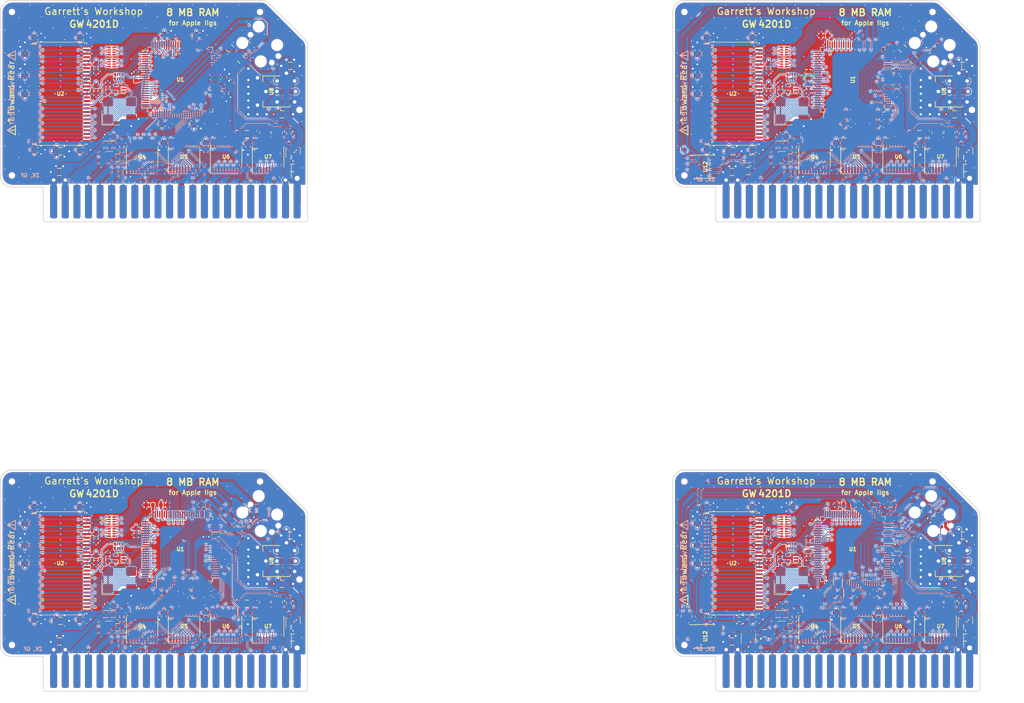
<source format=kicad_pcb>
(kicad_pcb (version 20171130) (host pcbnew "(5.1.5-0-10_14)")

  (general
    (thickness 1.6)
    (drawings 188)
    (tracks 8992)
    (zones 0)
    (modules 247)
    (nets 1)
  )

  (page A4)
  (layers
    (0 F.Cu signal)
    (31 B.Cu signal)
    (32 B.Adhes user)
    (33 F.Adhes user)
    (34 B.Paste user)
    (35 F.Paste user)
    (36 B.SilkS user)
    (37 F.SilkS user)
    (38 B.Mask user)
    (39 F.Mask user)
    (40 Dwgs.User user)
    (41 Cmts.User user)
    (42 Eco1.User user)
    (43 Eco2.User user)
    (44 Edge.Cuts user)
    (45 Margin user)
    (46 B.CrtYd user)
    (47 F.CrtYd user)
    (48 B.Fab user)
    (49 F.Fab user)
  )

  (setup
    (last_trace_width 0.25)
    (trace_clearance 0.2)
    (zone_clearance 0.508)
    (zone_45_only no)
    (trace_min 0.2)
    (via_size 0.8)
    (via_drill 0.4)
    (via_min_size 0.4)
    (via_min_drill 0.3)
    (uvia_size 0.3)
    (uvia_drill 0.1)
    (uvias_allowed no)
    (uvia_min_size 0.2)
    (uvia_min_drill 0.1)
    (edge_width 0.05)
    (segment_width 0.2)
    (pcb_text_width 0.3)
    (pcb_text_size 1.5 1.5)
    (mod_edge_width 0.12)
    (mod_text_size 1 1)
    (mod_text_width 0.15)
    (pad_size 1.524 1.524)
    (pad_drill 0.762)
    (pad_to_mask_clearance 0.051)
    (solder_mask_min_width 0.25)
    (aux_axis_origin 0 0)
    (visible_elements FFFFFF7F)
    (pcbplotparams
      (layerselection 0x00008_7ffffffe)
      (usegerberextensions true)
      (usegerberattributes false)
      (usegerberadvancedattributes false)
      (creategerberjobfile false)
      (excludeedgelayer true)
      (linewidth 0.100000)
      (plotframeref false)
      (viasonmask false)
      (mode 1)
      (useauxorigin false)
      (hpglpennumber 1)
      (hpglpenspeed 20)
      (hpglpendiameter 15.000000)
      (psnegative false)
      (psa4output false)
      (plotreference true)
      (plotvalue true)
      (plotinvisibletext false)
      (padsonsilk false)
      (subtractmaskfromsilk false)
      (outputformat 1)
      (mirror false)
      (drillshape 0)
      (scaleselection 1)
      (outputdirectory "gerber/"))
  )

  (net 0 "")

  (net_class Default "This is the default net class."
    (clearance 0.2)
    (trace_width 0.25)
    (via_dia 0.8)
    (via_drill 0.4)
    (uvia_dia 0.3)
    (uvia_drill 0.1)
  )

  (module stdpads:C_0805 (layer F.Cu) (tedit 5F02840E) (tstamp 60B17556)
    (at 224.54 144.09)
    (tags capacitor)
    (path /5F266E46)
    (solder_mask_margin 0.05)
    (solder_paste_margin -0.025)
    (attr smd)
    (fp_text reference C4 (at 0 0 180) (layer F.Fab)
      (effects (font (size 0.254 0.254) (thickness 0.0635)))
    )
    (fp_text value 10u (at 0 0.35) (layer F.Fab)
      (effects (font (size 0.254 0.254) (thickness 0.0635)))
    )
    (fp_line (start -1 0.625) (end -1 -0.625) (layer F.Fab) (width 0.15))
    (fp_line (start -1 -0.625) (end 1 -0.625) (layer F.Fab) (width 0.15))
    (fp_line (start 1 -0.625) (end 1 0.625) (layer F.Fab) (width 0.15))
    (fp_line (start 1 0.625) (end -1 0.625) (layer F.Fab) (width 0.15))
    (fp_line (start -0.4064 -0.8) (end 0.4064 -0.8) (layer F.SilkS) (width 0.1524))
    (fp_line (start -0.4064 0.8) (end 0.4064 0.8) (layer F.SilkS) (width 0.1524))
    (fp_line (start -1.7 1) (end -1.7 -1) (layer F.CrtYd) (width 0.05))
    (fp_line (start -1.7 -1) (end 1.7 -1) (layer F.CrtYd) (width 0.05))
    (fp_line (start 1.7 -1) (end 1.7 1) (layer F.CrtYd) (width 0.05))
    (fp_line (start 1.7 1) (end -1.7 1) (layer F.CrtYd) (width 0.05))
    (fp_text user %R (at 0 0 180) (layer F.SilkS) hide
      (effects (font (size 0.254 0.254) (thickness 0.0635)))
    )
    (pad 1 smd roundrect (at -0.85 0) (size 1.05 1.4) (layers F.Cu F.Paste F.Mask) (roundrect_rratio 0.25))
    (pad 2 smd roundrect (at 0.85 0) (size 1.05 1.4) (layers F.Cu F.Paste F.Mask) (roundrect_rratio 0.25))
    (model ${KISYS3DMOD}/Capacitor_SMD.3dshapes/C_0805_2012Metric.wrl
      (at (xyz 0 0 0))
      (scale (xyz 1 1 1))
      (rotate (xyz 0 0 0))
    )
  )

  (module stdpads:C_0603 (layer F.Cu) (tedit 5EE29C36) (tstamp 60B17541)
    (at 210.54 126.79 180)
    (tags capacitor)
    (path /60978A90)
    (solder_mask_margin 0.05)
    (solder_paste_margin -0.04)
    (attr smd)
    (fp_text reference C30 (at 0 0) (layer F.Fab)
      (effects (font (size 0.254 0.254) (thickness 0.0635)))
    )
    (fp_text value 2u2 (at 0 0.25) (layer F.Fab)
      (effects (font (size 0.127 0.127) (thickness 0.03175)))
    )
    (fp_text user %R (at 0 0) (layer F.SilkS) hide
      (effects (font (size 0.254 0.254) (thickness 0.0635)))
    )
    (fp_line (start 1.4 0.7) (end -1.4 0.7) (layer F.CrtYd) (width 0.05))
    (fp_line (start 1.4 -0.7) (end 1.4 0.7) (layer F.CrtYd) (width 0.05))
    (fp_line (start -1.4 -0.7) (end 1.4 -0.7) (layer F.CrtYd) (width 0.05))
    (fp_line (start -1.4 0.7) (end -1.4 -0.7) (layer F.CrtYd) (width 0.05))
    (fp_line (start -0.162779 0.51) (end 0.162779 0.51) (layer F.SilkS) (width 0.12))
    (fp_line (start -0.162779 -0.51) (end 0.162779 -0.51) (layer F.SilkS) (width 0.12))
    (fp_line (start 0.8 0.4) (end -0.8 0.4) (layer F.Fab) (width 0.1))
    (fp_line (start 0.8 -0.4) (end 0.8 0.4) (layer F.Fab) (width 0.1))
    (fp_line (start -0.8 -0.4) (end 0.8 -0.4) (layer F.Fab) (width 0.1))
    (fp_line (start -0.8 0.4) (end -0.8 -0.4) (layer F.Fab) (width 0.1))
    (pad 2 smd roundrect (at 0.75 0 180) (size 0.85 0.95) (layers F.Cu F.Paste F.Mask) (roundrect_rratio 0.25))
    (pad 1 smd roundrect (at -0.75 0 180) (size 0.85 0.95) (layers F.Cu F.Paste F.Mask) (roundrect_rratio 0.25))
    (model ${KISYS3DMOD}/Capacitor_SMD.3dshapes/C_0603_1608Metric.wrl
      (at (xyz 0 0 0))
      (scale (xyz 1 1 1))
      (rotate (xyz 0 0 0))
    )
  )

  (module stdpads:C_0603 (layer F.Cu) (tedit 5EE29C36) (tstamp 60B1752A)
    (at 198.99 146.19)
    (tags capacitor)
    (path /5F25E4FF)
    (solder_mask_margin 0.05)
    (solder_paste_margin -0.04)
    (attr smd)
    (fp_text reference C13 (at 0 0) (layer F.Fab)
      (effects (font (size 0.254 0.254) (thickness 0.0635)))
    )
    (fp_text value 2u2 (at 0 0.25) (layer F.Fab)
      (effects (font (size 0.127 0.127) (thickness 0.03175)))
    )
    (fp_text user %R (at 0 0) (layer F.SilkS) hide
      (effects (font (size 0.254 0.254) (thickness 0.0635)))
    )
    (fp_line (start 1.4 0.7) (end -1.4 0.7) (layer F.CrtYd) (width 0.05))
    (fp_line (start 1.4 -0.7) (end 1.4 0.7) (layer F.CrtYd) (width 0.05))
    (fp_line (start -1.4 -0.7) (end 1.4 -0.7) (layer F.CrtYd) (width 0.05))
    (fp_line (start -1.4 0.7) (end -1.4 -0.7) (layer F.CrtYd) (width 0.05))
    (fp_line (start -0.162779 0.51) (end 0.162779 0.51) (layer F.SilkS) (width 0.12))
    (fp_line (start -0.162779 -0.51) (end 0.162779 -0.51) (layer F.SilkS) (width 0.12))
    (fp_line (start 0.8 0.4) (end -0.8 0.4) (layer F.Fab) (width 0.1))
    (fp_line (start 0.8 -0.4) (end 0.8 0.4) (layer F.Fab) (width 0.1))
    (fp_line (start -0.8 -0.4) (end 0.8 -0.4) (layer F.Fab) (width 0.1))
    (fp_line (start -0.8 0.4) (end -0.8 -0.4) (layer F.Fab) (width 0.1))
    (pad 2 smd roundrect (at 0.75 0) (size 0.85 0.95) (layers F.Cu F.Paste F.Mask) (roundrect_rratio 0.25))
    (pad 1 smd roundrect (at -0.75 0) (size 0.85 0.95) (layers F.Cu F.Paste F.Mask) (roundrect_rratio 0.25))
    (model ${KISYS3DMOD}/Capacitor_SMD.3dshapes/C_0603_1608Metric.wrl
      (at (xyz 0 0 0))
      (scale (xyz 1 1 1))
      (rotate (xyz 0 0 0))
    )
  )

  (module stdpads:C_0603 (layer F.Cu) (tedit 5EE29C36) (tstamp 60B1751A)
    (at 202.99 126.79)
    (tags capacitor)
    (path /5F25E4F3)
    (solder_mask_margin 0.05)
    (solder_paste_margin -0.04)
    (attr smd)
    (fp_text reference C11 (at 0 0) (layer F.Fab)
      (effects (font (size 0.254 0.254) (thickness 0.0635)))
    )
    (fp_text value 2u2 (at 0 0.25) (layer F.Fab)
      (effects (font (size 0.127 0.127) (thickness 0.03175)))
    )
    (fp_text user %R (at 0 0) (layer F.SilkS) hide
      (effects (font (size 0.254 0.254) (thickness 0.0635)))
    )
    (fp_line (start 1.4 0.7) (end -1.4 0.7) (layer F.CrtYd) (width 0.05))
    (fp_line (start 1.4 -0.7) (end 1.4 0.7) (layer F.CrtYd) (width 0.05))
    (fp_line (start -1.4 -0.7) (end 1.4 -0.7) (layer F.CrtYd) (width 0.05))
    (fp_line (start -1.4 0.7) (end -1.4 -0.7) (layer F.CrtYd) (width 0.05))
    (fp_line (start -0.162779 0.51) (end 0.162779 0.51) (layer F.SilkS) (width 0.12))
    (fp_line (start -0.162779 -0.51) (end 0.162779 -0.51) (layer F.SilkS) (width 0.12))
    (fp_line (start 0.8 0.4) (end -0.8 0.4) (layer F.Fab) (width 0.1))
    (fp_line (start 0.8 -0.4) (end 0.8 0.4) (layer F.Fab) (width 0.1))
    (fp_line (start -0.8 -0.4) (end 0.8 -0.4) (layer F.Fab) (width 0.1))
    (fp_line (start -0.8 0.4) (end -0.8 -0.4) (layer F.Fab) (width 0.1))
    (pad 2 smd roundrect (at 0.75 0) (size 0.85 0.95) (layers F.Cu F.Paste F.Mask) (roundrect_rratio 0.25))
    (pad 1 smd roundrect (at -0.75 0) (size 0.85 0.95) (layers F.Cu F.Paste F.Mask) (roundrect_rratio 0.25))
    (model ${KISYS3DMOD}/Capacitor_SMD.3dshapes/C_0603_1608Metric.wrl
      (at (xyz 0 0 0))
      (scale (xyz 1 1 1))
      (rotate (xyz 0 0 0))
    )
  )

  (module stdpads:SOT-353 (layer F.Cu) (tedit 5F739FE4) (tstamp 60B17502)
    (at 186.74 151.09 180)
    (tags "SOT-353 SC-70-5")
    (path /5EC2BBFE)
    (solder_mask_margin 0.04)
    (solder_paste_margin -0.04)
    (attr smd)
    (fp_text reference U9 (at 0 0 270) (layer F.Fab)
      (effects (font (size 0.254 0.254) (thickness 0.0635)))
    )
    (fp_text value 74LVC1G04GW (at -0.35 0 270) (layer F.Fab)
      (effects (font (size 0.1905 0.1905) (thickness 0.047625)))
    )
    (fp_line (start 0.18 1.1) (end 0.68 0.6) (layer F.Fab) (width 0.1))
    (fp_line (start -0.67 -1.1) (end 0.68 -1.1) (layer F.Fab) (width 0.1))
    (fp_line (start -0.67 1.1) (end -0.67 -1.1) (layer F.Fab) (width 0.1))
    (fp_line (start 0.68 0.6) (end 0.68 -1.1) (layer F.Fab) (width 0.1))
    (fp_line (start -0.67 1.1) (end 0.18 1.1) (layer F.Fab) (width 0.1))
    (fp_line (start 0.68 -1.16) (end -0.73 -1.16) (layer F.SilkS) (width 0.12))
    (fp_line (start -0.73 1.16) (end 1.3 1.16) (layer F.SilkS) (width 0.12))
    (fp_line (start 1.6 -1.3) (end 1.6 1.3) (layer F.CrtYd) (width 0.05))
    (fp_line (start 1.6 1.3) (end -1.6 1.3) (layer F.CrtYd) (width 0.05))
    (fp_line (start -1.6 1.3) (end -1.6 -1.3) (layer F.CrtYd) (width 0.05))
    (fp_line (start -1.6 -1.3) (end 1.6 -1.3) (layer F.CrtYd) (width 0.05))
    (pad 3 smd roundrect (at 0.85 -0.65) (size 1 0.4) (layers F.Cu F.Paste F.Mask) (roundrect_rratio 0.25))
    (pad 1 smd roundrect (at 0.85 0.65) (size 1 0.4) (layers F.Cu F.Paste F.Mask) (roundrect_rratio 0.25))
    (pad 2 smd roundrect (at 0.85 0) (size 1 0.4) (layers F.Cu F.Paste F.Mask) (roundrect_rratio 0.25))
    (pad 4 smd roundrect (at -0.85 -0.65) (size 1 0.4) (layers F.Cu F.Paste F.Mask) (roundrect_rratio 0.25))
    (pad 5 smd roundrect (at -0.85 0.65) (size 1 0.4) (layers F.Cu F.Paste F.Mask) (roundrect_rratio 0.25))
    (model ${KISYS3DMOD}/Package_TO_SOT_SMD.3dshapes/SOT-353_SC-70-5.wrl
      (at (xyz 0 0 0))
      (scale (xyz 1 1 1))
      (rotate (xyz 0 0 180))
    )
  )

  (module stdpads:C_0603 (layer F.Cu) (tedit 5EE29C36) (tstamp 60B174F2)
    (at 206.99 126.79 180)
    (tags capacitor)
    (path /60CA0C1F)
    (solder_mask_margin 0.05)
    (solder_paste_margin -0.04)
    (attr smd)
    (fp_text reference C31 (at 0 0) (layer F.Fab)
      (effects (font (size 0.254 0.254) (thickness 0.0635)))
    )
    (fp_text value 2u2 (at 0 0.25) (layer F.Fab)
      (effects (font (size 0.127 0.127) (thickness 0.03175)))
    )
    (fp_line (start -0.8 0.4) (end -0.8 -0.4) (layer F.Fab) (width 0.1))
    (fp_line (start -0.8 -0.4) (end 0.8 -0.4) (layer F.Fab) (width 0.1))
    (fp_line (start 0.8 -0.4) (end 0.8 0.4) (layer F.Fab) (width 0.1))
    (fp_line (start 0.8 0.4) (end -0.8 0.4) (layer F.Fab) (width 0.1))
    (fp_line (start -0.162779 -0.51) (end 0.162779 -0.51) (layer F.SilkS) (width 0.12))
    (fp_line (start -0.162779 0.51) (end 0.162779 0.51) (layer F.SilkS) (width 0.12))
    (fp_line (start -1.4 0.7) (end -1.4 -0.7) (layer F.CrtYd) (width 0.05))
    (fp_line (start -1.4 -0.7) (end 1.4 -0.7) (layer F.CrtYd) (width 0.05))
    (fp_line (start 1.4 -0.7) (end 1.4 0.7) (layer F.CrtYd) (width 0.05))
    (fp_line (start 1.4 0.7) (end -1.4 0.7) (layer F.CrtYd) (width 0.05))
    (fp_text user %R (at 0 0) (layer F.SilkS) hide
      (effects (font (size 0.254 0.254) (thickness 0.0635)))
    )
    (pad 1 smd roundrect (at -0.75 0 180) (size 0.85 0.95) (layers F.Cu F.Paste F.Mask) (roundrect_rratio 0.25))
    (pad 2 smd roundrect (at 0.75 0 180) (size 0.85 0.95) (layers F.Cu F.Paste F.Mask) (roundrect_rratio 0.25))
    (model ${KISYS3DMOD}/Capacitor_SMD.3dshapes/C_0603_1608Metric.wrl
      (at (xyz 0 0 0))
      (scale (xyz 1 1 1))
      (rotate (xyz 0 0 0))
    )
  )

  (module stdpads:C_0603 (layer F.Cu) (tedit 5EE29C36) (tstamp 60B174E0)
    (at 225.99 148.44 90)
    (tags capacitor)
    (path /86F60831)
    (solder_mask_margin 0.05)
    (solder_paste_margin -0.04)
    (attr smd)
    (fp_text reference C28 (at 0 0 90) (layer F.Fab)
      (effects (font (size 0.254 0.254) (thickness 0.0635)))
    )
    (fp_text value 2u2 (at 0 0.25 90) (layer F.Fab)
      (effects (font (size 0.127 0.127) (thickness 0.03175)))
    )
    (fp_text user %R (at 0 0 90) (layer F.SilkS) hide
      (effects (font (size 0.254 0.254) (thickness 0.0635)))
    )
    (fp_line (start 1.4 0.7) (end -1.4 0.7) (layer F.CrtYd) (width 0.05))
    (fp_line (start 1.4 -0.7) (end 1.4 0.7) (layer F.CrtYd) (width 0.05))
    (fp_line (start -1.4 -0.7) (end 1.4 -0.7) (layer F.CrtYd) (width 0.05))
    (fp_line (start -1.4 0.7) (end -1.4 -0.7) (layer F.CrtYd) (width 0.05))
    (fp_line (start -0.162779 0.51) (end 0.162779 0.51) (layer F.SilkS) (width 0.12))
    (fp_line (start -0.162779 -0.51) (end 0.162779 -0.51) (layer F.SilkS) (width 0.12))
    (fp_line (start 0.8 0.4) (end -0.8 0.4) (layer F.Fab) (width 0.1))
    (fp_line (start 0.8 -0.4) (end 0.8 0.4) (layer F.Fab) (width 0.1))
    (fp_line (start -0.8 -0.4) (end 0.8 -0.4) (layer F.Fab) (width 0.1))
    (fp_line (start -0.8 0.4) (end -0.8 -0.4) (layer F.Fab) (width 0.1))
    (pad 2 smd roundrect (at 0.75 0 90) (size 0.85 0.95) (layers F.Cu F.Paste F.Mask) (roundrect_rratio 0.25))
    (pad 1 smd roundrect (at -0.75 0 90) (size 0.85 0.95) (layers F.Cu F.Paste F.Mask) (roundrect_rratio 0.25))
    (model ${KISYS3DMOD}/Capacitor_SMD.3dshapes/C_0603_1608Metric.wrl
      (at (xyz 0 0 0))
      (scale (xyz 1 1 1))
      (rotate (xyz 0 0 0))
    )
  )

  (module stdpads:C_0603 (layer F.Cu) (tedit 5EE29C36) (tstamp 60B174D0)
    (at 188.24 127.29 180)
    (tags capacitor)
    (path /60D02EE9)
    (solder_mask_margin 0.05)
    (solder_paste_margin -0.04)
    (attr smd)
    (fp_text reference C34 (at 0 0) (layer F.Fab)
      (effects (font (size 0.254 0.254) (thickness 0.0635)))
    )
    (fp_text value 2u2 (at 0 0.25) (layer F.Fab)
      (effects (font (size 0.127 0.127) (thickness 0.03175)))
    )
    (fp_text user %R (at 0 0) (layer F.SilkS) hide
      (effects (font (size 0.254 0.254) (thickness 0.0635)))
    )
    (fp_line (start 1.4 0.7) (end -1.4 0.7) (layer F.CrtYd) (width 0.05))
    (fp_line (start 1.4 -0.7) (end 1.4 0.7) (layer F.CrtYd) (width 0.05))
    (fp_line (start -1.4 -0.7) (end 1.4 -0.7) (layer F.CrtYd) (width 0.05))
    (fp_line (start -1.4 0.7) (end -1.4 -0.7) (layer F.CrtYd) (width 0.05))
    (fp_line (start -0.162779 0.51) (end 0.162779 0.51) (layer F.SilkS) (width 0.12))
    (fp_line (start -0.162779 -0.51) (end 0.162779 -0.51) (layer F.SilkS) (width 0.12))
    (fp_line (start 0.8 0.4) (end -0.8 0.4) (layer F.Fab) (width 0.1))
    (fp_line (start 0.8 -0.4) (end 0.8 0.4) (layer F.Fab) (width 0.1))
    (fp_line (start -0.8 -0.4) (end 0.8 -0.4) (layer F.Fab) (width 0.1))
    (fp_line (start -0.8 0.4) (end -0.8 -0.4) (layer F.Fab) (width 0.1))
    (pad 2 smd roundrect (at 0.75 0 180) (size 0.85 0.95) (layers F.Cu F.Paste F.Mask) (roundrect_rratio 0.25))
    (pad 1 smd roundrect (at -0.75 0 180) (size 0.85 0.95) (layers F.Cu F.Paste F.Mask) (roundrect_rratio 0.25))
    (model ${KISYS3DMOD}/Capacitor_SMD.3dshapes/C_0603_1608Metric.wrl
      (at (xyz 0 0 0))
      (scale (xyz 1 1 1))
      (rotate (xyz 0 0 0))
    )
  )

  (module stdpads:C_0603 (layer F.Cu) (tedit 5EE29C36) (tstamp 60B174C0)
    (at 180.99 127.29)
    (tags capacitor)
    (path /5F262E6E)
    (solder_mask_margin 0.05)
    (solder_paste_margin -0.04)
    (attr smd)
    (fp_text reference C25 (at 0 0) (layer F.Fab)
      (effects (font (size 0.254 0.254) (thickness 0.0635)))
    )
    (fp_text value 2u2 (at 0 0.25) (layer F.Fab)
      (effects (font (size 0.127 0.127) (thickness 0.03175)))
    )
    (fp_line (start -0.8 0.4) (end -0.8 -0.4) (layer F.Fab) (width 0.1))
    (fp_line (start -0.8 -0.4) (end 0.8 -0.4) (layer F.Fab) (width 0.1))
    (fp_line (start 0.8 -0.4) (end 0.8 0.4) (layer F.Fab) (width 0.1))
    (fp_line (start 0.8 0.4) (end -0.8 0.4) (layer F.Fab) (width 0.1))
    (fp_line (start -0.162779 -0.51) (end 0.162779 -0.51) (layer F.SilkS) (width 0.12))
    (fp_line (start -0.162779 0.51) (end 0.162779 0.51) (layer F.SilkS) (width 0.12))
    (fp_line (start -1.4 0.7) (end -1.4 -0.7) (layer F.CrtYd) (width 0.05))
    (fp_line (start -1.4 -0.7) (end 1.4 -0.7) (layer F.CrtYd) (width 0.05))
    (fp_line (start 1.4 -0.7) (end 1.4 0.7) (layer F.CrtYd) (width 0.05))
    (fp_line (start 1.4 0.7) (end -1.4 0.7) (layer F.CrtYd) (width 0.05))
    (fp_text user %R (at 0 0) (layer F.SilkS) hide
      (effects (font (size 0.254 0.254) (thickness 0.0635)))
    )
    (pad 1 smd roundrect (at -0.75 0) (size 0.85 0.95) (layers F.Cu F.Paste F.Mask) (roundrect_rratio 0.25))
    (pad 2 smd roundrect (at 0.75 0) (size 0.85 0.95) (layers F.Cu F.Paste F.Mask) (roundrect_rratio 0.25))
    (model ${KISYS3DMOD}/Capacitor_SMD.3dshapes/C_0603_1608Metric.wrl
      (at (xyz 0 0 0))
      (scale (xyz 1 1 1))
      (rotate (xyz 0 0 0))
    )
  )

  (module stdpads:C_0805 (layer F.Cu) (tedit 5F02840E) (tstamp 60B17486)
    (at 226.822 155.829)
    (tags capacitor)
    (path /5F265FE4)
    (solder_mask_margin 0.05)
    (solder_paste_margin -0.025)
    (attr smd)
    (fp_text reference C2 (at 0 0 180) (layer F.Fab)
      (effects (font (size 0.254 0.254) (thickness 0.0635)))
    )
    (fp_text value 10u (at 0 0.35) (layer F.Fab)
      (effects (font (size 0.254 0.254) (thickness 0.0635)))
    )
    (fp_line (start -1 0.625) (end -1 -0.625) (layer F.Fab) (width 0.15))
    (fp_line (start -1 -0.625) (end 1 -0.625) (layer F.Fab) (width 0.15))
    (fp_line (start 1 -0.625) (end 1 0.625) (layer F.Fab) (width 0.15))
    (fp_line (start 1 0.625) (end -1 0.625) (layer F.Fab) (width 0.15))
    (fp_line (start -0.4064 -0.8) (end 0.4064 -0.8) (layer F.SilkS) (width 0.1524))
    (fp_line (start -0.4064 0.8) (end 0.4064 0.8) (layer F.SilkS) (width 0.1524))
    (fp_line (start -1.7 1) (end -1.7 -1) (layer F.CrtYd) (width 0.05))
    (fp_line (start -1.7 -1) (end 1.7 -1) (layer F.CrtYd) (width 0.05))
    (fp_line (start 1.7 -1) (end 1.7 1) (layer F.CrtYd) (width 0.05))
    (fp_line (start 1.7 1) (end -1.7 1) (layer F.CrtYd) (width 0.05))
    (fp_text user %R (at 0 0 180) (layer F.SilkS) hide
      (effects (font (size 0.254 0.254) (thickness 0.0635)))
    )
    (pad 1 smd roundrect (at -0.85 0) (size 1.05 1.4) (layers F.Cu F.Paste F.Mask) (roundrect_rratio 0.25))
    (pad 2 smd roundrect (at 0.85 0) (size 1.05 1.4) (layers F.Cu F.Paste F.Mask) (roundrect_rratio 0.25))
    (model ${KISYS3DMOD}/Capacitor_SMD.3dshapes/C_0805_2012Metric.wrl
      (at (xyz 0 0 0))
      (scale (xyz 1 1 1))
      (rotate (xyz 0 0 0))
    )
  )

  (module stdpads:C_0805 (layer F.Cu) (tedit 5F02840E) (tstamp 60B17476)
    (at 226.34 133.49)
    (tags capacitor)
    (path /5F266E40)
    (solder_mask_margin 0.05)
    (solder_paste_margin -0.025)
    (attr smd)
    (fp_text reference C3 (at 0 0 180) (layer F.Fab)
      (effects (font (size 0.254 0.254) (thickness 0.0635)))
    )
    (fp_text value 10u (at 0 0.35) (layer F.Fab)
      (effects (font (size 0.254 0.254) (thickness 0.0635)))
    )
    (fp_line (start -1 0.625) (end -1 -0.625) (layer F.Fab) (width 0.15))
    (fp_line (start -1 -0.625) (end 1 -0.625) (layer F.Fab) (width 0.15))
    (fp_line (start 1 -0.625) (end 1 0.625) (layer F.Fab) (width 0.15))
    (fp_line (start 1 0.625) (end -1 0.625) (layer F.Fab) (width 0.15))
    (fp_line (start -0.4064 -0.8) (end 0.4064 -0.8) (layer F.SilkS) (width 0.1524))
    (fp_line (start -0.4064 0.8) (end 0.4064 0.8) (layer F.SilkS) (width 0.1524))
    (fp_line (start -1.7 1) (end -1.7 -1) (layer F.CrtYd) (width 0.05))
    (fp_line (start -1.7 -1) (end 1.7 -1) (layer F.CrtYd) (width 0.05))
    (fp_line (start 1.7 -1) (end 1.7 1) (layer F.CrtYd) (width 0.05))
    (fp_line (start 1.7 1) (end -1.7 1) (layer F.CrtYd) (width 0.05))
    (fp_text user %R (at 0 0 180) (layer F.SilkS) hide
      (effects (font (size 0.254 0.254) (thickness 0.0635)))
    )
    (pad 1 smd roundrect (at -0.85 0) (size 1.05 1.4) (layers F.Cu F.Paste F.Mask) (roundrect_rratio 0.25))
    (pad 2 smd roundrect (at 0.85 0) (size 1.05 1.4) (layers F.Cu F.Paste F.Mask) (roundrect_rratio 0.25))
    (model ${KISYS3DMOD}/Capacitor_SMD.3dshapes/C_0805_2012Metric.wrl
      (at (xyz 0 0 0))
      (scale (xyz 1 1 1))
      (rotate (xyz 0 0 0))
    )
  )

  (module stdpads:C_0603 (layer F.Cu) (tedit 5EE29C36) (tstamp 60B17430)
    (at 168.19 134.84 90)
    (tags capacitor)
    (path /5F260819)
    (solder_mask_margin 0.05)
    (solder_paste_margin -0.04)
    (attr smd)
    (fp_text reference C19 (at 0 0 90) (layer F.Fab)
      (effects (font (size 0.254 0.254) (thickness 0.0635)))
    )
    (fp_text value 2u2 (at 0 0.25 90) (layer F.Fab)
      (effects (font (size 0.127 0.127) (thickness 0.03175)))
    )
    (fp_line (start -0.8 0.4) (end -0.8 -0.4) (layer F.Fab) (width 0.1))
    (fp_line (start -0.8 -0.4) (end 0.8 -0.4) (layer F.Fab) (width 0.1))
    (fp_line (start 0.8 -0.4) (end 0.8 0.4) (layer F.Fab) (width 0.1))
    (fp_line (start 0.8 0.4) (end -0.8 0.4) (layer F.Fab) (width 0.1))
    (fp_line (start -0.162779 -0.51) (end 0.162779 -0.51) (layer F.SilkS) (width 0.12))
    (fp_line (start -0.162779 0.51) (end 0.162779 0.51) (layer F.SilkS) (width 0.12))
    (fp_line (start -1.4 0.7) (end -1.4 -0.7) (layer F.CrtYd) (width 0.05))
    (fp_line (start -1.4 -0.7) (end 1.4 -0.7) (layer F.CrtYd) (width 0.05))
    (fp_line (start 1.4 -0.7) (end 1.4 0.7) (layer F.CrtYd) (width 0.05))
    (fp_line (start 1.4 0.7) (end -1.4 0.7) (layer F.CrtYd) (width 0.05))
    (fp_text user %R (at 0 0 90) (layer F.SilkS) hide
      (effects (font (size 0.254 0.254) (thickness 0.0635)))
    )
    (pad 1 smd roundrect (at -0.75 0 90) (size 0.85 0.95) (layers F.Cu F.Paste F.Mask) (roundrect_rratio 0.25))
    (pad 2 smd roundrect (at 0.75 0 90) (size 0.85 0.95) (layers F.Cu F.Paste F.Mask) (roundrect_rratio 0.25))
    (model ${KISYS3DMOD}/Capacitor_SMD.3dshapes/C_0603_1608Metric.wrl
      (at (xyz 0 0 0))
      (scale (xyz 1 1 1))
      (rotate (xyz 0 0 0))
    )
  )

  (module stdpads:C_0603 (layer F.Cu) (tedit 5EE29C36) (tstamp 60B17420)
    (at 183.79 138.74 270)
    (tags capacitor)
    (path /5F262E62)
    (solder_mask_margin 0.05)
    (solder_paste_margin -0.04)
    (attr smd)
    (fp_text reference C23 (at 0 0 90) (layer F.Fab)
      (effects (font (size 0.254 0.254) (thickness 0.0635)))
    )
    (fp_text value 2u2 (at 0 0.25 90) (layer F.Fab)
      (effects (font (size 0.127 0.127) (thickness 0.03175)))
    )
    (fp_line (start -0.8 0.4) (end -0.8 -0.4) (layer F.Fab) (width 0.1))
    (fp_line (start -0.8 -0.4) (end 0.8 -0.4) (layer F.Fab) (width 0.1))
    (fp_line (start 0.8 -0.4) (end 0.8 0.4) (layer F.Fab) (width 0.1))
    (fp_line (start 0.8 0.4) (end -0.8 0.4) (layer F.Fab) (width 0.1))
    (fp_line (start -0.162779 -0.51) (end 0.162779 -0.51) (layer F.SilkS) (width 0.12))
    (fp_line (start -0.162779 0.51) (end 0.162779 0.51) (layer F.SilkS) (width 0.12))
    (fp_line (start -1.4 0.7) (end -1.4 -0.7) (layer F.CrtYd) (width 0.05))
    (fp_line (start -1.4 -0.7) (end 1.4 -0.7) (layer F.CrtYd) (width 0.05))
    (fp_line (start 1.4 -0.7) (end 1.4 0.7) (layer F.CrtYd) (width 0.05))
    (fp_line (start 1.4 0.7) (end -1.4 0.7) (layer F.CrtYd) (width 0.05))
    (fp_text user %R (at 0 0 90) (layer F.SilkS) hide
      (effects (font (size 0.254 0.254) (thickness 0.0635)))
    )
    (pad 1 smd roundrect (at -0.75 0 270) (size 0.85 0.95) (layers F.Cu F.Paste F.Mask) (roundrect_rratio 0.25))
    (pad 2 smd roundrect (at 0.75 0 270) (size 0.85 0.95) (layers F.Cu F.Paste F.Mask) (roundrect_rratio 0.25))
    (model ${KISYS3DMOD}/Capacitor_SMD.3dshapes/C_0603_1608Metric.wrl
      (at (xyz 0 0 0))
      (scale (xyz 1 1 1))
      (rotate (xyz 0 0 0))
    )
  )

  (module stdpads:R4_0402 (layer F.Cu) (tedit 5F27CA30) (tstamp 60B17407)
    (at 187.19 132.84 270)
    (tags "resistor array")
    (path /5ECF28B3)
    (solder_mask_margin 0.024)
    (solder_paste_margin -0.03)
    (attr smd)
    (fp_text reference RN3 (at 0 0 270) (layer F.Fab)
      (effects (font (size 0.254 0.254) (thickness 0.0635)))
    )
    (fp_text value 4x33 (at 0 -0.3 270) (layer F.Fab)
      (effects (font (size 0.1905 0.1905) (thickness 0.047625)))
    )
    (fp_line (start 1.25 -1.1) (end 1.25 1.1) (layer F.CrtYd) (width 0.05))
    (fp_line (start 1.25 -1.1) (end -1.25 -1.1) (layer F.CrtYd) (width 0.05))
    (fp_line (start -1.25 1.1) (end 1.25 1.1) (layer F.CrtYd) (width 0.05))
    (fp_line (start -1.25 1.1) (end -1.25 -1.1) (layer F.CrtYd) (width 0.05))
    (fp_line (start 1.18 -0.25) (end 1.18 0.25) (layer F.SilkS) (width 0.12))
    (fp_line (start -1.18 -0.25) (end -1.18 0.25) (layer F.SilkS) (width 0.12))
    (fp_line (start 1 0.5) (end -1 0.5) (layer F.Fab) (width 0.1))
    (fp_line (start 1 -0.5) (end 1 0.5) (layer F.Fab) (width 0.1))
    (fp_line (start -1 -0.5) (end 1 -0.5) (layer F.Fab) (width 0.1))
    (fp_line (start -1 0.5) (end -1 -0.5) (layer F.Fab) (width 0.1))
    (fp_text user %R (at 0 0 90) (layer F.SilkS) hide
      (effects (font (size 0.254 0.254) (thickness 0.0635)))
    )
    (pad 5 smd roundrect (at 0.8 -0.5) (size 0.65 0.4) (layers F.Cu F.Paste F.Mask) (roundrect_rratio 0.25)
      (solder_paste_margin -0.035))
    (pad 6 smd roundrect (at 0.25 -0.5) (size 0.65 0.3) (layers F.Cu F.Paste F.Mask) (roundrect_rratio 0.25))
    (pad 8 smd roundrect (at -0.8 -0.5) (size 0.65 0.4) (layers F.Cu F.Paste F.Mask) (roundrect_rratio 0.25)
      (solder_paste_margin -0.035))
    (pad 7 smd roundrect (at -0.25 -0.5) (size 0.65 0.3) (layers F.Cu F.Paste F.Mask) (roundrect_rratio 0.25))
    (pad 4 smd roundrect (at 0.8 0.5) (size 0.65 0.4) (layers F.Cu F.Paste F.Mask) (roundrect_rratio 0.25)
      (solder_paste_margin -0.035))
    (pad 2 smd roundrect (at -0.25 0.5) (size 0.65 0.3) (layers F.Cu F.Paste F.Mask) (roundrect_rratio 0.25))
    (pad 3 smd roundrect (at 0.25 0.5) (size 0.65 0.3) (layers F.Cu F.Paste F.Mask) (roundrect_rratio 0.25))
    (pad 1 smd roundrect (at -0.8 0.5) (size 0.65 0.4) (layers F.Cu F.Paste F.Mask) (roundrect_rratio 0.25)
      (solder_paste_margin -0.035))
    (model ${KISYS3DMOD}/Resistor_SMD.3dshapes/R_Array_Convex_4x0402.wrl
      (at (xyz 0 0 0))
      (scale (xyz 1 1 1))
      (rotate (xyz 0 0 -90))
    )
  )

  (module stdpads:C_0603 (layer F.Cu) (tedit 5EE29C36) (tstamp 60B173F7)
    (at 198.64 151.19 270)
    (tags capacitor)
    (path /5F2517FD)
    (solder_mask_margin 0.05)
    (solder_paste_margin -0.04)
    (attr smd)
    (fp_text reference C6 (at 0 0 90) (layer F.Fab)
      (effects (font (size 0.254 0.254) (thickness 0.0635)))
    )
    (fp_text value 2u2 (at 0 0.25 90) (layer F.Fab)
      (effects (font (size 0.127 0.127) (thickness 0.03175)))
    )
    (fp_line (start -0.8 0.4) (end -0.8 -0.4) (layer F.Fab) (width 0.1))
    (fp_line (start -0.8 -0.4) (end 0.8 -0.4) (layer F.Fab) (width 0.1))
    (fp_line (start 0.8 -0.4) (end 0.8 0.4) (layer F.Fab) (width 0.1))
    (fp_line (start 0.8 0.4) (end -0.8 0.4) (layer F.Fab) (width 0.1))
    (fp_line (start -0.162779 -0.51) (end 0.162779 -0.51) (layer F.SilkS) (width 0.12))
    (fp_line (start -0.162779 0.51) (end 0.162779 0.51) (layer F.SilkS) (width 0.12))
    (fp_line (start -1.4 0.7) (end -1.4 -0.7) (layer F.CrtYd) (width 0.05))
    (fp_line (start -1.4 -0.7) (end 1.4 -0.7) (layer F.CrtYd) (width 0.05))
    (fp_line (start 1.4 -0.7) (end 1.4 0.7) (layer F.CrtYd) (width 0.05))
    (fp_line (start 1.4 0.7) (end -1.4 0.7) (layer F.CrtYd) (width 0.05))
    (fp_text user %R (at 0 0 90) (layer F.SilkS) hide
      (effects (font (size 0.254 0.254) (thickness 0.0635)))
    )
    (pad 1 smd roundrect (at -0.75 0 270) (size 0.85 0.95) (layers F.Cu F.Paste F.Mask) (roundrect_rratio 0.25))
    (pad 2 smd roundrect (at 0.75 0 270) (size 0.85 0.95) (layers F.Cu F.Paste F.Mask) (roundrect_rratio 0.25))
    (model ${KISYS3DMOD}/Capacitor_SMD.3dshapes/C_0603_1608Metric.wrl
      (at (xyz 0 0 0))
      (scale (xyz 1 1 1))
      (rotate (xyz 0 0 0))
    )
  )

  (module stdpads:TSOP-II-54_22.2x10.16mm_P0.8mm (layer F.Cu) (tedit 5F2A264B) (tstamp 60B173AD)
    (at 175.99 139.59)
    (descr "54-lead TSOP typ II package")
    (tags "TSOPII TSOP2")
    (path /5E96D9E1)
    (solder_mask_margin 0.05)
    (solder_paste_margin -0.03)
    (attr smd)
    (fp_text reference U2 (at 0 0) (layer F.Fab)
      (effects (font (size 0.8128 0.8128) (thickness 0.2032)))
    )
    (fp_text value W9812G6KH-6 (at 0 0.95) (layer F.Fab)
      (effects (font (size 0.508 0.508) (thickness 0.127)))
    )
    (fp_line (start -6.76 -11.36) (end -6.76 11.36) (layer F.CrtYd) (width 0.05))
    (fp_line (start 6.76 11.36) (end -6.76 11.36) (layer F.CrtYd) (width 0.05))
    (fp_line (start 6.76 -11.36) (end 6.76 11.36) (layer F.CrtYd) (width 0.05))
    (fp_line (start -6.76 -11.36) (end 6.76 -11.36) (layer F.CrtYd) (width 0.05))
    (fp_line (start -5.3 10.9) (end -5.3 11.3) (layer F.SilkS) (width 0.12))
    (fp_line (start 5.3 10.9) (end 5.3 11.3) (layer F.SilkS) (width 0.12))
    (fp_line (start 5.3 -11.3) (end 5.3 -10.9) (layer F.SilkS) (width 0.12))
    (fp_line (start -5.3 11.3) (end 5.3 11.3) (layer F.SilkS) (width 0.12))
    (fp_line (start -5.3 -11.3) (end 5.3 -11.3) (layer F.SilkS) (width 0.12))
    (fp_line (start -5.3 -10.9) (end -5.3 -11.3) (layer F.SilkS) (width 0.12))
    (fp_line (start -6.5 -10.9) (end -5.3 -10.9) (layer F.SilkS) (width 0.12))
    (fp_line (start -4.08 -11.11) (end -5.08 -10.11) (layer F.Fab) (width 0.1))
    (fp_line (start -5.08 11.11) (end -5.08 -10.11) (layer F.Fab) (width 0.1))
    (fp_line (start 5.08 11.11) (end -5.08 11.11) (layer F.Fab) (width 0.1))
    (fp_line (start 5.08 -11.11) (end 5.08 11.11) (layer F.Fab) (width 0.1))
    (fp_line (start -4.08 -11.11) (end 5.08 -11.11) (layer F.Fab) (width 0.1))
    (fp_text user %R (at 0 0) (layer F.SilkS)
      (effects (font (size 0.8128 0.8128) (thickness 0.2032)))
    )
    (pad 1 smd roundrect (at -5.75 -10.4) (size 1.51 0.458) (layers F.Cu F.Paste F.Mask) (roundrect_rratio 0.25))
    (pad 2 smd roundrect (at -5.75 -9.6) (size 1.51 0.458) (layers F.Cu F.Paste F.Mask) (roundrect_rratio 0.25))
    (pad 3 smd roundrect (at -5.75 -8.8) (size 1.51 0.458) (layers F.Cu F.Paste F.Mask) (roundrect_rratio 0.25))
    (pad 4 smd roundrect (at -5.75 -8) (size 1.51 0.458) (layers F.Cu F.Paste F.Mask) (roundrect_rratio 0.25))
    (pad 5 smd roundrect (at -5.75 -7.2) (size 1.51 0.458) (layers F.Cu F.Paste F.Mask) (roundrect_rratio 0.25))
    (pad 6 smd roundrect (at -5.75 -6.4) (size 1.51 0.458) (layers F.Cu F.Paste F.Mask) (roundrect_rratio 0.25))
    (pad 7 smd roundrect (at -5.75 -5.6) (size 1.51 0.458) (layers F.Cu F.Paste F.Mask) (roundrect_rratio 0.25))
    (pad 8 smd roundrect (at -5.75 -4.8) (size 1.51 0.458) (layers F.Cu F.Paste F.Mask) (roundrect_rratio 0.25))
    (pad 9 smd roundrect (at -5.75 -4) (size 1.51 0.458) (layers F.Cu F.Paste F.Mask) (roundrect_rratio 0.25))
    (pad 10 smd roundrect (at -5.75 -3.2) (size 1.51 0.458) (layers F.Cu F.Paste F.Mask) (roundrect_rratio 0.25))
    (pad 11 smd roundrect (at -5.75 -2.4) (size 1.51 0.458) (layers F.Cu F.Paste F.Mask) (roundrect_rratio 0.25))
    (pad 12 smd roundrect (at -5.75 -1.6) (size 1.51 0.458) (layers F.Cu F.Paste F.Mask) (roundrect_rratio 0.25))
    (pad 13 smd roundrect (at -5.75 -0.8) (size 1.51 0.458) (layers F.Cu F.Paste F.Mask) (roundrect_rratio 0.25))
    (pad 14 smd roundrect (at -5.75 0) (size 1.51 0.458) (layers F.Cu F.Paste F.Mask) (roundrect_rratio 0.25))
    (pad 15 smd roundrect (at -5.75 0.8) (size 1.51 0.458) (layers F.Cu F.Paste F.Mask) (roundrect_rratio 0.25))
    (pad 16 smd roundrect (at -5.75 1.6) (size 1.51 0.458) (layers F.Cu F.Paste F.Mask) (roundrect_rratio 0.25))
    (pad 17 smd roundrect (at -5.75 2.4) (size 1.51 0.458) (layers F.Cu F.Paste F.Mask) (roundrect_rratio 0.25))
    (pad 18 smd roundrect (at -5.75 3.2) (size 1.51 0.458) (layers F.Cu F.Paste F.Mask) (roundrect_rratio 0.25))
    (pad 19 smd roundrect (at -5.75 4) (size 1.51 0.458) (layers F.Cu F.Paste F.Mask) (roundrect_rratio 0.25))
    (pad 20 smd roundrect (at -5.75 4.8) (size 1.51 0.458) (layers F.Cu F.Paste F.Mask) (roundrect_rratio 0.25))
    (pad 21 smd roundrect (at -5.75 5.6) (size 1.51 0.458) (layers F.Cu F.Paste F.Mask) (roundrect_rratio 0.25))
    (pad 22 smd roundrect (at -5.75 6.4) (size 1.51 0.458) (layers F.Cu F.Paste F.Mask) (roundrect_rratio 0.25))
    (pad 23 smd roundrect (at -5.75 7.2) (size 1.51 0.458) (layers F.Cu F.Paste F.Mask) (roundrect_rratio 0.25))
    (pad 24 smd roundrect (at -5.75 8) (size 1.51 0.458) (layers F.Cu F.Paste F.Mask) (roundrect_rratio 0.25))
    (pad 25 smd roundrect (at -5.75 8.8) (size 1.51 0.458) (layers F.Cu F.Paste F.Mask) (roundrect_rratio 0.25))
    (pad 26 smd roundrect (at -5.75 9.6) (size 1.51 0.458) (layers F.Cu F.Paste F.Mask) (roundrect_rratio 0.25))
    (pad 27 smd roundrect (at -5.75 10.4) (size 1.51 0.458) (layers F.Cu F.Paste F.Mask) (roundrect_rratio 0.25))
    (pad 28 smd roundrect (at 5.75 10.4) (size 1.51 0.458) (layers F.Cu F.Paste F.Mask) (roundrect_rratio 0.25))
    (pad 29 smd roundrect (at 5.75 9.6) (size 1.51 0.458) (layers F.Cu F.Paste F.Mask) (roundrect_rratio 0.25))
    (pad 30 smd roundrect (at 5.75 8.8) (size 1.51 0.458) (layers F.Cu F.Paste F.Mask) (roundrect_rratio 0.25))
    (pad 31 smd roundrect (at 5.75 8) (size 1.51 0.458) (layers F.Cu F.Paste F.Mask) (roundrect_rratio 0.25))
    (pad 32 smd roundrect (at 5.75 7.2) (size 1.51 0.458) (layers F.Cu F.Paste F.Mask) (roundrect_rratio 0.25))
    (pad 33 smd roundrect (at 5.75 6.4) (size 1.51 0.458) (layers F.Cu F.Paste F.Mask) (roundrect_rratio 0.25))
    (pad 34 smd roundrect (at 5.75 5.6) (size 1.51 0.458) (layers F.Cu F.Paste F.Mask) (roundrect_rratio 0.25))
    (pad 35 smd roundrect (at 5.75 4.8) (size 1.51 0.458) (layers F.Cu F.Paste F.Mask) (roundrect_rratio 0.25))
    (pad 36 smd roundrect (at 5.75 4) (size 1.51 0.458) (layers F.Cu F.Paste F.Mask) (roundrect_rratio 0.25))
    (pad 37 smd roundrect (at 5.75 3.2) (size 1.51 0.458) (layers F.Cu F.Paste F.Mask) (roundrect_rratio 0.25))
    (pad 38 smd roundrect (at 5.75 2.4) (size 1.51 0.458) (layers F.Cu F.Paste F.Mask) (roundrect_rratio 0.25))
    (pad 39 smd roundrect (at 5.75 1.6) (size 1.51 0.458) (layers F.Cu F.Paste F.Mask) (roundrect_rratio 0.25))
    (pad 40 smd roundrect (at 5.75 0.8) (size 1.51 0.458) (layers F.Cu F.Paste F.Mask) (roundrect_rratio 0.25))
    (pad 41 smd roundrect (at 5.75 0) (size 1.51 0.458) (layers F.Cu F.Paste F.Mask) (roundrect_rratio 0.25))
    (pad 42 smd roundrect (at 5.75 -0.8) (size 1.51 0.458) (layers F.Cu F.Paste F.Mask) (roundrect_rratio 0.25))
    (pad 43 smd roundrect (at 5.75 -1.6) (size 1.51 0.458) (layers F.Cu F.Paste F.Mask) (roundrect_rratio 0.25))
    (pad 44 smd roundrect (at 5.75 -2.4) (size 1.51 0.458) (layers F.Cu F.Paste F.Mask) (roundrect_rratio 0.25))
    (pad 45 smd roundrect (at 5.75 -3.2) (size 1.51 0.458) (layers F.Cu F.Paste F.Mask) (roundrect_rratio 0.25))
    (pad 46 smd roundrect (at 5.75 -4) (size 1.51 0.458) (layers F.Cu F.Paste F.Mask) (roundrect_rratio 0.25))
    (pad 47 smd roundrect (at 5.75 -4.8) (size 1.51 0.458) (layers F.Cu F.Paste F.Mask) (roundrect_rratio 0.25))
    (pad 48 smd roundrect (at 5.75 -5.6) (size 1.51 0.458) (layers F.Cu F.Paste F.Mask) (roundrect_rratio 0.25))
    (pad 49 smd roundrect (at 5.75 -6.4) (size 1.51 0.458) (layers F.Cu F.Paste F.Mask) (roundrect_rratio 0.25))
    (pad 50 smd roundrect (at 5.75 -7.2) (size 1.51 0.458) (layers F.Cu F.Paste F.Mask) (roundrect_rratio 0.25))
    (pad 51 smd roundrect (at 5.75 -8) (size 1.51 0.458) (layers F.Cu F.Paste F.Mask) (roundrect_rratio 0.25))
    (pad 52 smd roundrect (at 5.75 -8.8) (size 1.51 0.458) (layers F.Cu F.Paste F.Mask) (roundrect_rratio 0.25))
    (pad 53 smd roundrect (at 5.75 -9.6) (size 1.51 0.458) (layers F.Cu F.Paste F.Mask) (roundrect_rratio 0.25))
    (pad 54 smd roundrect (at 5.75 -10.4) (size 1.51 0.458) (layers F.Cu F.Paste F.Mask) (roundrect_rratio 0.25))
    (model ${KISYS3DMOD}/Package_SO.3dshapes/TSOP-II-54_22.2x10.16mm_P0.8mm.wrl
      (at (xyz 0 0 0))
      (scale (xyz 1 1 1))
      (rotate (xyz 0 0 0))
    )
  )

  (module stdpads:PasteHole_1.1mm_PTH (layer F.Cu) (tedit 5E892B4B) (tstamp 60B173A8)
    (at 227.838 158.115)
    (descr "Circular Fiducial, 1mm bare copper top; 2mm keepout (Level A)")
    (tags marker)
    (path /5CC9E7AD)
    (zone_connect 2)
    (attr virtual)
    (fp_text reference H3 (at 0 0) (layer F.Fab)
      (effects (font (size 0.4 0.4) (thickness 0.1)))
    )
    (fp_text value " " (at 0 2) (layer F.Fab) hide
      (effects (font (size 0.508 0.508) (thickness 0.127)))
    )
    (fp_circle (center 0 0) (end 1 0) (layer F.Fab) (width 0.1))
    (pad 1 thru_hole circle (at 0 0) (size 2 2) (drill 1.1) (layers *.Cu *.Mask)
      (zone_connect 2))
  )

  (module stdpads:Fiducial (layer F.Cu) (tedit 5F1BCA76) (tstamp 60B173A3)
    (at 217.17 121.666)
    (descr "Circular Fiducial, 1mm bare copper top; 2mm keepout (Level A)")
    (tags marker)
    (path /5CC9DCA8)
    (attr smd)
    (fp_text reference FID2 (at 0 0.05) (layer F.Fab)
      (effects (font (size 0.381 0.381) (thickness 0.09525)))
    )
    (fp_text value Fiducial (at 0 1.651) (layer F.Fab) hide
      (effects (font (size 0.508 0.508) (thickness 0.127)))
    )
    (fp_circle (center 0 0) (end 1 0) (layer F.Fab) (width 0.1))
    (pad ~ smd circle (at 0 0) (size 1 1) (layers F.Cu F.Mask)
      (solder_mask_margin 0.5) (clearance 0.575))
  )

  (module stdpads:Fiducial (layer F.Cu) (tedit 5F1BCA76) (tstamp 60B1739E)
    (at 175.641 153.797)
    (descr "Circular Fiducial, 1mm bare copper top; 2mm keepout (Level A)")
    (tags marker)
    (path /5CC9DEF2)
    (attr smd)
    (fp_text reference FID4 (at 0 0.05) (layer F.Fab)
      (effects (font (size 0.381 0.381) (thickness 0.09525)))
    )
    (fp_text value Fiducial (at 0 1.651) (layer F.Fab) hide
      (effects (font (size 0.508 0.508) (thickness 0.127)))
    )
    (fp_circle (center 0 0) (end 1 0) (layer F.Fab) (width 0.1))
    (pad ~ smd circle (at 0 0) (size 1 1) (layers F.Cu F.Mask)
      (solder_mask_margin 0.5) (clearance 0.575))
  )

  (module stdpads:Fiducial (layer F.Cu) (tedit 5F1BCA76) (tstamp 60B17399)
    (at 227.076 145.923)
    (descr "Circular Fiducial, 1mm bare copper top; 2mm keepout (Level A)")
    (tags marker)
    (path /5CC9DDC7)
    (attr smd)
    (fp_text reference FID3 (at 0 0.05) (layer F.Fab)
      (effects (font (size 0.381 0.381) (thickness 0.09525)))
    )
    (fp_text value Fiducial (at 0 1.651) (layer F.Fab) hide
      (effects (font (size 0.508 0.508) (thickness 0.127)))
    )
    (fp_circle (center 0 0) (end 1 0) (layer F.Fab) (width 0.1))
    (pad ~ smd circle (at 0 0) (size 1 1) (layers F.Cu F.Mask)
      (solder_mask_margin 0.5) (clearance 0.575))
  )

  (module stdpads:Fiducial (layer F.Cu) (tedit 5F1BCA76) (tstamp 60B17394)
    (at 167.894 121.666)
    (descr "Circular Fiducial, 1mm bare copper top; 2mm keepout (Level A)")
    (tags marker)
    (path /5CC9D7A4)
    (attr smd)
    (fp_text reference FID1 (at 0 0.05) (layer F.Fab)
      (effects (font (size 0.381 0.381) (thickness 0.09525)))
    )
    (fp_text value Fiducial (at 0 1.651) (layer F.Fab) hide
      (effects (font (size 0.508 0.508) (thickness 0.127)))
    )
    (fp_circle (center 0 0) (end 1 0) (layer F.Fab) (width 0.1))
    (pad ~ smd circle (at 0 0) (size 1 1) (layers F.Cu F.Mask)
      (solder_mask_margin 0.5) (clearance 0.575))
  )

  (module stdpads:PasteHole_1.152mm_NPTH (layer F.Cu) (tedit 5F27B084) (tstamp 60B1738F)
    (at 165.354 121.666)
    (descr "Circular Fiducial, 1mm bare copper top; 2mm keepout (Level A)")
    (tags marker)
    (path /5CC9E186)
    (attr virtual)
    (fp_text reference H1 (at 0 0) (layer F.Fab)
      (effects (font (size 0.4 0.4) (thickness 0.1)))
    )
    (fp_text value " " (at 0 2) (layer F.Fab) hide
      (effects (font (size 0.508 0.508) (thickness 0.127)))
    )
    (fp_circle (center 0 0) (end 1 0) (layer F.Fab) (width 0.1))
    (pad "" np_thru_hole circle (at 0 0) (size 1.152 1.152) (drill 1.152) (layers *.Cu *.Mask)
      (solder_mask_margin 0.148))
  )

  (module stdpads:C_0603 (layer F.Cu) (tedit 5EE29C36) (tstamp 60B1735D)
    (at 199.49 126.79 180)
    (tags capacitor)
    (path /5F25E4F9)
    (solder_mask_margin 0.05)
    (solder_paste_margin -0.04)
    (attr smd)
    (fp_text reference C12 (at 0 0) (layer F.Fab)
      (effects (font (size 0.254 0.254) (thickness 0.0635)))
    )
    (fp_text value 2u2 (at 0 0.25) (layer F.Fab)
      (effects (font (size 0.127 0.127) (thickness 0.03175)))
    )
    (fp_text user %R (at 0 0) (layer F.SilkS) hide
      (effects (font (size 0.254 0.254) (thickness 0.0635)))
    )
    (fp_line (start 1.4 0.7) (end -1.4 0.7) (layer F.CrtYd) (width 0.05))
    (fp_line (start 1.4 -0.7) (end 1.4 0.7) (layer F.CrtYd) (width 0.05))
    (fp_line (start -1.4 -0.7) (end 1.4 -0.7) (layer F.CrtYd) (width 0.05))
    (fp_line (start -1.4 0.7) (end -1.4 -0.7) (layer F.CrtYd) (width 0.05))
    (fp_line (start -0.162779 0.51) (end 0.162779 0.51) (layer F.SilkS) (width 0.12))
    (fp_line (start -0.162779 -0.51) (end 0.162779 -0.51) (layer F.SilkS) (width 0.12))
    (fp_line (start 0.8 0.4) (end -0.8 0.4) (layer F.Fab) (width 0.1))
    (fp_line (start 0.8 -0.4) (end 0.8 0.4) (layer F.Fab) (width 0.1))
    (fp_line (start -0.8 -0.4) (end 0.8 -0.4) (layer F.Fab) (width 0.1))
    (fp_line (start -0.8 0.4) (end -0.8 -0.4) (layer F.Fab) (width 0.1))
    (pad 2 smd roundrect (at 0.75 0 180) (size 0.85 0.95) (layers F.Cu F.Paste F.Mask) (roundrect_rratio 0.25))
    (pad 1 smd roundrect (at -0.75 0 180) (size 0.85 0.95) (layers F.Cu F.Paste F.Mask) (roundrect_rratio 0.25))
    (model ${KISYS3DMOD}/Capacitor_SMD.3dshapes/C_0603_1608Metric.wrl
      (at (xyz 0 0 0))
      (scale (xyz 1 1 1))
      (rotate (xyz 0 0 0))
    )
  )

  (module stdpads:C_0603 (layer F.Cu) (tedit 5EE29C36) (tstamp 60B1734D)
    (at 192.54 137.74 270)
    (tags capacitor)
    (path /5F2596EA)
    (solder_mask_margin 0.05)
    (solder_paste_margin -0.04)
    (attr smd)
    (fp_text reference C9 (at 0 0 90) (layer F.Fab)
      (effects (font (size 0.254 0.254) (thickness 0.0635)))
    )
    (fp_text value 2u2 (at 0 0.25 90) (layer F.Fab)
      (effects (font (size 0.127 0.127) (thickness 0.03175)))
    )
    (fp_line (start -0.8 0.4) (end -0.8 -0.4) (layer F.Fab) (width 0.1))
    (fp_line (start -0.8 -0.4) (end 0.8 -0.4) (layer F.Fab) (width 0.1))
    (fp_line (start 0.8 -0.4) (end 0.8 0.4) (layer F.Fab) (width 0.1))
    (fp_line (start 0.8 0.4) (end -0.8 0.4) (layer F.Fab) (width 0.1))
    (fp_line (start -0.162779 -0.51) (end 0.162779 -0.51) (layer F.SilkS) (width 0.12))
    (fp_line (start -0.162779 0.51) (end 0.162779 0.51) (layer F.SilkS) (width 0.12))
    (fp_line (start -1.4 0.7) (end -1.4 -0.7) (layer F.CrtYd) (width 0.05))
    (fp_line (start -1.4 -0.7) (end 1.4 -0.7) (layer F.CrtYd) (width 0.05))
    (fp_line (start 1.4 -0.7) (end 1.4 0.7) (layer F.CrtYd) (width 0.05))
    (fp_line (start 1.4 0.7) (end -1.4 0.7) (layer F.CrtYd) (width 0.05))
    (fp_text user %R (at 0 0 90) (layer F.SilkS) hide
      (effects (font (size 0.254 0.254) (thickness 0.0635)))
    )
    (pad 1 smd roundrect (at -0.75 0 270) (size 0.85 0.95) (layers F.Cu F.Paste F.Mask) (roundrect_rratio 0.25))
    (pad 2 smd roundrect (at 0.75 0 270) (size 0.85 0.95) (layers F.Cu F.Paste F.Mask) (roundrect_rratio 0.25))
    (model ${KISYS3DMOD}/Capacitor_SMD.3dshapes/C_0603_1608Metric.wrl
      (at (xyz 0 0 0))
      (scale (xyz 1 1 1))
      (rotate (xyz 0 0 0))
    )
  )

  (module stdpads:C_0603 (layer F.Cu) (tedit 5EE29C36) (tstamp 60B1733A)
    (at 170.99 127.29)
    (tags capacitor)
    (path /5F26080D)
    (solder_mask_margin 0.05)
    (solder_paste_margin -0.04)
    (attr smd)
    (fp_text reference C17 (at 0 0) (layer F.Fab)
      (effects (font (size 0.254 0.254) (thickness 0.0635)))
    )
    (fp_text value 2u2 (at 0 0.25) (layer F.Fab)
      (effects (font (size 0.127 0.127) (thickness 0.03175)))
    )
    (fp_line (start -0.8 0.4) (end -0.8 -0.4) (layer F.Fab) (width 0.1))
    (fp_line (start -0.8 -0.4) (end 0.8 -0.4) (layer F.Fab) (width 0.1))
    (fp_line (start 0.8 -0.4) (end 0.8 0.4) (layer F.Fab) (width 0.1))
    (fp_line (start 0.8 0.4) (end -0.8 0.4) (layer F.Fab) (width 0.1))
    (fp_line (start -0.162779 -0.51) (end 0.162779 -0.51) (layer F.SilkS) (width 0.12))
    (fp_line (start -0.162779 0.51) (end 0.162779 0.51) (layer F.SilkS) (width 0.12))
    (fp_line (start -1.4 0.7) (end -1.4 -0.7) (layer F.CrtYd) (width 0.05))
    (fp_line (start -1.4 -0.7) (end 1.4 -0.7) (layer F.CrtYd) (width 0.05))
    (fp_line (start 1.4 -0.7) (end 1.4 0.7) (layer F.CrtYd) (width 0.05))
    (fp_line (start 1.4 0.7) (end -1.4 0.7) (layer F.CrtYd) (width 0.05))
    (fp_text user %R (at 0 0) (layer F.SilkS) hide
      (effects (font (size 0.254 0.254) (thickness 0.0635)))
    )
    (pad 1 smd roundrect (at -0.75 0) (size 0.85 0.95) (layers F.Cu F.Paste F.Mask) (roundrect_rratio 0.25))
    (pad 2 smd roundrect (at 0.75 0) (size 0.85 0.95) (layers F.Cu F.Paste F.Mask) (roundrect_rratio 0.25))
    (model ${KISYS3DMOD}/Capacitor_SMD.3dshapes/C_0603_1608Metric.wrl
      (at (xyz 0 0 0))
      (scale (xyz 1 1 1))
      (rotate (xyz 0 0 0))
    )
  )

  (module stdpads:C_0603 (layer F.Cu) (tedit 5EE29C36) (tstamp 60B1732A)
    (at 192.49 134.79 90)
    (tags capacitor)
    (path /5F25E505)
    (solder_mask_margin 0.05)
    (solder_paste_margin -0.04)
    (attr smd)
    (fp_text reference C14 (at 0 0 90) (layer F.Fab)
      (effects (font (size 0.254 0.254) (thickness 0.0635)))
    )
    (fp_text value 2u2 (at 0 0.25 90) (layer F.Fab)
      (effects (font (size 0.127 0.127) (thickness 0.03175)))
    )
    (fp_text user %R (at 0 0 90) (layer F.SilkS) hide
      (effects (font (size 0.254 0.254) (thickness 0.0635)))
    )
    (fp_line (start 1.4 0.7) (end -1.4 0.7) (layer F.CrtYd) (width 0.05))
    (fp_line (start 1.4 -0.7) (end 1.4 0.7) (layer F.CrtYd) (width 0.05))
    (fp_line (start -1.4 -0.7) (end 1.4 -0.7) (layer F.CrtYd) (width 0.05))
    (fp_line (start -1.4 0.7) (end -1.4 -0.7) (layer F.CrtYd) (width 0.05))
    (fp_line (start -0.162779 0.51) (end 0.162779 0.51) (layer F.SilkS) (width 0.12))
    (fp_line (start -0.162779 -0.51) (end 0.162779 -0.51) (layer F.SilkS) (width 0.12))
    (fp_line (start 0.8 0.4) (end -0.8 0.4) (layer F.Fab) (width 0.1))
    (fp_line (start 0.8 -0.4) (end 0.8 0.4) (layer F.Fab) (width 0.1))
    (fp_line (start -0.8 -0.4) (end 0.8 -0.4) (layer F.Fab) (width 0.1))
    (fp_line (start -0.8 0.4) (end -0.8 -0.4) (layer F.Fab) (width 0.1))
    (pad 2 smd roundrect (at 0.75 0 90) (size 0.85 0.95) (layers F.Cu F.Paste F.Mask) (roundrect_rratio 0.25))
    (pad 1 smd roundrect (at -0.75 0 90) (size 0.85 0.95) (layers F.Cu F.Paste F.Mask) (roundrect_rratio 0.25))
    (model ${KISYS3DMOD}/Capacitor_SMD.3dshapes/C_0603_1608Metric.wrl
      (at (xyz 0 0 0))
      (scale (xyz 1 1 1))
      (rotate (xyz 0 0 0))
    )
  )

  (module stdpads:TSSOP-20_4.4x6.5mm_P0.65mm (layer F.Cu) (tedit 5F27C9F6) (tstamp 60B17307)
    (at 221.465 153.39)
    (descr "20-Lead Plastic Thin Shrink Small Outline (ST)-4.4 mm Body [TSSOP] (see Microchip Packaging Specification 00000049BS.pdf)")
    (tags "SSOP 0.65")
    (path /5E9535D4)
    (solder_mask_margin 0.024)
    (solder_paste_margin -0.04)
    (attr smd)
    (fp_text reference U7 (at 0 0 180) (layer F.Fab)
      (effects (font (size 0.8128 0.8128) (thickness 0.2032)))
    )
    (fp_text value 74LVC245APW (at 0 1.016 180) (layer F.Fab)
      (effects (font (size 0.508 0.508) (thickness 0.127)))
    )
    (fp_line (start -3.25 1.2) (end -3.25 -2.2) (layer F.Fab) (width 0.15))
    (fp_line (start -3.25 -2.2) (end 3.25 -2.2) (layer F.Fab) (width 0.15))
    (fp_line (start 3.25 -2.2) (end 3.25 2.2) (layer F.Fab) (width 0.15))
    (fp_line (start 3.25 2.2) (end -2.25 2.2) (layer F.Fab) (width 0.15))
    (fp_line (start -2.25 2.2) (end -3.25 1.2) (layer F.Fab) (width 0.15))
    (fp_line (start -3.55 3.95) (end 3.55 3.95) (layer F.CrtYd) (width 0.05))
    (fp_line (start -3.55 -3.95) (end 3.55 -3.95) (layer F.CrtYd) (width 0.05))
    (fp_line (start -3.55 3.95) (end -3.55 -3.95) (layer F.CrtYd) (width 0.05))
    (fp_line (start 3.55 3.95) (end 3.55 -3.95) (layer F.CrtYd) (width 0.05))
    (fp_line (start 3.45 2.225) (end 3.45 -2.225) (layer F.SilkS) (width 0.15))
    (fp_line (start -3.45 3.75) (end -3.45 -2.225) (layer F.SilkS) (width 0.15))
    (fp_text user %R (at 0 0) (layer F.SilkS)
      (effects (font (size 0.8128 0.8128) (thickness 0.2032)))
    )
    (pad 1 smd roundrect (at -2.925 2.95 90) (size 1.45 0.45) (layers F.Cu F.Paste F.Mask) (roundrect_rratio 0.25))
    (pad 2 smd roundrect (at -2.275 2.95 90) (size 1.45 0.45) (layers F.Cu F.Paste F.Mask) (roundrect_rratio 0.25))
    (pad 3 smd roundrect (at -1.625 2.95 90) (size 1.45 0.45) (layers F.Cu F.Paste F.Mask) (roundrect_rratio 0.25))
    (pad 4 smd roundrect (at -0.975 2.95 90) (size 1.45 0.45) (layers F.Cu F.Paste F.Mask) (roundrect_rratio 0.25))
    (pad 5 smd roundrect (at -0.325 2.95 90) (size 1.45 0.45) (layers F.Cu F.Paste F.Mask) (roundrect_rratio 0.25))
    (pad 6 smd roundrect (at 0.325 2.95 90) (size 1.45 0.45) (layers F.Cu F.Paste F.Mask) (roundrect_rratio 0.25))
    (pad 7 smd roundrect (at 0.975 2.95 90) (size 1.45 0.45) (layers F.Cu F.Paste F.Mask) (roundrect_rratio 0.25))
    (pad 8 smd roundrect (at 1.625 2.95 90) (size 1.45 0.45) (layers F.Cu F.Paste F.Mask) (roundrect_rratio 0.25))
    (pad 9 smd roundrect (at 2.275 2.95 90) (size 1.45 0.45) (layers F.Cu F.Paste F.Mask) (roundrect_rratio 0.25))
    (pad 10 smd roundrect (at 2.925 2.95 90) (size 1.45 0.45) (layers F.Cu F.Paste F.Mask) (roundrect_rratio 0.25))
    (pad 11 smd roundrect (at 2.925 -2.95 90) (size 1.45 0.45) (layers F.Cu F.Paste F.Mask) (roundrect_rratio 0.25))
    (pad 12 smd roundrect (at 2.275 -2.95 90) (size 1.45 0.45) (layers F.Cu F.Paste F.Mask) (roundrect_rratio 0.25))
    (pad 13 smd roundrect (at 1.625 -2.95 90) (size 1.45 0.45) (layers F.Cu F.Paste F.Mask) (roundrect_rratio 0.25))
    (pad 14 smd roundrect (at 0.975 -2.95 90) (size 1.45 0.45) (layers F.Cu F.Paste F.Mask) (roundrect_rratio 0.25))
    (pad 15 smd roundrect (at 0.325 -2.95 90) (size 1.45 0.45) (layers F.Cu F.Paste F.Mask) (roundrect_rratio 0.25))
    (pad 16 smd roundrect (at -0.325 -2.95 90) (size 1.45 0.45) (layers F.Cu F.Paste F.Mask) (roundrect_rratio 0.25))
    (pad 17 smd roundrect (at -0.975 -2.95 90) (size 1.45 0.45) (layers F.Cu F.Paste F.Mask) (roundrect_rratio 0.25))
    (pad 18 smd roundrect (at -1.625 -2.95 90) (size 1.45 0.45) (layers F.Cu F.Paste F.Mask) (roundrect_rratio 0.25))
    (pad 19 smd roundrect (at -2.275 -2.95 90) (size 1.45 0.45) (layers F.Cu F.Paste F.Mask) (roundrect_rratio 0.25))
    (pad 20 smd roundrect (at -2.925 -2.95 90) (size 1.45 0.45) (layers F.Cu F.Paste F.Mask) (roundrect_rratio 0.25))
    (model ${KISYS3DMOD}/Package_SO.3dshapes/TSSOP-20_4.4x6.5mm_P0.65mm.wrl
      (at (xyz 0 0 0))
      (scale (xyz 1 1 1))
      (rotate (xyz 0 0 -90))
    )
  )

  (module stdpads:Crystal_SMD_7050-4Pin_7.0x5.0mm_SiTime (layer F.Cu) (tedit 5F723AE6) (tstamp 60B172EC)
    (at 188.94 143.24)
    (descr "SMD Crystal SERIES SMD7050/4 https://www.foxonline.com/pdfs/FQ7050.pdf, 7.0x5.0mm^2 package")
    (tags "SMD SMT crystal")
    (path /5E97642A)
    (attr smd)
    (fp_text reference U3 (at 0 0) (layer F.Fab)
      (effects (font (size 0.8128 0.8128) (thickness 0.2032)))
    )
    (fp_text value 60M (at 0 1.2) (layer F.Fab)
      (effects (font (size 0.508 0.508) (thickness 0.127)))
    )
    (fp_line (start -3.5 -2.5) (end 3.5 -2.5) (layer F.Fab) (width 0.1))
    (fp_line (start 3.5 -2.5) (end 3.5 2.5) (layer F.Fab) (width 0.1))
    (fp_line (start 3.5 2.5) (end -3.5 2.5) (layer F.Fab) (width 0.1))
    (fp_line (start -3.5 2.5) (end -3.5 -2.5) (layer F.Fab) (width 0.1))
    (fp_line (start -3.5 1.5) (end -2.5 2.5) (layer F.Fab) (width 0.1))
    (fp_line (start -3.9 3.2) (end 0 3.2) (layer F.SilkS) (width 0.12))
    (fp_line (start -3.8 -3.1) (end -3.8 3.1) (layer F.CrtYd) (width 0.05))
    (fp_line (start -3.8 3.1) (end 3.8 3.1) (layer F.CrtYd) (width 0.05))
    (fp_line (start 3.8 3.1) (end 3.8 -3.1) (layer F.CrtYd) (width 0.05))
    (fp_line (start 3.8 -3.1) (end -3.8 -3.1) (layer F.CrtYd) (width 0.05))
    (fp_line (start -3.9 3.2) (end -3.9 0) (layer F.SilkS) (width 0.12))
    (pad 1 smd roundrect (at -2.54 1.905) (size 2.2 2) (layers F.Cu F.Paste F.Mask) (roundrect_rratio 0.15))
    (pad 2 smd roundrect (at 2.54 1.905) (size 2.2 2) (layers F.Cu F.Paste F.Mask) (roundrect_rratio 0.15))
    (pad 3 smd roundrect (at 2.54 -1.905) (size 2.2 2) (layers F.Cu F.Paste F.Mask) (roundrect_rratio 0.15))
    (pad 4 smd roundrect (at -2.54 -1.905) (size 2.2 2) (layers F.Cu F.Paste F.Mask) (roundrect_rratio 0.15))
    (model ${KISYS3DMOD}/Crystal.3dshapes/Crystal_SMD_3225-4Pin_3.2x2.5mm.wrl
      (at (xyz 0 0 0))
      (scale (xyz 2.1875 2 1.5))
      (rotate (xyz 0 0 0))
    )
  )

  (module stdpads:C_0603 (layer F.Cu) (tedit 5EE29C36) (tstamp 60B172C6)
    (at 202.49 146.19)
    (tags capacitor)
    (path /60C52373)
    (solder_mask_margin 0.05)
    (solder_paste_margin -0.04)
    (attr smd)
    (fp_text reference C32 (at 0 0) (layer F.Fab)
      (effects (font (size 0.254 0.254) (thickness 0.0635)))
    )
    (fp_text value 2u2 (at 0 0.25) (layer F.Fab)
      (effects (font (size 0.127 0.127) (thickness 0.03175)))
    )
    (fp_line (start -0.8 0.4) (end -0.8 -0.4) (layer F.Fab) (width 0.1))
    (fp_line (start -0.8 -0.4) (end 0.8 -0.4) (layer F.Fab) (width 0.1))
    (fp_line (start 0.8 -0.4) (end 0.8 0.4) (layer F.Fab) (width 0.1))
    (fp_line (start 0.8 0.4) (end -0.8 0.4) (layer F.Fab) (width 0.1))
    (fp_line (start -0.162779 -0.51) (end 0.162779 -0.51) (layer F.SilkS) (width 0.12))
    (fp_line (start -0.162779 0.51) (end 0.162779 0.51) (layer F.SilkS) (width 0.12))
    (fp_line (start -1.4 0.7) (end -1.4 -0.7) (layer F.CrtYd) (width 0.05))
    (fp_line (start -1.4 -0.7) (end 1.4 -0.7) (layer F.CrtYd) (width 0.05))
    (fp_line (start 1.4 -0.7) (end 1.4 0.7) (layer F.CrtYd) (width 0.05))
    (fp_line (start 1.4 0.7) (end -1.4 0.7) (layer F.CrtYd) (width 0.05))
    (fp_text user %R (at 0 0) (layer F.SilkS) hide
      (effects (font (size 0.254 0.254) (thickness 0.0635)))
    )
    (pad 1 smd roundrect (at -0.75 0) (size 0.85 0.95) (layers F.Cu F.Paste F.Mask) (roundrect_rratio 0.25))
    (pad 2 smd roundrect (at 0.75 0) (size 0.85 0.95) (layers F.Cu F.Paste F.Mask) (roundrect_rratio 0.25))
    (model ${KISYS3DMOD}/Capacitor_SMD.3dshapes/C_0603_1608Metric.wrl
      (at (xyz 0 0 0))
      (scale (xyz 1 1 1))
      (rotate (xyz 0 0 0))
    )
  )

  (module stdpads:R4_0402 (layer F.Cu) (tedit 608A1F26) (tstamp 60B172B0)
    (at 214.04 131.04 135)
    (tags "resistor array")
    (path /614034CA)
    (solder_mask_margin 0.024)
    (solder_paste_margin -0.03)
    (attr smd)
    (fp_text reference RN7 (at 0 0 315) (layer F.Fab)
      (effects (font (size 0.254 0.254) (thickness 0.0635)))
    )
    (fp_text value 4x10k (at 0 -0.3 315) (layer F.Fab)
      (effects (font (size 0.1905 0.1905) (thickness 0.047625)))
    )
    (fp_text user %R (at 0 0 135) (layer F.SilkS) hide
      (effects (font (size 0.254 0.254) (thickness 0.0635)))
    )
    (fp_line (start -1 0.5) (end -1 -0.5) (layer F.Fab) (width 0.1))
    (fp_line (start -1 -0.5) (end 1 -0.5) (layer F.Fab) (width 0.1))
    (fp_line (start 1 -0.5) (end 1 0.5) (layer F.Fab) (width 0.1))
    (fp_line (start 1 0.5) (end -1 0.5) (layer F.Fab) (width 0.1))
    (fp_line (start -1.18 -0.25) (end -1.18 0.25) (layer F.SilkS) (width 0.12))
    (fp_line (start 1.18 -0.25) (end 1.18 0.25) (layer F.SilkS) (width 0.12))
    (fp_line (start -1.25 1.1) (end -1.25 -1.1) (layer F.CrtYd) (width 0.05))
    (fp_line (start -1.25 1.1) (end 1.25 1.1) (layer F.CrtYd) (width 0.05))
    (fp_line (start 1.25 -1.1) (end -1.25 -1.1) (layer F.CrtYd) (width 0.05))
    (fp_line (start 1.25 -1.1) (end 1.25 1.1) (layer F.CrtYd) (width 0.05))
    (pad 1 smd roundrect (at -0.8 0.5 225) (size 0.65 0.4) (layers F.Cu F.Paste F.Mask) (roundrect_rratio 0.25)
      (solder_paste_margin -0.035))
    (pad 3 smd roundrect (at 0.25 0.5 225) (size 0.65 0.3) (layers F.Cu F.Paste F.Mask) (roundrect_rratio 0.25))
    (pad 2 smd roundrect (at -0.25 0.5 225) (size 0.65 0.3) (layers F.Cu F.Paste F.Mask) (roundrect_rratio 0.25))
    (pad 4 smd roundrect (at 0.8 0.5 225) (size 0.65 0.4) (layers F.Cu F.Paste F.Mask) (roundrect_rratio 0.25)
      (solder_paste_margin -0.035))
    (pad 7 smd roundrect (at -0.25 -0.5 225) (size 0.65 0.3) (layers F.Cu F.Paste F.Mask) (roundrect_rratio 0.25))
    (pad 8 smd roundrect (at -0.8 -0.5 225) (size 0.65 0.4) (layers F.Cu F.Paste F.Mask) (roundrect_rratio 0.25)
      (solder_paste_margin -0.035))
    (pad 6 smd roundrect (at 0.25 -0.5 225) (size 0.65 0.3) (layers F.Cu F.Paste F.Mask) (roundrect_rratio 0.25))
    (pad 5 smd roundrect (at 0.8 -0.5 225) (size 0.65 0.4) (layers F.Cu F.Paste F.Mask) (roundrect_rratio 0.25)
      (solder_paste_margin -0.035))
    (model ${KISYS3DMOD}/Resistor_SMD.3dshapes/R_Array_Convex_4x0402.wrl
      (at (xyz 0 0 0))
      (scale (xyz 1 1 1))
      (rotate (xyz 0 0 -90))
    )
  )

  (module stdpads:C_0603 (layer F.Cu) (tedit 5EE29C36) (tstamp 60B1729F)
    (at 168.19 138.84 90)
    (tags capacitor)
    (path /5F26081F)
    (solder_mask_margin 0.05)
    (solder_paste_margin -0.04)
    (attr smd)
    (fp_text reference C20 (at 0 0 90) (layer F.Fab)
      (effects (font (size 0.254 0.254) (thickness 0.0635)))
    )
    (fp_text value 2u2 (at 0 0.25 90) (layer F.Fab)
      (effects (font (size 0.127 0.127) (thickness 0.03175)))
    )
    (fp_line (start -0.8 0.4) (end -0.8 -0.4) (layer F.Fab) (width 0.1))
    (fp_line (start -0.8 -0.4) (end 0.8 -0.4) (layer F.Fab) (width 0.1))
    (fp_line (start 0.8 -0.4) (end 0.8 0.4) (layer F.Fab) (width 0.1))
    (fp_line (start 0.8 0.4) (end -0.8 0.4) (layer F.Fab) (width 0.1))
    (fp_line (start -0.162779 -0.51) (end 0.162779 -0.51) (layer F.SilkS) (width 0.12))
    (fp_line (start -0.162779 0.51) (end 0.162779 0.51) (layer F.SilkS) (width 0.12))
    (fp_line (start -1.4 0.7) (end -1.4 -0.7) (layer F.CrtYd) (width 0.05))
    (fp_line (start -1.4 -0.7) (end 1.4 -0.7) (layer F.CrtYd) (width 0.05))
    (fp_line (start 1.4 -0.7) (end 1.4 0.7) (layer F.CrtYd) (width 0.05))
    (fp_line (start 1.4 0.7) (end -1.4 0.7) (layer F.CrtYd) (width 0.05))
    (fp_text user %R (at 0 0 90) (layer F.SilkS) hide
      (effects (font (size 0.254 0.254) (thickness 0.0635)))
    )
    (pad 1 smd roundrect (at -0.75 0 90) (size 0.85 0.95) (layers F.Cu F.Paste F.Mask) (roundrect_rratio 0.25))
    (pad 2 smd roundrect (at 0.75 0 90) (size 0.85 0.95) (layers F.Cu F.Paste F.Mask) (roundrect_rratio 0.25))
    (model ${KISYS3DMOD}/Capacitor_SMD.3dshapes/C_0603_1608Metric.wrl
      (at (xyz 0 0 0))
      (scale (xyz 1 1 1))
      (rotate (xyz 0 0 0))
    )
  )

  (module stdpads:C_0603 (layer F.Cu) (tedit 5EE29C36) (tstamp 60B1728E)
    (at 189.44 151.19 270)
    (tags capacitor)
    (path /5F26439F)
    (solder_mask_margin 0.05)
    (solder_paste_margin -0.04)
    (attr smd)
    (fp_text reference C5 (at 0 0 90) (layer F.Fab)
      (effects (font (size 0.254 0.254) (thickness 0.0635)))
    )
    (fp_text value 2u2 (at 0 0.25 90) (layer F.Fab)
      (effects (font (size 0.127 0.127) (thickness 0.03175)))
    )
    (fp_line (start -0.8 0.4) (end -0.8 -0.4) (layer F.Fab) (width 0.1))
    (fp_line (start -0.8 -0.4) (end 0.8 -0.4) (layer F.Fab) (width 0.1))
    (fp_line (start 0.8 -0.4) (end 0.8 0.4) (layer F.Fab) (width 0.1))
    (fp_line (start 0.8 0.4) (end -0.8 0.4) (layer F.Fab) (width 0.1))
    (fp_line (start -0.162779 -0.51) (end 0.162779 -0.51) (layer F.SilkS) (width 0.12))
    (fp_line (start -0.162779 0.51) (end 0.162779 0.51) (layer F.SilkS) (width 0.12))
    (fp_line (start -1.4 0.7) (end -1.4 -0.7) (layer F.CrtYd) (width 0.05))
    (fp_line (start -1.4 -0.7) (end 1.4 -0.7) (layer F.CrtYd) (width 0.05))
    (fp_line (start 1.4 -0.7) (end 1.4 0.7) (layer F.CrtYd) (width 0.05))
    (fp_line (start 1.4 0.7) (end -1.4 0.7) (layer F.CrtYd) (width 0.05))
    (fp_text user %R (at 0 0 90) (layer F.SilkS) hide
      (effects (font (size 0.254 0.254) (thickness 0.0635)))
    )
    (pad 1 smd roundrect (at -0.75 0 270) (size 0.85 0.95) (layers F.Cu F.Paste F.Mask) (roundrect_rratio 0.25))
    (pad 2 smd roundrect (at 0.75 0 270) (size 0.85 0.95) (layers F.Cu F.Paste F.Mask) (roundrect_rratio 0.25))
    (model ${KISYS3DMOD}/Capacitor_SMD.3dshapes/C_0603_1608Metric.wrl
      (at (xyz 0 0 0))
      (scale (xyz 1 1 1))
      (rotate (xyz 0 0 0))
    )
  )

  (module stdpads:C_0603 (layer F.Cu) (tedit 5EE29C36) (tstamp 60B17273)
    (at 170.99 151.89)
    (tags capacitor)
    (path /5F262E56)
    (solder_mask_margin 0.05)
    (solder_paste_margin -0.04)
    (attr smd)
    (fp_text reference C21 (at 0 0) (layer F.Fab)
      (effects (font (size 0.254 0.254) (thickness 0.0635)))
    )
    (fp_text value 2u2 (at 0 0.25) (layer F.Fab)
      (effects (font (size 0.127 0.127) (thickness 0.03175)))
    )
    (fp_line (start -0.8 0.4) (end -0.8 -0.4) (layer F.Fab) (width 0.1))
    (fp_line (start -0.8 -0.4) (end 0.8 -0.4) (layer F.Fab) (width 0.1))
    (fp_line (start 0.8 -0.4) (end 0.8 0.4) (layer F.Fab) (width 0.1))
    (fp_line (start 0.8 0.4) (end -0.8 0.4) (layer F.Fab) (width 0.1))
    (fp_line (start -0.162779 -0.51) (end 0.162779 -0.51) (layer F.SilkS) (width 0.12))
    (fp_line (start -0.162779 0.51) (end 0.162779 0.51) (layer F.SilkS) (width 0.12))
    (fp_line (start -1.4 0.7) (end -1.4 -0.7) (layer F.CrtYd) (width 0.05))
    (fp_line (start -1.4 -0.7) (end 1.4 -0.7) (layer F.CrtYd) (width 0.05))
    (fp_line (start 1.4 -0.7) (end 1.4 0.7) (layer F.CrtYd) (width 0.05))
    (fp_line (start 1.4 0.7) (end -1.4 0.7) (layer F.CrtYd) (width 0.05))
    (fp_text user %R (at 0 0) (layer F.SilkS) hide
      (effects (font (size 0.254 0.254) (thickness 0.0635)))
    )
    (pad 1 smd roundrect (at -0.75 0) (size 0.85 0.95) (layers F.Cu F.Paste F.Mask) (roundrect_rratio 0.25))
    (pad 2 smd roundrect (at 0.75 0) (size 0.85 0.95) (layers F.Cu F.Paste F.Mask) (roundrect_rratio 0.25))
    (model ${KISYS3DMOD}/Capacitor_SMD.3dshapes/C_0603_1608Metric.wrl
      (at (xyz 0 0 0))
      (scale (xyz 1 1 1))
      (rotate (xyz 0 0 0))
    )
  )

  (module stdpads:TQFP-100_14x14mm_P0.5mm (layer F.Cu) (tedit 608E5AA2) (tstamp 60B171C6)
    (at 202.24 136.49 270)
    (descr "TQFP, 100 Pin (http://www.microsemi.com/index.php?option=com_docman&task=doc_download&gid=131095), generated with kicad-footprint-generator ipc_gullwing_generator.py")
    (tags "TQFP QFP")
    (path /608B9BA8)
    (solder_mask_margin 0.024)
    (solder_paste_margin -0.035)
    (attr smd)
    (fp_text reference U1 (at 0 0) (layer F.Fab)
      (effects (font (size 0.8128 0.8128) (thickness 0.2032)))
    )
    (fp_text value iCE40HX1K-VQ100 (at 1.05 0) (layer F.Fab)
      (effects (font (size 0.508 0.508) (thickness 0.127)))
    )
    (fp_text user %R (at 0 0) (layer F.SilkS)
      (effects (font (size 0.8128 0.8128) (thickness 0.2032)))
    )
    (fp_line (start 6.4 -8.65) (end 0 -8.65) (layer F.CrtYd) (width 0.05))
    (fp_line (start 6.4 -7.25) (end 6.4 -8.65) (layer F.CrtYd) (width 0.05))
    (fp_line (start 7.25 -7.25) (end 6.4 -7.25) (layer F.CrtYd) (width 0.05))
    (fp_line (start 7.25 -6.4) (end 7.25 -7.25) (layer F.CrtYd) (width 0.05))
    (fp_line (start 8.65 -6.4) (end 7.25 -6.4) (layer F.CrtYd) (width 0.05))
    (fp_line (start 8.65 0) (end 8.65 -6.4) (layer F.CrtYd) (width 0.05))
    (fp_line (start 6.4 8.65) (end 0 8.65) (layer F.CrtYd) (width 0.05))
    (fp_line (start 6.4 7.25) (end 6.4 8.65) (layer F.CrtYd) (width 0.05))
    (fp_line (start 7.25 7.25) (end 6.4 7.25) (layer F.CrtYd) (width 0.05))
    (fp_line (start 7.25 6.4) (end 7.25 7.25) (layer F.CrtYd) (width 0.05))
    (fp_line (start 8.65 6.4) (end 7.25 6.4) (layer F.CrtYd) (width 0.05))
    (fp_line (start 8.65 0) (end 8.65 6.4) (layer F.CrtYd) (width 0.05))
    (fp_line (start -6.4 -8.65) (end 0 -8.65) (layer F.CrtYd) (width 0.05))
    (fp_line (start -6.4 -7.25) (end -6.4 -8.65) (layer F.CrtYd) (width 0.05))
    (fp_line (start -7.25 -7.25) (end -6.4 -7.25) (layer F.CrtYd) (width 0.05))
    (fp_line (start -7.25 -6.4) (end -7.25 -7.25) (layer F.CrtYd) (width 0.05))
    (fp_line (start -8.65 -6.4) (end -7.25 -6.4) (layer F.CrtYd) (width 0.05))
    (fp_line (start -8.65 0) (end -8.65 -6.4) (layer F.CrtYd) (width 0.05))
    (fp_line (start -6.4 8.65) (end 0 8.65) (layer F.CrtYd) (width 0.05))
    (fp_line (start -6.4 7.25) (end -6.4 8.65) (layer F.CrtYd) (width 0.05))
    (fp_line (start -7.25 7.25) (end -6.4 7.25) (layer F.CrtYd) (width 0.05))
    (fp_line (start -7.25 6.4) (end -7.25 7.25) (layer F.CrtYd) (width 0.05))
    (fp_line (start -8.65 6.4) (end -7.25 6.4) (layer F.CrtYd) (width 0.05))
    (fp_line (start -8.65 0) (end -8.65 6.4) (layer F.CrtYd) (width 0.05))
    (fp_line (start -6 7) (end -7 6) (layer F.Fab) (width 0.1))
    (fp_line (start 7 7) (end -6 7) (layer F.Fab) (width 0.1))
    (fp_line (start 7 -7) (end 7 7) (layer F.Fab) (width 0.1))
    (fp_line (start -7 -7) (end 7 -7) (layer F.Fab) (width 0.1))
    (fp_line (start -7 6) (end -7 -7) (layer F.Fab) (width 0.1))
    (fp_line (start -6.41 7.11) (end -6.41 8.4) (layer F.SilkS) (width 0.12))
    (fp_line (start -7.11 7.11) (end -6.41 7.11) (layer F.SilkS) (width 0.12))
    (fp_line (start -7.11 6.41) (end -7.11 7.11) (layer F.SilkS) (width 0.12))
    (fp_line (start -7.11 -7.11) (end -6.41 -7.11) (layer F.SilkS) (width 0.12))
    (fp_line (start -7.11 -6.41) (end -7.11 -7.11) (layer F.SilkS) (width 0.12))
    (fp_line (start 7.11 7.11) (end 6.41 7.11) (layer F.SilkS) (width 0.12))
    (fp_line (start 7.11 6.41) (end 7.11 7.11) (layer F.SilkS) (width 0.12))
    (fp_line (start 7.11 -7.11) (end 6.41 -7.11) (layer F.SilkS) (width 0.12))
    (fp_line (start 7.11 -6.41) (end 7.11 -7.11) (layer F.SilkS) (width 0.12))
    (pad 100 smd roundrect (at -7.6625 6) (size 0.3 1.475) (layers F.Cu F.Paste F.Mask) (roundrect_rratio 0.25))
    (pad 99 smd roundrect (at -7.6625 5.5) (size 0.3 1.475) (layers F.Cu F.Paste F.Mask) (roundrect_rratio 0.25))
    (pad 98 smd roundrect (at -7.6625 5) (size 0.3 1.475) (layers F.Cu F.Paste F.Mask) (roundrect_rratio 0.25))
    (pad 97 smd roundrect (at -7.6625 4.5) (size 0.3 1.475) (layers F.Cu F.Paste F.Mask) (roundrect_rratio 0.25))
    (pad 96 smd roundrect (at -7.6625 4) (size 0.3 1.475) (layers F.Cu F.Paste F.Mask) (roundrect_rratio 0.25))
    (pad 95 smd roundrect (at -7.6625 3.5) (size 0.3 1.475) (layers F.Cu F.Paste F.Mask) (roundrect_rratio 0.25))
    (pad 94 smd roundrect (at -7.6625 3) (size 0.3 1.475) (layers F.Cu F.Paste F.Mask) (roundrect_rratio 0.25))
    (pad 93 smd roundrect (at -7.6625 2.5) (size 0.3 1.475) (layers F.Cu F.Paste F.Mask) (roundrect_rratio 0.25))
    (pad 92 smd roundrect (at -7.6625 2) (size 0.3 1.475) (layers F.Cu F.Paste F.Mask) (roundrect_rratio 0.25))
    (pad 91 smd roundrect (at -7.6625 1.5) (size 0.3 1.475) (layers F.Cu F.Paste F.Mask) (roundrect_rratio 0.25))
    (pad 90 smd roundrect (at -7.6625 1) (size 0.3 1.475) (layers F.Cu F.Paste F.Mask) (roundrect_rratio 0.25))
    (pad 89 smd roundrect (at -7.6625 0.5) (size 0.3 1.475) (layers F.Cu F.Paste F.Mask) (roundrect_rratio 0.25))
    (pad 88 smd roundrect (at -7.6625 0) (size 0.3 1.475) (layers F.Cu F.Paste F.Mask) (roundrect_rratio 0.25))
    (pad 87 smd roundrect (at -7.6625 -0.5) (size 0.3 1.475) (layers F.Cu F.Paste F.Mask) (roundrect_rratio 0.25))
    (pad 86 smd roundrect (at -7.6625 -1) (size 0.3 1.475) (layers F.Cu F.Paste F.Mask) (roundrect_rratio 0.25))
    (pad 85 smd roundrect (at -7.6625 -1.5) (size 0.3 1.475) (layers F.Cu F.Paste F.Mask) (roundrect_rratio 0.25))
    (pad 84 smd roundrect (at -7.6625 -2) (size 0.3 1.475) (layers F.Cu F.Paste F.Mask) (roundrect_rratio 0.25))
    (pad 83 smd roundrect (at -7.6625 -2.5) (size 0.3 1.475) (layers F.Cu F.Paste F.Mask) (roundrect_rratio 0.25))
    (pad 82 smd roundrect (at -7.6625 -3) (size 0.3 1.475) (layers F.Cu F.Paste F.Mask) (roundrect_rratio 0.25))
    (pad 81 smd roundrect (at -7.6625 -3.5) (size 0.3 1.475) (layers F.Cu F.Paste F.Mask) (roundrect_rratio 0.25))
    (pad 80 smd roundrect (at -7.6625 -4) (size 0.3 1.475) (layers F.Cu F.Paste F.Mask) (roundrect_rratio 0.25))
    (pad 79 smd roundrect (at -7.6625 -4.5) (size 0.3 1.475) (layers F.Cu F.Paste F.Mask) (roundrect_rratio 0.25))
    (pad 78 smd roundrect (at -7.6625 -5) (size 0.3 1.475) (layers F.Cu F.Paste F.Mask) (roundrect_rratio 0.25))
    (pad 77 smd roundrect (at -7.6625 -5.5) (size 0.3 1.475) (layers F.Cu F.Paste F.Mask) (roundrect_rratio 0.25))
    (pad 76 smd roundrect (at -7.6625 -6) (size 0.3 1.475) (layers F.Cu F.Paste F.Mask) (roundrect_rratio 0.25))
    (pad 75 smd roundrect (at -6 -7.6625) (size 1.475 0.3) (layers F.Cu F.Paste F.Mask) (roundrect_rratio 0.25))
    (pad 74 smd roundrect (at -5.5 -7.6625) (size 1.475 0.3) (layers F.Cu F.Paste F.Mask) (roundrect_rratio 0.25))
    (pad 73 smd roundrect (at -5 -7.6625) (size 1.475 0.3) (layers F.Cu F.Paste F.Mask) (roundrect_rratio 0.25))
    (pad 72 smd roundrect (at -4.5 -7.6625) (size 1.475 0.3) (layers F.Cu F.Paste F.Mask) (roundrect_rratio 0.25))
    (pad 71 smd roundrect (at -4 -7.6625) (size 1.475 0.3) (layers F.Cu F.Paste F.Mask) (roundrect_rratio 0.25))
    (pad 70 smd roundrect (at -3.5 -7.6625) (size 1.475 0.3) (layers F.Cu F.Paste F.Mask) (roundrect_rratio 0.25))
    (pad 69 smd roundrect (at -3 -7.6625) (size 1.475 0.3) (layers F.Cu F.Paste F.Mask) (roundrect_rratio 0.25))
    (pad 68 smd roundrect (at -2.5 -7.6625) (size 1.475 0.3) (layers F.Cu F.Paste F.Mask) (roundrect_rratio 0.25))
    (pad 67 smd roundrect (at -2 -7.6625) (size 1.475 0.3) (layers F.Cu F.Paste F.Mask) (roundrect_rratio 0.25))
    (pad 66 smd roundrect (at -1.5 -7.6625) (size 1.475 0.3) (layers F.Cu F.Paste F.Mask) (roundrect_rratio 0.25))
    (pad 65 smd roundrect (at -1 -7.6625) (size 1.475 0.3) (layers F.Cu F.Paste F.Mask) (roundrect_rratio 0.25))
    (pad 64 smd roundrect (at -0.5 -7.6625) (size 1.475 0.3) (layers F.Cu F.Paste F.Mask) (roundrect_rratio 0.25))
    (pad 63 smd roundrect (at 0 -7.6625) (size 1.475 0.3) (layers F.Cu F.Paste F.Mask) (roundrect_rratio 0.25))
    (pad 62 smd roundrect (at 0.5 -7.6625) (size 1.475 0.3) (layers F.Cu F.Paste F.Mask) (roundrect_rratio 0.25))
    (pad 61 smd roundrect (at 1 -7.6625) (size 1.475 0.3) (layers F.Cu F.Paste F.Mask) (roundrect_rratio 0.25))
    (pad 60 smd roundrect (at 1.5 -7.6625) (size 1.475 0.3) (layers F.Cu F.Paste F.Mask) (roundrect_rratio 0.25))
    (pad 59 smd roundrect (at 2 -7.6625) (size 1.475 0.3) (layers F.Cu F.Paste F.Mask) (roundrect_rratio 0.25))
    (pad 58 smd roundrect (at 2.5 -7.6625) (size 1.475 0.3) (layers F.Cu F.Paste F.Mask) (roundrect_rratio 0.25))
    (pad 57 smd roundrect (at 3 -7.6625) (size 1.475 0.3) (layers F.Cu F.Paste F.Mask) (roundrect_rratio 0.25))
    (pad 56 smd roundrect (at 3.5 -7.6625) (size 1.475 0.3) (layers F.Cu F.Paste F.Mask) (roundrect_rratio 0.25))
    (pad 55 smd roundrect (at 4 -7.6625) (size 1.475 0.3) (layers F.Cu F.Paste F.Mask) (roundrect_rratio 0.25))
    (pad 54 smd roundrect (at 4.5 -7.6625) (size 1.475 0.3) (layers F.Cu F.Paste F.Mask) (roundrect_rratio 0.25))
    (pad 53 smd roundrect (at 5 -7.6625) (size 1.475 0.3) (layers F.Cu F.Paste F.Mask) (roundrect_rratio 0.25))
    (pad 52 smd roundrect (at 5.5 -7.6625) (size 1.475 0.3) (layers F.Cu F.Paste F.Mask) (roundrect_rratio 0.25))
    (pad 51 smd roundrect (at 6 -7.6625) (size 1.475 0.3) (layers F.Cu F.Paste F.Mask) (roundrect_rratio 0.25))
    (pad 50 smd roundrect (at 7.6625 -6) (size 0.3 1.475) (layers F.Cu F.Paste F.Mask) (roundrect_rratio 0.25))
    (pad 49 smd roundrect (at 7.6625 -5.5) (size 0.3 1.475) (layers F.Cu F.Paste F.Mask) (roundrect_rratio 0.25))
    (pad 48 smd roundrect (at 7.6625 -5) (size 0.3 1.475) (layers F.Cu F.Paste F.Mask) (roundrect_rratio 0.25))
    (pad 47 smd roundrect (at 7.6625 -4.5) (size 0.3 1.475) (layers F.Cu F.Paste F.Mask) (roundrect_rratio 0.25))
    (pad 46 smd roundrect (at 7.6625 -4) (size 0.3 1.475) (layers F.Cu F.Paste F.Mask) (roundrect_rratio 0.25))
    (pad 45 smd roundrect (at 7.6625 -3.5) (size 0.3 1.475) (layers F.Cu F.Paste F.Mask) (roundrect_rratio 0.25))
    (pad 44 smd roundrect (at 7.6625 -3) (size 0.3 1.475) (layers F.Cu F.Paste F.Mask) (roundrect_rratio 0.25))
    (pad 43 smd roundrect (at 7.6625 -2.5) (size 0.3 1.475) (layers F.Cu F.Paste F.Mask) (roundrect_rratio 0.25))
    (pad 42 smd roundrect (at 7.6625 -2) (size 0.3 1.475) (layers F.Cu F.Paste F.Mask) (roundrect_rratio 0.25))
    (pad 41 smd roundrect (at 7.6625 -1.5) (size 0.3 1.475) (layers F.Cu F.Paste F.Mask) (roundrect_rratio 0.25))
    (pad 40 smd roundrect (at 7.6625 -1) (size 0.3 1.475) (layers F.Cu F.Paste F.Mask) (roundrect_rratio 0.25))
    (pad 39 smd roundrect (at 7.6625 -0.5) (size 0.3 1.475) (layers F.Cu F.Paste F.Mask) (roundrect_rratio 0.25))
    (pad 38 smd roundrect (at 7.6625 0) (size 0.3 1.475) (layers F.Cu F.Paste F.Mask) (roundrect_rratio 0.25))
    (pad 37 smd roundrect (at 7.6625 0.5) (size 0.3 1.475) (layers F.Cu F.Paste F.Mask) (roundrect_rratio 0.25))
    (pad 36 smd roundrect (at 7.6625 1) (size 0.3 1.475) (layers F.Cu F.Paste F.Mask) (roundrect_rratio 0.25))
    (pad 35 smd roundrect (at 7.6625 1.5) (size 0.3 1.475) (layers F.Cu F.Paste F.Mask) (roundrect_rratio 0.25))
    (pad 34 smd roundrect (at 7.6625 2) (size 0.3 1.475) (layers F.Cu F.Paste F.Mask) (roundrect_rratio 0.25))
    (pad 33 smd roundrect (at 7.6625 2.5) (size 0.3 1.475) (layers F.Cu F.Paste F.Mask) (roundrect_rratio 0.25))
    (pad 32 smd roundrect (at 7.6625 3) (size 0.3 1.475) (layers F.Cu F.Paste F.Mask) (roundrect_rratio 0.25))
    (pad 31 smd roundrect (at 7.6625 3.5) (size 0.3 1.475) (layers F.Cu F.Paste F.Mask) (roundrect_rratio 0.25))
    (pad 30 smd roundrect (at 7.6625 4) (size 0.3 1.475) (layers F.Cu F.Paste F.Mask) (roundrect_rratio 0.25))
    (pad 29 smd roundrect (at 7.6625 4.5) (size 0.3 1.475) (layers F.Cu F.Paste F.Mask) (roundrect_rratio 0.25))
    (pad 28 smd roundrect (at 7.6625 5) (size 0.3 1.475) (layers F.Cu F.Paste F.Mask) (roundrect_rratio 0.25))
    (pad 27 smd roundrect (at 7.6625 5.5) (size 0.3 1.475) (layers F.Cu F.Paste F.Mask) (roundrect_rratio 0.25))
    (pad 26 smd roundrect (at 7.6625 6) (size 0.3 1.475) (layers F.Cu F.Paste F.Mask) (roundrect_rratio 0.25))
    (pad 25 smd roundrect (at 6 7.6625) (size 1.475 0.3) (layers F.Cu F.Paste F.Mask) (roundrect_rratio 0.25))
    (pad 24 smd roundrect (at 5.5 7.6625) (size 1.475 0.3) (layers F.Cu F.Paste F.Mask) (roundrect_rratio 0.25))
    (pad 23 smd roundrect (at 5 7.6625) (size 1.475 0.3) (layers F.Cu F.Paste F.Mask) (roundrect_rratio 0.25))
    (pad 22 smd roundrect (at 4.5 7.6625) (size 1.475 0.3) (layers F.Cu F.Paste F.Mask) (roundrect_rratio 0.25))
    (pad 21 smd roundrect (at 4 7.6625) (size 1.475 0.3) (layers F.Cu F.Paste F.Mask) (roundrect_rratio 0.25))
    (pad 20 smd roundrect (at 3.5 7.6625) (size 1.475 0.3) (layers F.Cu F.Paste F.Mask) (roundrect_rratio 0.25))
    (pad 19 smd roundrect (at 3 7.6625) (size 1.475 0.3) (layers F.Cu F.Paste F.Mask) (roundrect_rratio 0.25))
    (pad 18 smd roundrect (at 2.5 7.6625) (size 1.475 0.3) (layers F.Cu F.Paste F.Mask) (roundrect_rratio 0.25))
    (pad 17 smd roundrect (at 2 7.6625) (size 1.475 0.3) (layers F.Cu F.Paste F.Mask) (roundrect_rratio 0.25))
    (pad 16 smd roundrect (at 1.5 7.6625) (size 1.475 0.3) (layers F.Cu F.Paste F.Mask) (roundrect_rratio 0.25))
    (pad 15 smd roundrect (at 1 7.6625) (size 1.475 0.3) (layers F.Cu F.Paste F.Mask) (roundrect_rratio 0.25))
    (pad 14 smd roundrect (at 0.5 7.6625) (size 1.475 0.3) (layers F.Cu F.Paste F.Mask) (roundrect_rratio 0.25))
    (pad 13 smd roundrect (at 0 7.6625) (size 1.475 0.3) (layers F.Cu F.Paste F.Mask) (roundrect_rratio 0.25))
    (pad 12 smd roundrect (at -0.5 7.6625) (size 1.475 0.3) (layers F.Cu F.Paste F.Mask) (roundrect_rratio 0.25))
    (pad 11 smd roundrect (at -1 7.6625) (size 1.475 0.3) (layers F.Cu F.Paste F.Mask) (roundrect_rratio 0.25))
    (pad 10 smd roundrect (at -1.5 7.6625) (size 1.475 0.3) (layers F.Cu F.Paste F.Mask) (roundrect_rratio 0.25))
    (pad 9 smd roundrect (at -2 7.6625) (size 1.475 0.3) (layers F.Cu F.Paste F.Mask) (roundrect_rratio 0.25))
    (pad 8 smd roundrect (at -2.5 7.6625) (size 1.475 0.3) (layers F.Cu F.Paste F.Mask) (roundrect_rratio 0.25))
    (pad 7 smd roundrect (at -3 7.6625) (size 1.475 0.3) (layers F.Cu F.Paste F.Mask) (roundrect_rratio 0.25))
    (pad 6 smd roundrect (at -3.5 7.6625) (size 1.475 0.3) (layers F.Cu F.Paste F.Mask) (roundrect_rratio 0.25))
    (pad 5 smd roundrect (at -4 7.6625) (size 1.475 0.3) (layers F.Cu F.Paste F.Mask) (roundrect_rratio 0.25))
    (pad 4 smd roundrect (at -4.5 7.6625) (size 1.475 0.3) (layers F.Cu F.Paste F.Mask) (roundrect_rratio 0.25))
    (pad 3 smd roundrect (at -5 7.6625) (size 1.475 0.3) (layers F.Cu F.Paste F.Mask) (roundrect_rratio 0.25))
    (pad 2 smd roundrect (at -5.5 7.6625) (size 1.475 0.3) (layers F.Cu F.Paste F.Mask) (roundrect_rratio 0.25))
    (pad 1 smd roundrect (at -6 7.6625) (size 1.475 0.3) (layers F.Cu F.Paste F.Mask) (roundrect_rratio 0.25))
    (model ${KISYS3DMOD}/Package_QFP.3dshapes/TQFP-100_14x14mm_P0.5mm.wrl
      (at (xyz 0 0 0))
      (scale (xyz 1 1 1))
      (rotate (xyz 0 0 -90))
    )
  )

  (module stdpads:C_0805 (layer F.Cu) (tedit 5F02840E) (tstamp 60B171B6)
    (at 175.768 156.718 180)
    (tags capacitor)
    (path /5F26487C)
    (solder_mask_margin 0.05)
    (solder_paste_margin -0.025)
    (attr smd)
    (fp_text reference C1 (at 0 0 180) (layer F.Fab)
      (effects (font (size 0.254 0.254) (thickness 0.0635)))
    )
    (fp_text value 10u (at 0 0.35) (layer F.Fab)
      (effects (font (size 0.254 0.254) (thickness 0.0635)))
    )
    (fp_line (start -1 0.625) (end -1 -0.625) (layer F.Fab) (width 0.15))
    (fp_line (start -1 -0.625) (end 1 -0.625) (layer F.Fab) (width 0.15))
    (fp_line (start 1 -0.625) (end 1 0.625) (layer F.Fab) (width 0.15))
    (fp_line (start 1 0.625) (end -1 0.625) (layer F.Fab) (width 0.15))
    (fp_line (start -0.4064 -0.8) (end 0.4064 -0.8) (layer F.SilkS) (width 0.1524))
    (fp_line (start -0.4064 0.8) (end 0.4064 0.8) (layer F.SilkS) (width 0.1524))
    (fp_line (start -1.7 1) (end -1.7 -1) (layer F.CrtYd) (width 0.05))
    (fp_line (start -1.7 -1) (end 1.7 -1) (layer F.CrtYd) (width 0.05))
    (fp_line (start 1.7 -1) (end 1.7 1) (layer F.CrtYd) (width 0.05))
    (fp_line (start 1.7 1) (end -1.7 1) (layer F.CrtYd) (width 0.05))
    (fp_text user %R (at 0 0 180) (layer F.SilkS) hide
      (effects (font (size 0.254 0.254) (thickness 0.0635)))
    )
    (pad 1 smd roundrect (at -0.85 0 180) (size 1.05 1.4) (layers F.Cu F.Paste F.Mask) (roundrect_rratio 0.25))
    (pad 2 smd roundrect (at 0.85 0 180) (size 1.05 1.4) (layers F.Cu F.Paste F.Mask) (roundrect_rratio 0.25))
    (model ${KISYS3DMOD}/Capacitor_SMD.3dshapes/C_0805_2012Metric.wrl
      (at (xyz 0 0 0))
      (scale (xyz 1 1 1))
      (rotate (xyz 0 0 0))
    )
  )

  (module stdpads:C_0603 (layer F.Cu) (tedit 5EE29C36) (tstamp 60B171A0)
    (at 168.19 130.04 90)
    (tags capacitor)
    (path /5F260813)
    (solder_mask_margin 0.05)
    (solder_paste_margin -0.04)
    (attr smd)
    (fp_text reference C18 (at 0 0 90) (layer F.Fab)
      (effects (font (size 0.254 0.254) (thickness 0.0635)))
    )
    (fp_text value 2u2 (at 0 0.25 90) (layer F.Fab)
      (effects (font (size 0.127 0.127) (thickness 0.03175)))
    )
    (fp_line (start -0.8 0.4) (end -0.8 -0.4) (layer F.Fab) (width 0.1))
    (fp_line (start -0.8 -0.4) (end 0.8 -0.4) (layer F.Fab) (width 0.1))
    (fp_line (start 0.8 -0.4) (end 0.8 0.4) (layer F.Fab) (width 0.1))
    (fp_line (start 0.8 0.4) (end -0.8 0.4) (layer F.Fab) (width 0.1))
    (fp_line (start -0.162779 -0.51) (end 0.162779 -0.51) (layer F.SilkS) (width 0.12))
    (fp_line (start -0.162779 0.51) (end 0.162779 0.51) (layer F.SilkS) (width 0.12))
    (fp_line (start -1.4 0.7) (end -1.4 -0.7) (layer F.CrtYd) (width 0.05))
    (fp_line (start -1.4 -0.7) (end 1.4 -0.7) (layer F.CrtYd) (width 0.05))
    (fp_line (start 1.4 -0.7) (end 1.4 0.7) (layer F.CrtYd) (width 0.05))
    (fp_line (start 1.4 0.7) (end -1.4 0.7) (layer F.CrtYd) (width 0.05))
    (fp_text user %R (at 0 0 90) (layer F.SilkS) hide
      (effects (font (size 0.254 0.254) (thickness 0.0635)))
    )
    (pad 1 smd roundrect (at -0.75 0 90) (size 0.85 0.95) (layers F.Cu F.Paste F.Mask) (roundrect_rratio 0.25))
    (pad 2 smd roundrect (at 0.75 0 90) (size 0.85 0.95) (layers F.Cu F.Paste F.Mask) (roundrect_rratio 0.25))
    (model ${KISYS3DMOD}/Capacitor_SMD.3dshapes/C_0603_1608Metric.wrl
      (at (xyz 0 0 0))
      (scale (xyz 1 1 1))
      (rotate (xyz 0 0 0))
    )
  )

  (module stdpads:R_0805 (layer F.Cu) (tedit 5F027DD1) (tstamp 60B1718F)
    (at 188.54 153.59)
    (tags resistor)
    (path /5F2CC469)
    (solder_mask_margin 0.05)
    (solder_paste_margin -0.025)
    (attr smd)
    (fp_text reference R3 (at 0 0) (layer F.Fab)
      (effects (font (size 0.254 0.254) (thickness 0.0635)))
    )
    (fp_text value 100 (at 0 0.35) (layer F.Fab)
      (effects (font (size 0.254 0.254) (thickness 0.0635)))
    )
    (fp_line (start -1 0.625) (end -1 -0.625) (layer F.Fab) (width 0.1))
    (fp_line (start -1 -0.625) (end 1 -0.625) (layer F.Fab) (width 0.1))
    (fp_line (start 1 -0.625) (end 1 0.625) (layer F.Fab) (width 0.1))
    (fp_line (start 1 0.625) (end -1 0.625) (layer F.Fab) (width 0.1))
    (fp_line (start -0.4064 -0.8) (end 0.4064 -0.8) (layer F.SilkS) (width 0.1524))
    (fp_line (start -0.4064 0.8) (end 0.4064 0.8) (layer F.SilkS) (width 0.1524))
    (fp_line (start -1.7 1) (end -1.7 -1) (layer F.CrtYd) (width 0.05))
    (fp_line (start -1.7 -1) (end 1.7 -1) (layer F.CrtYd) (width 0.05))
    (fp_line (start 1.7 -1) (end 1.7 1) (layer F.CrtYd) (width 0.05))
    (fp_line (start 1.7 1) (end -1.7 1) (layer F.CrtYd) (width 0.05))
    (fp_text user %R (at 0 0 180) (layer F.SilkS) hide
      (effects (font (size 0.254 0.254) (thickness 0.0635)))
    )
    (pad 1 smd roundrect (at -0.95 0) (size 0.85 1.4) (layers F.Cu F.Paste F.Mask) (roundrect_rratio 0.25))
    (pad 2 smd roundrect (at 0.95 0) (size 0.85 1.4) (layers F.Cu F.Paste F.Mask) (roundrect_rratio 0.25))
    (model ${KISYS3DMOD}/Resistor_SMD.3dshapes/R_0805_2012Metric.wrl
      (at (xyz 0 0 0))
      (scale (xyz 1 1 1))
      (rotate (xyz 0 0 0))
    )
  )

  (module stdpads:R4_0402 (layer F.Cu) (tedit 608F7287) (tstamp 60B1714A)
    (at 165.79 151.19)
    (tags "resistor array")
    (path /60E88DC4)
    (solder_mask_margin 0.024)
    (solder_paste_margin -0.03)
    (attr smd)
    (fp_text reference RN6 (at 0 0 180) (layer F.Fab)
      (effects (font (size 0.254 0.254) (thickness 0.0635)))
    )
    (fp_text value 4x33 (at 0 -0.3 180) (layer F.Fab)
      (effects (font (size 0.1905 0.1905) (thickness 0.047625)))
    )
    (fp_text user %R (at 0 0) (layer F.SilkS) hide
      (effects (font (size 0.254 0.254) (thickness 0.0635)))
    )
    (fp_line (start -1 0.5) (end -1 -0.5) (layer F.Fab) (width 0.1))
    (fp_line (start -1 -0.5) (end 1 -0.5) (layer F.Fab) (width 0.1))
    (fp_line (start 1 -0.5) (end 1 0.5) (layer F.Fab) (width 0.1))
    (fp_line (start 1 0.5) (end -1 0.5) (layer F.Fab) (width 0.1))
    (fp_line (start -1.18 -0.25) (end -1.18 0.25) (layer F.SilkS) (width 0.12))
    (fp_line (start 1.18 -0.25) (end 1.18 0.25) (layer F.SilkS) (width 0.12))
    (fp_line (start -1.25 1.1) (end -1.25 -1.1) (layer F.CrtYd) (width 0.05))
    (fp_line (start -1.25 1.1) (end 1.25 1.1) (layer F.CrtYd) (width 0.05))
    (fp_line (start 1.25 -1.1) (end -1.25 -1.1) (layer F.CrtYd) (width 0.05))
    (fp_line (start 1.25 -1.1) (end 1.25 1.1) (layer F.CrtYd) (width 0.05))
    (pad 1 smd roundrect (at -0.8 0.5 90) (size 0.65 0.4) (layers F.Cu F.Paste F.Mask) (roundrect_rratio 0.25)
      (solder_paste_margin -0.035))
    (pad 3 smd roundrect (at 0.25 0.5 90) (size 0.65 0.3) (layers F.Cu F.Paste F.Mask) (roundrect_rratio 0.25))
    (pad 2 smd roundrect (at -0.25 0.5 90) (size 0.65 0.3) (layers F.Cu F.Paste F.Mask) (roundrect_rratio 0.25))
    (pad 4 smd roundrect (at 0.8 0.5 90) (size 0.65 0.4) (layers F.Cu F.Paste F.Mask) (roundrect_rratio 0.25)
      (solder_paste_margin -0.035))
    (pad 7 smd roundrect (at -0.25 -0.5 90) (size 0.65 0.3) (layers F.Cu F.Paste F.Mask) (roundrect_rratio 0.25))
    (pad 8 smd roundrect (at -0.8 -0.5 90) (size 0.65 0.4) (layers F.Cu F.Paste F.Mask) (roundrect_rratio 0.25)
      (solder_paste_margin -0.035))
    (pad 6 smd roundrect (at 0.25 -0.5 90) (size 0.65 0.3) (layers F.Cu F.Paste F.Mask) (roundrect_rratio 0.25))
    (pad 5 smd roundrect (at 0.8 -0.5 90) (size 0.65 0.4) (layers F.Cu F.Paste F.Mask) (roundrect_rratio 0.25)
      (solder_paste_margin -0.035))
    (model ${KISYS3DMOD}/Resistor_SMD.3dshapes/R_Array_Convex_4x0402.wrl
      (at (xyz 0 0 0))
      (scale (xyz 1 1 1))
      (rotate (xyz 0 0 -90))
    )
  )

  (module stdpads:R4_0402 (layer F.Cu) (tedit 5F27CA30) (tstamp 60B17127)
    (at 220.79 148.09)
    (tags "resistor array")
    (path /5EDD8E01)
    (solder_mask_margin 0.024)
    (solder_paste_margin -0.03)
    (attr smd)
    (fp_text reference RN4 (at 0 0 180) (layer F.Fab)
      (effects (font (size 0.254 0.254) (thickness 0.0635)))
    )
    (fp_text value 4x33 (at 0 -0.3 180) (layer F.Fab)
      (effects (font (size 0.1905 0.1905) (thickness 0.047625)))
    )
    (fp_line (start 1.25 -1.1) (end 1.25 1.1) (layer F.CrtYd) (width 0.05))
    (fp_line (start 1.25 -1.1) (end -1.25 -1.1) (layer F.CrtYd) (width 0.05))
    (fp_line (start -1.25 1.1) (end 1.25 1.1) (layer F.CrtYd) (width 0.05))
    (fp_line (start -1.25 1.1) (end -1.25 -1.1) (layer F.CrtYd) (width 0.05))
    (fp_line (start 1.18 -0.25) (end 1.18 0.25) (layer F.SilkS) (width 0.12))
    (fp_line (start -1.18 -0.25) (end -1.18 0.25) (layer F.SilkS) (width 0.12))
    (fp_line (start 1 0.5) (end -1 0.5) (layer F.Fab) (width 0.1))
    (fp_line (start 1 -0.5) (end 1 0.5) (layer F.Fab) (width 0.1))
    (fp_line (start -1 -0.5) (end 1 -0.5) (layer F.Fab) (width 0.1))
    (fp_line (start -1 0.5) (end -1 -0.5) (layer F.Fab) (width 0.1))
    (fp_text user %R (at 0 0) (layer F.SilkS) hide
      (effects (font (size 0.254 0.254) (thickness 0.0635)))
    )
    (pad 5 smd roundrect (at 0.8 -0.5 90) (size 0.65 0.4) (layers F.Cu F.Paste F.Mask) (roundrect_rratio 0.25)
      (solder_paste_margin -0.035))
    (pad 6 smd roundrect (at 0.25 -0.5 90) (size 0.65 0.3) (layers F.Cu F.Paste F.Mask) (roundrect_rratio 0.25))
    (pad 8 smd roundrect (at -0.8 -0.5 90) (size 0.65 0.4) (layers F.Cu F.Paste F.Mask) (roundrect_rratio 0.25)
      (solder_paste_margin -0.035))
    (pad 7 smd roundrect (at -0.25 -0.5 90) (size 0.65 0.3) (layers F.Cu F.Paste F.Mask) (roundrect_rratio 0.25))
    (pad 4 smd roundrect (at 0.8 0.5 90) (size 0.65 0.4) (layers F.Cu F.Paste F.Mask) (roundrect_rratio 0.25)
      (solder_paste_margin -0.035))
    (pad 2 smd roundrect (at -0.25 0.5 90) (size 0.65 0.3) (layers F.Cu F.Paste F.Mask) (roundrect_rratio 0.25))
    (pad 3 smd roundrect (at 0.25 0.5 90) (size 0.65 0.3) (layers F.Cu F.Paste F.Mask) (roundrect_rratio 0.25))
    (pad 1 smd roundrect (at -0.8 0.5 90) (size 0.65 0.4) (layers F.Cu F.Paste F.Mask) (roundrect_rratio 0.25)
      (solder_paste_margin -0.035))
    (model ${KISYS3DMOD}/Resistor_SMD.3dshapes/R_Array_Convex_4x0402.wrl
      (at (xyz 0 0 0))
      (scale (xyz 1 1 1))
      (rotate (xyz 0 0 -90))
    )
  )

  (module Connector:Tag-Connect_TC2050-IDC-FP_2x05_P1.27mm_Vertical (layer F.Cu) (tedit 5A29CEC3) (tstamp 60B170FE)
    (at 220.314 129.355 315)
    (descr "Tag-Connect programming header; http://www.tag-connect.com/Materials/TC2050-IDC-430%20Datasheet.pdf")
    (tags "tag connect programming header pogo pins")
    (path /5ED04C0E)
    (attr virtual)
    (fp_text reference J2 (at -2.820649 -4.837317 135) (layer F.Fab)
      (effects (font (size 0.8128 0.8128) (thickness 0.2032)))
    )
    (fp_text value JTAG (at -0.050125 -4.850125 135) (layer F.Fab)
      (effects (font (size 0.8128 0.8128) (thickness 0.2032)))
    )
    (fp_line (start -3.175 1.27) (end -3.175 0.635) (layer F.SilkS) (width 0.12))
    (fp_line (start -2.54 1.27) (end -3.175 1.27) (layer F.SilkS) (width 0.12))
    (fp_line (start -5.5 4.25) (end -5.5 -4.25) (layer F.CrtYd) (width 0.05))
    (fp_line (start 4.75 4.25) (end -5.5 4.25) (layer F.CrtYd) (width 0.05))
    (fp_line (start 4.75 -4.25) (end 4.75 4.25) (layer F.CrtYd) (width 0.05))
    (fp_line (start -5.5 -4.25) (end 4.75 -4.25) (layer F.CrtYd) (width 0.05))
    (fp_text user %R (at 0 0 135) (layer F.Fab)
      (effects (font (size 1 1) (thickness 0.15)))
    )
    (fp_line (start -2.54 0.635) (end -2.54 -0.635) (layer Dwgs.User) (width 0.1))
    (fp_line (start 2.54 0.635) (end -2.54 0.635) (layer Dwgs.User) (width 0.1))
    (fp_line (start 2.54 -0.635) (end 2.54 0.635) (layer Dwgs.User) (width 0.1))
    (fp_line (start -2.54 -0.635) (end 2.54 -0.635) (layer Dwgs.User) (width 0.1))
    (fp_line (start -2.54 0.635) (end -1.27 -0.635) (layer Dwgs.User) (width 0.1))
    (fp_line (start -2.54 0) (end -1.905 -0.635) (layer Dwgs.User) (width 0.1))
    (fp_line (start -1.905 0.635) (end -0.635 -0.635) (layer Dwgs.User) (width 0.1))
    (fp_line (start -1.27 0.635) (end 0 -0.635) (layer Dwgs.User) (width 0.1))
    (fp_line (start 1.905 0.635) (end 2.54 0) (layer Dwgs.User) (width 0.1))
    (fp_text user KEEPOUT (at 0 0 135) (layer Cmts.User)
      (effects (font (size 0.4 0.4) (thickness 0.07)))
    )
    (fp_line (start -0.635 0.635) (end 0.635 -0.635) (layer Dwgs.User) (width 0.1))
    (fp_line (start 0 0.635) (end 1.27 -0.635) (layer Dwgs.User) (width 0.1))
    (fp_line (start 0.635 0.635) (end 1.905 -0.635) (layer Dwgs.User) (width 0.1))
    (fp_line (start 1.27 0.635) (end 2.54 -0.635) (layer Dwgs.User) (width 0.1))
    (pad "" np_thru_hole circle (at 3.81 -1.016 315) (size 0.9906 0.9906) (drill 0.9906) (layers *.Cu *.Mask))
    (pad "" np_thru_hole circle (at 3.81 1.016 315) (size 0.9906 0.9906) (drill 0.9906) (layers *.Cu *.Mask))
    (pad "" np_thru_hole circle (at -3.81 0 315) (size 0.9906 0.9906) (drill 0.9906) (layers *.Cu *.Mask))
    (pad 1 connect circle (at -2.54 0.635 315) (size 0.7874 0.7874) (layers F.Cu F.Mask))
    (pad 2 connect circle (at -1.27 0.635 315) (size 0.7874 0.7874) (layers F.Cu F.Mask))
    (pad 3 connect circle (at 0 0.635 315) (size 0.7874 0.7874) (layers F.Cu F.Mask))
    (pad 4 connect circle (at 1.27 0.635 315) (size 0.7874 0.7874) (layers F.Cu F.Mask))
    (pad 5 connect circle (at 2.54 0.635 315) (size 0.7874 0.7874) (layers F.Cu F.Mask))
    (pad 6 connect circle (at 2.54 -0.635 315) (size 0.7874 0.7874) (layers F.Cu F.Mask))
    (pad 7 connect circle (at 1.27 -0.635 315) (size 0.7874 0.7874) (layers F.Cu F.Mask))
    (pad 8 connect circle (at 0 -0.635 315) (size 0.7874 0.7874) (layers F.Cu F.Mask))
    (pad 9 connect circle (at -1.27 -0.635 315) (size 0.7874 0.7874) (layers F.Cu F.Mask))
    (pad 10 connect circle (at -2.54 -0.635 315) (size 0.7874 0.7874) (layers F.Cu F.Mask))
    (pad "" np_thru_hole circle (at -3.81 -2.54 315) (size 2.3749 2.3749) (drill 2.3749) (layers *.Cu *.Mask))
    (pad "" np_thru_hole circle (at -3.81 2.54 315) (size 2.3749 2.3749) (drill 2.3749) (layers *.Cu *.Mask))
    (pad "" np_thru_hole circle (at 1.905 2.54 315) (size 2.3749 2.3749) (drill 2.3749) (layers *.Cu *.Mask))
    (pad "" np_thru_hole circle (at 1.905 -2.54 315) (size 2.3749 2.3749) (drill 2.3749) (layers *.Cu *.Mask))
  )

  (module stdpads:AppleIIgsMemoryExpansion_Edge (layer F.Cu) (tedit 5E89052F) (tstamp 60B170B1)
    (at 201.168 163.322)
    (path /5C2DE7F9)
    (attr virtual)
    (fp_text reference J1 (at 0 4.953) (layer F.Fab)
      (effects (font (size 0.8128 0.8128) (thickness 0.2032)))
    )
    (fp_text value "Memory Expansion" (at 0 6.096) (layer F.Fab)
      (effects (font (size 0.8128 0.8128) (thickness 0.2032)))
    )
    (fp_line (start 28.702 -3.81) (end 28.702 4.318) (layer B.Fab) (width 0.127))
    (fp_line (start -28.702 4.318) (end -28.702 -3.81) (layer F.Fab) (width 0.127))
    (fp_line (start 28.702 4.318) (end -28.702 4.318) (layer F.Fab) (width 0.127))
    (fp_line (start 28.702 -3.81) (end 28.702 4.318) (layer F.Fab) (width 0.127))
    (fp_line (start 28.702 4.318) (end -28.702 4.318) (layer B.Fab) (width 0.127))
    (fp_line (start -28.702 4.318) (end -28.702 -3.81) (layer B.Fab) (width 0.127))
    (pad 44 smd roundrect (at 26.67 -0.1) (size 1.524 7.34) (layers F.Cu F.Mask) (roundrect_rratio 0.25))
    (pad 43 smd roundrect (at 24.13 -0.1) (size 1.524 7.34) (layers F.Cu F.Mask) (roundrect_rratio 0.25))
    (pad 42 smd roundrect (at 21.59 -0.1) (size 1.524 7.34) (layers F.Cu F.Mask) (roundrect_rratio 0.25))
    (pad 41 smd roundrect (at 19.05 -0.1) (size 1.524 7.34) (layers F.Cu F.Mask) (roundrect_rratio 0.25))
    (pad 40 smd roundrect (at 16.51 -0.1) (size 1.524 7.34) (layers F.Cu F.Mask) (roundrect_rratio 0.25))
    (pad 39 smd roundrect (at 13.97 -0.1) (size 1.524 7.34) (layers F.Cu F.Mask) (roundrect_rratio 0.25))
    (pad 38 smd roundrect (at 11.43 -0.1) (size 1.524 7.34) (layers F.Cu F.Mask) (roundrect_rratio 0.25))
    (pad 37 smd roundrect (at 8.89 -0.1) (size 1.524 7.34) (layers F.Cu F.Mask) (roundrect_rratio 0.25))
    (pad 36 smd roundrect (at 6.35 -0.1) (size 1.524 7.34) (layers F.Cu F.Mask) (roundrect_rratio 0.25))
    (pad 35 smd roundrect (at 3.81 -0.1) (size 1.524 7.34) (layers F.Cu F.Mask) (roundrect_rratio 0.25))
    (pad 34 smd roundrect (at 1.27 -0.1) (size 1.524 7.34) (layers F.Cu F.Mask) (roundrect_rratio 0.25))
    (pad 33 smd roundrect (at -1.27 -0.1) (size 1.524 7.34) (layers F.Cu F.Mask) (roundrect_rratio 0.25))
    (pad 32 smd roundrect (at -3.81 -0.1) (size 1.524 7.34) (layers F.Cu F.Mask) (roundrect_rratio 0.25))
    (pad 31 smd roundrect (at -6.35 -0.1) (size 1.524 7.34) (layers F.Cu F.Mask) (roundrect_rratio 0.25))
    (pad 30 smd roundrect (at -8.89 -0.1) (size 1.524 7.34) (layers F.Cu F.Mask) (roundrect_rratio 0.25))
    (pad 29 smd roundrect (at -11.43 -0.1) (size 1.524 7.34) (layers F.Cu F.Mask) (roundrect_rratio 0.25))
    (pad 28 smd roundrect (at -13.97 -0.1) (size 1.524 7.34) (layers F.Cu F.Mask) (roundrect_rratio 0.25))
    (pad 27 smd roundrect (at -16.51 -0.1) (size 1.524 7.34) (layers F.Cu F.Mask) (roundrect_rratio 0.25))
    (pad 26 smd roundrect (at -19.05 -0.1) (size 1.524 7.34) (layers F.Cu F.Mask) (roundrect_rratio 0.25))
    (pad 25 smd roundrect (at -21.59 -0.1) (size 1.524 7.34) (layers F.Cu F.Mask) (roundrect_rratio 0.25))
    (pad 24 smd roundrect (at -24.13 -0.1) (size 1.524 7.34) (layers F.Cu F.Mask) (roundrect_rratio 0.25))
    (pad 23 smd roundrect (at -26.67 -0.1) (size 1.524 7.34) (layers F.Cu F.Mask) (roundrect_rratio 0.25))
    (pad 22 smd roundrect (at -26.67 -0.1) (size 1.524 7.34) (layers B.Cu B.Mask) (roundrect_rratio 0.25))
    (pad 21 smd roundrect (at -24.13 -0.1) (size 1.524 7.34) (layers B.Cu B.Mask) (roundrect_rratio 0.25))
    (pad 20 smd roundrect (at -21.59 -0.1) (size 1.524 7.34) (layers B.Cu B.Mask) (roundrect_rratio 0.25))
    (pad 19 smd roundrect (at -19.05 -0.1) (size 1.524 7.34) (layers B.Cu B.Mask) (roundrect_rratio 0.25))
    (pad 18 smd roundrect (at -16.51 -0.1) (size 1.524 7.34) (layers B.Cu B.Mask) (roundrect_rratio 0.25))
    (pad 17 smd roundrect (at -13.97 -0.1) (size 1.524 7.34) (layers B.Cu B.Mask) (roundrect_rratio 0.25))
    (pad 16 smd roundrect (at -11.43 -0.1) (size 1.524 7.34) (layers B.Cu B.Mask) (roundrect_rratio 0.25))
    (pad 15 smd roundrect (at -8.89 -0.1) (size 1.524 7.34) (layers B.Cu B.Mask) (roundrect_rratio 0.25))
    (pad 14 smd roundrect (at -6.35 -0.1) (size 1.524 7.34) (layers B.Cu B.Mask) (roundrect_rratio 0.25))
    (pad 13 smd roundrect (at -3.81 -0.1) (size 1.524 7.34) (layers B.Cu B.Mask) (roundrect_rratio 0.25))
    (pad 12 smd roundrect (at -1.27 -0.1) (size 1.524 7.34) (layers B.Cu B.Mask) (roundrect_rratio 0.25))
    (pad 11 smd roundrect (at 1.27 -0.1) (size 1.524 7.34) (layers B.Cu B.Mask) (roundrect_rratio 0.25))
    (pad 10 smd roundrect (at 3.81 -0.1) (size 1.524 7.34) (layers B.Cu B.Mask) (roundrect_rratio 0.25))
    (pad 9 smd roundrect (at 6.35 -0.1) (size 1.524 7.34) (layers B.Cu B.Mask) (roundrect_rratio 0.25))
    (pad 8 smd roundrect (at 8.89 -0.1) (size 1.524 7.34) (layers B.Cu B.Mask) (roundrect_rratio 0.25))
    (pad 7 smd roundrect (at 11.43 -0.1) (size 1.524 7.34) (layers B.Cu B.Mask) (roundrect_rratio 0.25))
    (pad 6 smd roundrect (at 13.97 -0.1) (size 1.524 7.34) (layers B.Cu B.Mask) (roundrect_rratio 0.25))
    (pad 5 smd roundrect (at 16.51 -0.1) (size 1.524 7.34) (layers B.Cu B.Mask) (roundrect_rratio 0.25))
    (pad 4 smd roundrect (at 19.05 -0.1) (size 1.524 7.34) (layers B.Cu B.Mask) (roundrect_rratio 0.25))
    (pad 3 smd roundrect (at 21.59 -0.1) (size 1.524 7.34) (layers B.Cu B.Mask) (roundrect_rratio 0.25))
    (pad 2 smd roundrect (at 24.13 -0.1) (size 1.524 7.34) (layers B.Cu B.Mask) (roundrect_rratio 0.25))
    (pad 1 smd roundrect (at 26.67 -0.1) (size 1.524 7.34) (layers B.Cu B.Mask) (roundrect_rratio 0.25))
  )

  (module stdpads:C_0603 (layer F.Cu) (tedit 5EE29C36) (tstamp 60B170A1)
    (at 186.34 138.34 90)
    (tags capacitor)
    (path /5F25BCF6)
    (solder_mask_margin 0.05)
    (solder_paste_margin -0.04)
    (attr smd)
    (fp_text reference C10 (at 0 0 90) (layer F.Fab)
      (effects (font (size 0.254 0.254) (thickness 0.0635)))
    )
    (fp_text value 2u2 (at 0 0.25 90) (layer F.Fab)
      (effects (font (size 0.127 0.127) (thickness 0.03175)))
    )
    (fp_line (start -0.8 0.4) (end -0.8 -0.4) (layer F.Fab) (width 0.1))
    (fp_line (start -0.8 -0.4) (end 0.8 -0.4) (layer F.Fab) (width 0.1))
    (fp_line (start 0.8 -0.4) (end 0.8 0.4) (layer F.Fab) (width 0.1))
    (fp_line (start 0.8 0.4) (end -0.8 0.4) (layer F.Fab) (width 0.1))
    (fp_line (start -0.162779 -0.51) (end 0.162779 -0.51) (layer F.SilkS) (width 0.12))
    (fp_line (start -0.162779 0.51) (end 0.162779 0.51) (layer F.SilkS) (width 0.12))
    (fp_line (start -1.4 0.7) (end -1.4 -0.7) (layer F.CrtYd) (width 0.05))
    (fp_line (start -1.4 -0.7) (end 1.4 -0.7) (layer F.CrtYd) (width 0.05))
    (fp_line (start 1.4 -0.7) (end 1.4 0.7) (layer F.CrtYd) (width 0.05))
    (fp_line (start 1.4 0.7) (end -1.4 0.7) (layer F.CrtYd) (width 0.05))
    (fp_text user %R (at 0 0 90) (layer F.SilkS) hide
      (effects (font (size 0.254 0.254) (thickness 0.0635)))
    )
    (pad 1 smd roundrect (at -0.75 0 90) (size 0.85 0.95) (layers F.Cu F.Paste F.Mask) (roundrect_rratio 0.25))
    (pad 2 smd roundrect (at 0.75 0 90) (size 0.85 0.95) (layers F.Cu F.Paste F.Mask) (roundrect_rratio 0.25))
    (model ${KISYS3DMOD}/Capacitor_SMD.3dshapes/C_0603_1608Metric.wrl
      (at (xyz 0 0 0))
      (scale (xyz 1 1 1))
      (rotate (xyz 0 0 0))
    )
  )

  (module stdpads:SOT-23-5 (layer F.Cu) (tedit 5F627B8F) (tstamp 60B17083)
    (at 226.94 152.19 270)
    (tags SOT-23-5)
    (path /86F28A15)
    (solder_mask_margin 0.05)
    (solder_paste_margin -0.05)
    (attr smd)
    (fp_text reference U11 (at 0 0 180) (layer F.Fab)
      (effects (font (size 0.381 0.381) (thickness 0.09525)))
    )
    (fp_text value AP2127K-1.2TRG1 (at -0.4 0 180) (layer F.Fab)
      (effects (font (size 0.127 0.127) (thickness 0.03175)))
    )
    (fp_line (start 0.7 0.95) (end 0.7 -1.5) (layer F.Fab) (width 0.1))
    (fp_line (start 0.15 1.52) (end -0.7 1.52) (layer F.Fab) (width 0.1))
    (fp_line (start 0.7 0.95) (end 0.15 1.52) (layer F.Fab) (width 0.1))
    (fp_line (start -0.7 1.52) (end -0.7 -1.52) (layer F.Fab) (width 0.1))
    (fp_line (start 0.7 -1.52) (end -0.7 -1.52) (layer F.Fab) (width 0.1))
    (fp_line (start 2 1.8) (end -2 1.8) (layer F.CrtYd) (width 0.05))
    (fp_line (start -2 1.8) (end -2 -1.8) (layer F.CrtYd) (width 0.05))
    (fp_line (start -2 -1.8) (end 2 -1.8) (layer F.CrtYd) (width 0.05))
    (fp_line (start 2 -1.8) (end 2 1.8) (layer F.CrtYd) (width 0.05))
    (fp_line (start -0.76 1.58) (end 1.4 1.58) (layer F.SilkS) (width 0.12))
    (fp_line (start -0.76 -1.58) (end 0.7 -1.58) (layer F.SilkS) (width 0.12))
    (pad 1 smd roundrect (at 1.05 0.95 90) (size 1.35 0.65) (layers F.Cu F.Paste F.Mask) (roundrect_rratio 0.25))
    (pad 3 smd roundrect (at 1.05 -0.95 90) (size 1.35 0.65) (layers F.Cu F.Paste F.Mask) (roundrect_rratio 0.25))
    (pad 2 smd roundrect (at 1.05 0 90) (size 1.35 0.65) (layers F.Cu F.Paste F.Mask) (roundrect_rratio 0.25))
    (pad 5 smd roundrect (at -1.05 0.95 90) (size 1.35 0.65) (layers F.Cu F.Paste F.Mask) (roundrect_rratio 0.25))
    (pad 4 smd roundrect (at -1.05 -0.95 90) (size 1.35 0.65) (layers F.Cu F.Paste F.Mask) (roundrect_rratio 0.25))
    (model ${KISYS3DMOD}/Package_TO_SOT_SMD.3dshapes/SOT-23-5.wrl
      (at (xyz 0 0 0))
      (scale (xyz 1 1 1))
      (rotate (xyz 0 0 180))
    )
  )

  (module stdpads:C_0603 (layer F.Cu) (tedit 5EE29C36) (tstamp 60B17073)
    (at 207.49 146.19 180)
    (tags capacitor)
    (path /5F260807)
    (solder_mask_margin 0.05)
    (solder_paste_margin -0.04)
    (attr smd)
    (fp_text reference C16 (at 0 0) (layer F.Fab)
      (effects (font (size 0.254 0.254) (thickness 0.0635)))
    )
    (fp_text value 2u2 (at 0 0.25) (layer F.Fab)
      (effects (font (size 0.127 0.127) (thickness 0.03175)))
    )
    (fp_line (start -0.8 0.4) (end -0.8 -0.4) (layer F.Fab) (width 0.1))
    (fp_line (start -0.8 -0.4) (end 0.8 -0.4) (layer F.Fab) (width 0.1))
    (fp_line (start 0.8 -0.4) (end 0.8 0.4) (layer F.Fab) (width 0.1))
    (fp_line (start 0.8 0.4) (end -0.8 0.4) (layer F.Fab) (width 0.1))
    (fp_line (start -0.162779 -0.51) (end 0.162779 -0.51) (layer F.SilkS) (width 0.12))
    (fp_line (start -0.162779 0.51) (end 0.162779 0.51) (layer F.SilkS) (width 0.12))
    (fp_line (start -1.4 0.7) (end -1.4 -0.7) (layer F.CrtYd) (width 0.05))
    (fp_line (start -1.4 -0.7) (end 1.4 -0.7) (layer F.CrtYd) (width 0.05))
    (fp_line (start 1.4 -0.7) (end 1.4 0.7) (layer F.CrtYd) (width 0.05))
    (fp_line (start 1.4 0.7) (end -1.4 0.7) (layer F.CrtYd) (width 0.05))
    (fp_text user %R (at 0 0) (layer F.SilkS) hide
      (effects (font (size 0.254 0.254) (thickness 0.0635)))
    )
    (pad 1 smd roundrect (at -0.75 0 180) (size 0.85 0.95) (layers F.Cu F.Paste F.Mask) (roundrect_rratio 0.25))
    (pad 2 smd roundrect (at 0.75 0 180) (size 0.85 0.95) (layers F.Cu F.Paste F.Mask) (roundrect_rratio 0.25))
    (model ${KISYS3DMOD}/Capacitor_SMD.3dshapes/C_0603_1608Metric.wrl
      (at (xyz 0 0 0))
      (scale (xyz 1 1 1))
      (rotate (xyz 0 0 0))
    )
  )

  (module stdpads:C_0603 (layer F.Cu) (tedit 5EE29C36) (tstamp 60B17063)
    (at 211.94 136.74 90)
    (tags capacitor)
    (path /5F25E50B)
    (solder_mask_margin 0.05)
    (solder_paste_margin -0.04)
    (attr smd)
    (fp_text reference C15 (at 0 0 90) (layer F.Fab)
      (effects (font (size 0.254 0.254) (thickness 0.0635)))
    )
    (fp_text value 2u2 (at 0 0.25 90) (layer F.Fab)
      (effects (font (size 0.127 0.127) (thickness 0.03175)))
    )
    (fp_line (start -0.8 0.4) (end -0.8 -0.4) (layer F.Fab) (width 0.1))
    (fp_line (start -0.8 -0.4) (end 0.8 -0.4) (layer F.Fab) (width 0.1))
    (fp_line (start 0.8 -0.4) (end 0.8 0.4) (layer F.Fab) (width 0.1))
    (fp_line (start 0.8 0.4) (end -0.8 0.4) (layer F.Fab) (width 0.1))
    (fp_line (start -0.162779 -0.51) (end 0.162779 -0.51) (layer F.SilkS) (width 0.12))
    (fp_line (start -0.162779 0.51) (end 0.162779 0.51) (layer F.SilkS) (width 0.12))
    (fp_line (start -1.4 0.7) (end -1.4 -0.7) (layer F.CrtYd) (width 0.05))
    (fp_line (start -1.4 -0.7) (end 1.4 -0.7) (layer F.CrtYd) (width 0.05))
    (fp_line (start 1.4 -0.7) (end 1.4 0.7) (layer F.CrtYd) (width 0.05))
    (fp_line (start 1.4 0.7) (end -1.4 0.7) (layer F.CrtYd) (width 0.05))
    (fp_text user %R (at 0 0 90) (layer F.SilkS) hide
      (effects (font (size 0.254 0.254) (thickness 0.0635)))
    )
    (pad 1 smd roundrect (at -0.75 0 90) (size 0.85 0.95) (layers F.Cu F.Paste F.Mask) (roundrect_rratio 0.25))
    (pad 2 smd roundrect (at 0.75 0 90) (size 0.85 0.95) (layers F.Cu F.Paste F.Mask) (roundrect_rratio 0.25))
    (model ${KISYS3DMOD}/Capacitor_SMD.3dshapes/C_0603_1608Metric.wrl
      (at (xyz 0 0 0))
      (scale (xyz 1 1 1))
      (rotate (xyz 0 0 0))
    )
  )

  (module stdpads:R4_0402 (layer F.Cu) (tedit 5F27CA30) (tstamp 60B1704D)
    (at 223.44 148.09)
    (tags "resistor array")
    (path /5EDD8E07)
    (solder_mask_margin 0.024)
    (solder_paste_margin -0.03)
    (attr smd)
    (fp_text reference RN5 (at 0 0 180) (layer F.Fab)
      (effects (font (size 0.254 0.254) (thickness 0.0635)))
    )
    (fp_text value 4x33 (at 0 -0.3 180) (layer F.Fab)
      (effects (font (size 0.1905 0.1905) (thickness 0.047625)))
    )
    (fp_line (start 1.25 -1.1) (end 1.25 1.1) (layer F.CrtYd) (width 0.05))
    (fp_line (start 1.25 -1.1) (end -1.25 -1.1) (layer F.CrtYd) (width 0.05))
    (fp_line (start -1.25 1.1) (end 1.25 1.1) (layer F.CrtYd) (width 0.05))
    (fp_line (start -1.25 1.1) (end -1.25 -1.1) (layer F.CrtYd) (width 0.05))
    (fp_line (start 1.18 -0.25) (end 1.18 0.25) (layer F.SilkS) (width 0.12))
    (fp_line (start -1.18 -0.25) (end -1.18 0.25) (layer F.SilkS) (width 0.12))
    (fp_line (start 1 0.5) (end -1 0.5) (layer F.Fab) (width 0.1))
    (fp_line (start 1 -0.5) (end 1 0.5) (layer F.Fab) (width 0.1))
    (fp_line (start -1 -0.5) (end 1 -0.5) (layer F.Fab) (width 0.1))
    (fp_line (start -1 0.5) (end -1 -0.5) (layer F.Fab) (width 0.1))
    (fp_text user %R (at 0 0) (layer F.SilkS) hide
      (effects (font (size 0.254 0.254) (thickness 0.0635)))
    )
    (pad 5 smd roundrect (at 0.8 -0.5 90) (size 0.65 0.4) (layers F.Cu F.Paste F.Mask) (roundrect_rratio 0.25)
      (solder_paste_margin -0.035))
    (pad 6 smd roundrect (at 0.25 -0.5 90) (size 0.65 0.3) (layers F.Cu F.Paste F.Mask) (roundrect_rratio 0.25))
    (pad 8 smd roundrect (at -0.8 -0.5 90) (size 0.65 0.4) (layers F.Cu F.Paste F.Mask) (roundrect_rratio 0.25)
      (solder_paste_margin -0.035))
    (pad 7 smd roundrect (at -0.25 -0.5 90) (size 0.65 0.3) (layers F.Cu F.Paste F.Mask) (roundrect_rratio 0.25))
    (pad 4 smd roundrect (at 0.8 0.5 90) (size 0.65 0.4) (layers F.Cu F.Paste F.Mask) (roundrect_rratio 0.25)
      (solder_paste_margin -0.035))
    (pad 2 smd roundrect (at -0.25 0.5 90) (size 0.65 0.3) (layers F.Cu F.Paste F.Mask) (roundrect_rratio 0.25))
    (pad 3 smd roundrect (at 0.25 0.5 90) (size 0.65 0.3) (layers F.Cu F.Paste F.Mask) (roundrect_rratio 0.25))
    (pad 1 smd roundrect (at -0.8 0.5 90) (size 0.65 0.4) (layers F.Cu F.Paste F.Mask) (roundrect_rratio 0.25)
      (solder_paste_margin -0.035))
    (model ${KISYS3DMOD}/Resistor_SMD.3dshapes/R_Array_Convex_4x0402.wrl
      (at (xyz 0 0 0))
      (scale (xyz 1 1 1))
      (rotate (xyz 0 0 -90))
    )
  )

  (module stdpads:SOT-23-5 (layer F.Cu) (tedit 5F627B8F) (tstamp 60B1703A)
    (at 179.39 155.74 270)
    (tags SOT-23-5)
    (path /60C3F51B)
    (solder_mask_margin 0.05)
    (solder_paste_margin -0.05)
    (attr smd)
    (fp_text reference U13 (at 0 0 180) (layer F.Fab)
      (effects (font (size 0.381 0.381) (thickness 0.09525)))
    )
    (fp_text value AP2127K-2.5TRG1 (at -0.4 0 180) (layer F.Fab)
      (effects (font (size 0.127 0.127) (thickness 0.03175)))
    )
    (fp_line (start 0.7 0.95) (end 0.7 -1.5) (layer F.Fab) (width 0.1))
    (fp_line (start 0.15 1.52) (end -0.7 1.52) (layer F.Fab) (width 0.1))
    (fp_line (start 0.7 0.95) (end 0.15 1.52) (layer F.Fab) (width 0.1))
    (fp_line (start -0.7 1.52) (end -0.7 -1.52) (layer F.Fab) (width 0.1))
    (fp_line (start 0.7 -1.52) (end -0.7 -1.52) (layer F.Fab) (width 0.1))
    (fp_line (start 2 1.8) (end -2 1.8) (layer F.CrtYd) (width 0.05))
    (fp_line (start -2 1.8) (end -2 -1.8) (layer F.CrtYd) (width 0.05))
    (fp_line (start -2 -1.8) (end 2 -1.8) (layer F.CrtYd) (width 0.05))
    (fp_line (start 2 -1.8) (end 2 1.8) (layer F.CrtYd) (width 0.05))
    (fp_line (start -0.76 1.58) (end 1.4 1.58) (layer F.SilkS) (width 0.12))
    (fp_line (start -0.76 -1.58) (end 0.7 -1.58) (layer F.SilkS) (width 0.12))
    (pad 1 smd roundrect (at 1.05 0.95 90) (size 1.35 0.65) (layers F.Cu F.Paste F.Mask) (roundrect_rratio 0.25))
    (pad 3 smd roundrect (at 1.05 -0.95 90) (size 1.35 0.65) (layers F.Cu F.Paste F.Mask) (roundrect_rratio 0.25))
    (pad 2 smd roundrect (at 1.05 0 90) (size 1.35 0.65) (layers F.Cu F.Paste F.Mask) (roundrect_rratio 0.25))
    (pad 5 smd roundrect (at -1.05 0.95 90) (size 1.35 0.65) (layers F.Cu F.Paste F.Mask) (roundrect_rratio 0.25))
    (pad 4 smd roundrect (at -1.05 -0.95 90) (size 1.35 0.65) (layers F.Cu F.Paste F.Mask) (roundrect_rratio 0.25))
    (model ${KISYS3DMOD}/Package_TO_SOT_SMD.3dshapes/SOT-23-5.wrl
      (at (xyz 0 0 0))
      (scale (xyz 1 1 1))
      (rotate (xyz 0 0 180))
    )
  )

  (module stdpads:C_0603 (layer F.Cu) (tedit 5EE29C36) (tstamp 60B1702A)
    (at 177.44 151.89 180)
    (tags capacitor)
    (path /60C57F03)
    (solder_mask_margin 0.05)
    (solder_paste_margin -0.04)
    (attr smd)
    (fp_text reference C33 (at 0 0) (layer F.Fab)
      (effects (font (size 0.254 0.254) (thickness 0.0635)))
    )
    (fp_text value 2u2 (at 0 0.25) (layer F.Fab)
      (effects (font (size 0.127 0.127) (thickness 0.03175)))
    )
    (fp_line (start -0.8 0.4) (end -0.8 -0.4) (layer F.Fab) (width 0.1))
    (fp_line (start -0.8 -0.4) (end 0.8 -0.4) (layer F.Fab) (width 0.1))
    (fp_line (start 0.8 -0.4) (end 0.8 0.4) (layer F.Fab) (width 0.1))
    (fp_line (start 0.8 0.4) (end -0.8 0.4) (layer F.Fab) (width 0.1))
    (fp_line (start -0.162779 -0.51) (end 0.162779 -0.51) (layer F.SilkS) (width 0.12))
    (fp_line (start -0.162779 0.51) (end 0.162779 0.51) (layer F.SilkS) (width 0.12))
    (fp_line (start -1.4 0.7) (end -1.4 -0.7) (layer F.CrtYd) (width 0.05))
    (fp_line (start -1.4 -0.7) (end 1.4 -0.7) (layer F.CrtYd) (width 0.05))
    (fp_line (start 1.4 -0.7) (end 1.4 0.7) (layer F.CrtYd) (width 0.05))
    (fp_line (start 1.4 0.7) (end -1.4 0.7) (layer F.CrtYd) (width 0.05))
    (fp_text user %R (at 0 0) (layer F.SilkS) hide
      (effects (font (size 0.254 0.254) (thickness 0.0635)))
    )
    (pad 1 smd roundrect (at -0.75 0 180) (size 0.85 0.95) (layers F.Cu F.Paste F.Mask) (roundrect_rratio 0.25))
    (pad 2 smd roundrect (at 0.75 0 180) (size 0.85 0.95) (layers F.Cu F.Paste F.Mask) (roundrect_rratio 0.25))
    (model ${KISYS3DMOD}/Capacitor_SMD.3dshapes/C_0603_1608Metric.wrl
      (at (xyz 0 0 0))
      (scale (xyz 1 1 1))
      (rotate (xyz 0 0 0))
    )
  )

  (module stdpads:C_0603 (layer F.Cu) (tedit 5EE29C36) (tstamp 60B1701A)
    (at 211.94 139.74 270)
    (tags capacitor)
    (path /8717DAB7)
    (solder_mask_margin 0.05)
    (solder_paste_margin -0.04)
    (attr smd)
    (fp_text reference C29 (at 0 0 90) (layer F.Fab)
      (effects (font (size 0.254 0.254) (thickness 0.0635)))
    )
    (fp_text value 2u2 (at 0 0.25 90) (layer F.Fab)
      (effects (font (size 0.127 0.127) (thickness 0.03175)))
    )
    (fp_text user %R (at 0 0 90) (layer F.SilkS) hide
      (effects (font (size 0.254 0.254) (thickness 0.0635)))
    )
    (fp_line (start 1.4 0.7) (end -1.4 0.7) (layer F.CrtYd) (width 0.05))
    (fp_line (start 1.4 -0.7) (end 1.4 0.7) (layer F.CrtYd) (width 0.05))
    (fp_line (start -1.4 -0.7) (end 1.4 -0.7) (layer F.CrtYd) (width 0.05))
    (fp_line (start -1.4 0.7) (end -1.4 -0.7) (layer F.CrtYd) (width 0.05))
    (fp_line (start -0.162779 0.51) (end 0.162779 0.51) (layer F.SilkS) (width 0.12))
    (fp_line (start -0.162779 -0.51) (end 0.162779 -0.51) (layer F.SilkS) (width 0.12))
    (fp_line (start 0.8 0.4) (end -0.8 0.4) (layer F.Fab) (width 0.1))
    (fp_line (start 0.8 -0.4) (end 0.8 0.4) (layer F.Fab) (width 0.1))
    (fp_line (start -0.8 -0.4) (end 0.8 -0.4) (layer F.Fab) (width 0.1))
    (fp_line (start -0.8 0.4) (end -0.8 -0.4) (layer F.Fab) (width 0.1))
    (pad 2 smd roundrect (at 0.75 0 270) (size 0.85 0.95) (layers F.Cu F.Paste F.Mask) (roundrect_rratio 0.25))
    (pad 1 smd roundrect (at -0.75 0 270) (size 0.85 0.95) (layers F.Cu F.Paste F.Mask) (roundrect_rratio 0.25))
    (model ${KISYS3DMOD}/Capacitor_SMD.3dshapes/C_0603_1608Metric.wrl
      (at (xyz 0 0 0))
      (scale (xyz 1 1 1))
      (rotate (xyz 0 0 0))
    )
  )

  (module stdpads:SOT-223 (layer F.Cu) (tedit 608E59D1) (tstamp 60B16FFF)
    (at 222.227 139.09)
    (descr "module CMS SOT223 4 pins")
    (tags "CMS SOT")
    (path /5E983A08)
    (solder_mask_margin 0.05)
    (solder_paste_margin -0.05)
    (attr smd)
    (fp_text reference U8 (at 0 0 270) (layer F.SilkS)
      (effects (font (size 0.8128 0.8128) (thickness 0.2032)))
    )
    (fp_text value AZ1117CH-3.3TRG1 (at 1.016 0 270) (layer F.Fab)
      (effects (font (size 0.381 0.381) (thickness 0.09525)))
    )
    (fp_line (start -2.1 -2.15) (end -4.4 -2.15) (layer F.CrtYd) (width 0.05))
    (fp_line (start -2.1 -3.6) (end -2.1 -2.15) (layer F.CrtYd) (width 0.05))
    (fp_line (start -2.1 2.15) (end -4.4 2.15) (layer F.CrtYd) (width 0.05))
    (fp_line (start -2.1 2.15) (end -2.1 3.6) (layer F.CrtYd) (width 0.05))
    (fp_text user %R (at 0 0 270) (layer F.Fab)
      (effects (font (size 0.8128 0.8128) (thickness 0.2032)))
    )
    (fp_line (start -1.91 -3.41) (end -1.91 -2.15) (layer F.SilkS) (width 0.1524))
    (fp_line (start -1.91 3.41) (end -1.91 2.15) (layer F.SilkS) (width 0.1524))
    (fp_line (start -2.1 3.6) (end 4.4 3.6) (layer F.CrtYd) (width 0.05))
    (fp_line (start -4.4 -2.15) (end -4.4 2.15) (layer F.CrtYd) (width 0.05))
    (fp_line (start 4.4 -3.6) (end -2.1 -3.6) (layer F.CrtYd) (width 0.05))
    (fp_line (start 4.4 3.6) (end 4.4 -3.6) (layer F.CrtYd) (width 0.05))
    (fp_line (start 1.85 2.35) (end 0.85 3.35) (layer F.Fab) (width 0.1))
    (fp_line (start 1.85 2.35) (end 1.85 -3.35) (layer F.Fab) (width 0.1))
    (fp_line (start 1.85 -3.41) (end -1.91 -3.41) (layer F.SilkS) (width 0.1524))
    (fp_line (start 0.85 3.35) (end -1.85 3.35) (layer F.Fab) (width 0.1))
    (fp_line (start 4.1 3.41) (end -1.91 3.41) (layer F.SilkS) (width 0.1524))
    (fp_line (start 1.85 -3.35) (end -1.85 -3.35) (layer F.Fab) (width 0.1))
    (fp_line (start -1.85 3.35) (end -1.85 -3.35) (layer F.Fab) (width 0.1))
    (pad 2 smd roundrect (at -3.15 0 180) (size 2 3.8) (layers F.Cu F.Paste F.Mask) (roundrect_rratio 0.15))
    (pad 2 smd roundrect (at 3.15 0 180) (size 2 1.5) (layers F.Cu F.Paste F.Mask) (roundrect_rratio 0.2))
    (pad 3 smd roundrect (at 3.15 -2.3 180) (size 2 1.5) (layers F.Cu F.Paste F.Mask) (roundrect_rratio 0.2))
    (pad 1 smd roundrect (at 3.15 2.3 180) (size 2 1.5) (layers F.Cu F.Paste F.Mask) (roundrect_rratio 0.2))
    (model ${KISYS3DMOD}/Package_TO_SOT_SMD.3dshapes/SOT-223.wrl
      (at (xyz 0 0 0))
      (scale (xyz 1 1 1))
      (rotate (xyz 0 0 180))
    )
  )

  (module stdpads:TSSOP-20_4.4x6.5mm_P0.65mm (layer F.Cu) (tedit 5F27C9F6) (tstamp 60B16FDC)
    (at 212.265 153.39)
    (descr "20-Lead Plastic Thin Shrink Small Outline (ST)-4.4 mm Body [TSSOP] (see Microchip Packaging Specification 00000049BS.pdf)")
    (tags "SSOP 0.65")
    (path /5E9523D4)
    (solder_mask_margin 0.024)
    (solder_paste_margin -0.04)
    (attr smd)
    (fp_text reference U6 (at 0 0 180) (layer F.Fab)
      (effects (font (size 0.8128 0.8128) (thickness 0.2032)))
    )
    (fp_text value 74LVC245APW (at 0 1.016 180) (layer F.Fab)
      (effects (font (size 0.508 0.508) (thickness 0.127)))
    )
    (fp_line (start -3.25 1.2) (end -3.25 -2.2) (layer F.Fab) (width 0.15))
    (fp_line (start -3.25 -2.2) (end 3.25 -2.2) (layer F.Fab) (width 0.15))
    (fp_line (start 3.25 -2.2) (end 3.25 2.2) (layer F.Fab) (width 0.15))
    (fp_line (start 3.25 2.2) (end -2.25 2.2) (layer F.Fab) (width 0.15))
    (fp_line (start -2.25 2.2) (end -3.25 1.2) (layer F.Fab) (width 0.15))
    (fp_line (start -3.55 3.95) (end 3.55 3.95) (layer F.CrtYd) (width 0.05))
    (fp_line (start -3.55 -3.95) (end 3.55 -3.95) (layer F.CrtYd) (width 0.05))
    (fp_line (start -3.55 3.95) (end -3.55 -3.95) (layer F.CrtYd) (width 0.05))
    (fp_line (start 3.55 3.95) (end 3.55 -3.95) (layer F.CrtYd) (width 0.05))
    (fp_line (start 3.45 2.225) (end 3.45 -2.225) (layer F.SilkS) (width 0.15))
    (fp_line (start -3.45 3.75) (end -3.45 -2.225) (layer F.SilkS) (width 0.15))
    (fp_text user %R (at 0 0) (layer F.SilkS)
      (effects (font (size 0.8128 0.8128) (thickness 0.2032)))
    )
    (pad 1 smd roundrect (at -2.925 2.95 90) (size 1.45 0.45) (layers F.Cu F.Paste F.Mask) (roundrect_rratio 0.25))
    (pad 2 smd roundrect (at -2.275 2.95 90) (size 1.45 0.45) (layers F.Cu F.Paste F.Mask) (roundrect_rratio 0.25))
    (pad 3 smd roundrect (at -1.625 2.95 90) (size 1.45 0.45) (layers F.Cu F.Paste F.Mask) (roundrect_rratio 0.25))
    (pad 4 smd roundrect (at -0.975 2.95 90) (size 1.45 0.45) (layers F.Cu F.Paste F.Mask) (roundrect_rratio 0.25))
    (pad 5 smd roundrect (at -0.325 2.95 90) (size 1.45 0.45) (layers F.Cu F.Paste F.Mask) (roundrect_rratio 0.25))
    (pad 6 smd roundrect (at 0.325 2.95 90) (size 1.45 0.45) (layers F.Cu F.Paste F.Mask) (roundrect_rratio 0.25))
    (pad 7 smd roundrect (at 0.975 2.95 90) (size 1.45 0.45) (layers F.Cu F.Paste F.Mask) (roundrect_rratio 0.25))
    (pad 8 smd roundrect (at 1.625 2.95 90) (size 1.45 0.45) (layers F.Cu F.Paste F.Mask) (roundrect_rratio 0.25))
    (pad 9 smd roundrect (at 2.275 2.95 90) (size 1.45 0.45) (layers F.Cu F.Paste F.Mask) (roundrect_rratio 0.25))
    (pad 10 smd roundrect (at 2.925 2.95 90) (size 1.45 0.45) (layers F.Cu F.Paste F.Mask) (roundrect_rratio 0.25))
    (pad 11 smd roundrect (at 2.925 -2.95 90) (size 1.45 0.45) (layers F.Cu F.Paste F.Mask) (roundrect_rratio 0.25))
    (pad 12 smd roundrect (at 2.275 -2.95 90) (size 1.45 0.45) (layers F.Cu F.Paste F.Mask) (roundrect_rratio 0.25))
    (pad 13 smd roundrect (at 1.625 -2.95 90) (size 1.45 0.45) (layers F.Cu F.Paste F.Mask) (roundrect_rratio 0.25))
    (pad 14 smd roundrect (at 0.975 -2.95 90) (size 1.45 0.45) (layers F.Cu F.Paste F.Mask) (roundrect_rratio 0.25))
    (pad 15 smd roundrect (at 0.325 -2.95 90) (size 1.45 0.45) (layers F.Cu F.Paste F.Mask) (roundrect_rratio 0.25))
    (pad 16 smd roundrect (at -0.325 -2.95 90) (size 1.45 0.45) (layers F.Cu F.Paste F.Mask) (roundrect_rratio 0.25))
    (pad 17 smd roundrect (at -0.975 -2.95 90) (size 1.45 0.45) (layers F.Cu F.Paste F.Mask) (roundrect_rratio 0.25))
    (pad 18 smd roundrect (at -1.625 -2.95 90) (size 1.45 0.45) (layers F.Cu F.Paste F.Mask) (roundrect_rratio 0.25))
    (pad 19 smd roundrect (at -2.275 -2.95 90) (size 1.45 0.45) (layers F.Cu F.Paste F.Mask) (roundrect_rratio 0.25))
    (pad 20 smd roundrect (at -2.925 -2.95 90) (size 1.45 0.45) (layers F.Cu F.Paste F.Mask) (roundrect_rratio 0.25))
    (model ${KISYS3DMOD}/Package_SO.3dshapes/TSSOP-20_4.4x6.5mm_P0.65mm.wrl
      (at (xyz 0 0 0))
      (scale (xyz 1 1 1))
      (rotate (xyz 0 0 -90))
    )
  )

  (module stdpads:TSSOP-20_4.4x6.5mm_P0.65mm (layer F.Cu) (tedit 5F27C9F6) (tstamp 60B16FB9)
    (at 203.065 153.39)
    (descr "20-Lead Plastic Thin Shrink Small Outline (ST)-4.4 mm Body [TSSOP] (see Microchip Packaging Specification 00000049BS.pdf)")
    (tags "SSOP 0.65")
    (path /5E9514FC)
    (solder_mask_margin 0.024)
    (solder_paste_margin -0.04)
    (attr smd)
    (fp_text reference U5 (at 0 0 180) (layer F.Fab)
      (effects (font (size 0.8128 0.8128) (thickness 0.2032)))
    )
    (fp_text value 74LVC245APW (at 0 1.016 180) (layer F.Fab)
      (effects (font (size 0.508 0.508) (thickness 0.127)))
    )
    (fp_line (start -3.25 1.2) (end -3.25 -2.2) (layer F.Fab) (width 0.15))
    (fp_line (start -3.25 -2.2) (end 3.25 -2.2) (layer F.Fab) (width 0.15))
    (fp_line (start 3.25 -2.2) (end 3.25 2.2) (layer F.Fab) (width 0.15))
    (fp_line (start 3.25 2.2) (end -2.25 2.2) (layer F.Fab) (width 0.15))
    (fp_line (start -2.25 2.2) (end -3.25 1.2) (layer F.Fab) (width 0.15))
    (fp_line (start -3.55 3.95) (end 3.55 3.95) (layer F.CrtYd) (width 0.05))
    (fp_line (start -3.55 -3.95) (end 3.55 -3.95) (layer F.CrtYd) (width 0.05))
    (fp_line (start -3.55 3.95) (end -3.55 -3.95) (layer F.CrtYd) (width 0.05))
    (fp_line (start 3.55 3.95) (end 3.55 -3.95) (layer F.CrtYd) (width 0.05))
    (fp_line (start 3.45 2.225) (end 3.45 -2.225) (layer F.SilkS) (width 0.15))
    (fp_line (start -3.45 3.75) (end -3.45 -2.225) (layer F.SilkS) (width 0.15))
    (fp_text user %R (at 0 0) (layer F.SilkS)
      (effects (font (size 0.8128 0.8128) (thickness 0.2032)))
    )
    (pad 1 smd roundrect (at -2.925 2.95 90) (size 1.45 0.45) (layers F.Cu F.Paste F.Mask) (roundrect_rratio 0.25))
    (pad 2 smd roundrect (at -2.275 2.95 90) (size 1.45 0.45) (layers F.Cu F.Paste F.Mask) (roundrect_rratio 0.25))
    (pad 3 smd roundrect (at -1.625 2.95 90) (size 1.45 0.45) (layers F.Cu F.Paste F.Mask) (roundrect_rratio 0.25))
    (pad 4 smd roundrect (at -0.975 2.95 90) (size 1.45 0.45) (layers F.Cu F.Paste F.Mask) (roundrect_rratio 0.25))
    (pad 5 smd roundrect (at -0.325 2.95 90) (size 1.45 0.45) (layers F.Cu F.Paste F.Mask) (roundrect_rratio 0.25))
    (pad 6 smd roundrect (at 0.325 2.95 90) (size 1.45 0.45) (layers F.Cu F.Paste F.Mask) (roundrect_rratio 0.25))
    (pad 7 smd roundrect (at 0.975 2.95 90) (size 1.45 0.45) (layers F.Cu F.Paste F.Mask) (roundrect_rratio 0.25))
    (pad 8 smd roundrect (at 1.625 2.95 90) (size 1.45 0.45) (layers F.Cu F.Paste F.Mask) (roundrect_rratio 0.25))
    (pad 9 smd roundrect (at 2.275 2.95 90) (size 1.45 0.45) (layers F.Cu F.Paste F.Mask) (roundrect_rratio 0.25))
    (pad 10 smd roundrect (at 2.925 2.95 90) (size 1.45 0.45) (layers F.Cu F.Paste F.Mask) (roundrect_rratio 0.25))
    (pad 11 smd roundrect (at 2.925 -2.95 90) (size 1.45 0.45) (layers F.Cu F.Paste F.Mask) (roundrect_rratio 0.25))
    (pad 12 smd roundrect (at 2.275 -2.95 90) (size 1.45 0.45) (layers F.Cu F.Paste F.Mask) (roundrect_rratio 0.25))
    (pad 13 smd roundrect (at 1.625 -2.95 90) (size 1.45 0.45) (layers F.Cu F.Paste F.Mask) (roundrect_rratio 0.25))
    (pad 14 smd roundrect (at 0.975 -2.95 90) (size 1.45 0.45) (layers F.Cu F.Paste F.Mask) (roundrect_rratio 0.25))
    (pad 15 smd roundrect (at 0.325 -2.95 90) (size 1.45 0.45) (layers F.Cu F.Paste F.Mask) (roundrect_rratio 0.25))
    (pad 16 smd roundrect (at -0.325 -2.95 90) (size 1.45 0.45) (layers F.Cu F.Paste F.Mask) (roundrect_rratio 0.25))
    (pad 17 smd roundrect (at -0.975 -2.95 90) (size 1.45 0.45) (layers F.Cu F.Paste F.Mask) (roundrect_rratio 0.25))
    (pad 18 smd roundrect (at -1.625 -2.95 90) (size 1.45 0.45) (layers F.Cu F.Paste F.Mask) (roundrect_rratio 0.25))
    (pad 19 smd roundrect (at -2.275 -2.95 90) (size 1.45 0.45) (layers F.Cu F.Paste F.Mask) (roundrect_rratio 0.25))
    (pad 20 smd roundrect (at -2.925 -2.95 90) (size 1.45 0.45) (layers F.Cu F.Paste F.Mask) (roundrect_rratio 0.25))
    (model ${KISYS3DMOD}/Package_SO.3dshapes/TSSOP-20_4.4x6.5mm_P0.65mm.wrl
      (at (xyz 0 0 0))
      (scale (xyz 1 1 1))
      (rotate (xyz 0 0 -90))
    )
  )

  (module stdpads:SOT-353 (layer F.Cu) (tedit 5F739FE4) (tstamp 60B16FA6)
    (at 188.94 138.44)
    (tags "SOT-353 SC-70-5")
    (path /5EBE653F)
    (solder_mask_margin 0.04)
    (solder_paste_margin -0.04)
    (attr smd)
    (fp_text reference U10 (at 0 0 270) (layer F.Fab)
      (effects (font (size 0.254 0.254) (thickness 0.0635)))
    )
    (fp_text value 74LVC1G04GW (at -0.35 0 270) (layer F.Fab)
      (effects (font (size 0.1905 0.1905) (thickness 0.047625)))
    )
    (fp_line (start 0.18 1.1) (end 0.68 0.6) (layer F.Fab) (width 0.1))
    (fp_line (start -0.67 -1.1) (end 0.68 -1.1) (layer F.Fab) (width 0.1))
    (fp_line (start -0.67 1.1) (end -0.67 -1.1) (layer F.Fab) (width 0.1))
    (fp_line (start 0.68 0.6) (end 0.68 -1.1) (layer F.Fab) (width 0.1))
    (fp_line (start -0.67 1.1) (end 0.18 1.1) (layer F.Fab) (width 0.1))
    (fp_line (start 0.68 -1.16) (end -0.73 -1.16) (layer F.SilkS) (width 0.12))
    (fp_line (start -0.73 1.16) (end 1.3 1.16) (layer F.SilkS) (width 0.12))
    (fp_line (start 1.6 -1.3) (end 1.6 1.3) (layer F.CrtYd) (width 0.05))
    (fp_line (start 1.6 1.3) (end -1.6 1.3) (layer F.CrtYd) (width 0.05))
    (fp_line (start -1.6 1.3) (end -1.6 -1.3) (layer F.CrtYd) (width 0.05))
    (fp_line (start -1.6 -1.3) (end 1.6 -1.3) (layer F.CrtYd) (width 0.05))
    (pad 3 smd roundrect (at 0.85 -0.65 180) (size 1 0.4) (layers F.Cu F.Paste F.Mask) (roundrect_rratio 0.25))
    (pad 1 smd roundrect (at 0.85 0.65 180) (size 1 0.4) (layers F.Cu F.Paste F.Mask) (roundrect_rratio 0.25))
    (pad 2 smd roundrect (at 0.85 0 180) (size 1 0.4) (layers F.Cu F.Paste F.Mask) (roundrect_rratio 0.25))
    (pad 4 smd roundrect (at -0.85 -0.65 180) (size 1 0.4) (layers F.Cu F.Paste F.Mask) (roundrect_rratio 0.25))
    (pad 5 smd roundrect (at -0.85 0.65 180) (size 1 0.4) (layers F.Cu F.Paste F.Mask) (roundrect_rratio 0.25))
    (model ${KISYS3DMOD}/Package_TO_SOT_SMD.3dshapes/SOT-353_SC-70-5.wrl
      (at (xyz 0 0 0))
      (scale (xyz 1 1 1))
      (rotate (xyz 0 0 180))
    )
  )

  (module stdpads:TSSOP-20_4.4x6.5mm_P0.65mm (layer F.Cu) (tedit 5F27C9F6) (tstamp 60B16F83)
    (at 193.865 153.39)
    (descr "20-Lead Plastic Thin Shrink Small Outline (ST)-4.4 mm Body [TSSOP] (see Microchip Packaging Specification 00000049BS.pdf)")
    (tags "SSOP 0.65")
    (path /5E950437)
    (solder_mask_margin 0.024)
    (solder_paste_margin -0.04)
    (attr smd)
    (fp_text reference U4 (at 0 0 180) (layer F.Fab)
      (effects (font (size 0.8128 0.8128) (thickness 0.2032)))
    )
    (fp_text value 74AHCT245PW (at 0 1.016 180) (layer F.Fab)
      (effects (font (size 0.508 0.508) (thickness 0.127)))
    )
    (fp_line (start -3.25 1.2) (end -3.25 -2.2) (layer F.Fab) (width 0.15))
    (fp_line (start -3.25 -2.2) (end 3.25 -2.2) (layer F.Fab) (width 0.15))
    (fp_line (start 3.25 -2.2) (end 3.25 2.2) (layer F.Fab) (width 0.15))
    (fp_line (start 3.25 2.2) (end -2.25 2.2) (layer F.Fab) (width 0.15))
    (fp_line (start -2.25 2.2) (end -3.25 1.2) (layer F.Fab) (width 0.15))
    (fp_line (start -3.55 3.95) (end 3.55 3.95) (layer F.CrtYd) (width 0.05))
    (fp_line (start -3.55 -3.95) (end 3.55 -3.95) (layer F.CrtYd) (width 0.05))
    (fp_line (start -3.55 3.95) (end -3.55 -3.95) (layer F.CrtYd) (width 0.05))
    (fp_line (start 3.55 3.95) (end 3.55 -3.95) (layer F.CrtYd) (width 0.05))
    (fp_line (start 3.45 2.225) (end 3.45 -2.225) (layer F.SilkS) (width 0.15))
    (fp_line (start -3.45 3.75) (end -3.45 -2.225) (layer F.SilkS) (width 0.15))
    (fp_text user %R (at 0 0) (layer F.SilkS)
      (effects (font (size 0.8128 0.8128) (thickness 0.2032)))
    )
    (pad 1 smd roundrect (at -2.925 2.95 90) (size 1.45 0.45) (layers F.Cu F.Paste F.Mask) (roundrect_rratio 0.25))
    (pad 2 smd roundrect (at -2.275 2.95 90) (size 1.45 0.45) (layers F.Cu F.Paste F.Mask) (roundrect_rratio 0.25))
    (pad 3 smd roundrect (at -1.625 2.95 90) (size 1.45 0.45) (layers F.Cu F.Paste F.Mask) (roundrect_rratio 0.25))
    (pad 4 smd roundrect (at -0.975 2.95 90) (size 1.45 0.45) (layers F.Cu F.Paste F.Mask) (roundrect_rratio 0.25))
    (pad 5 smd roundrect (at -0.325 2.95 90) (size 1.45 0.45) (layers F.Cu F.Paste F.Mask) (roundrect_rratio 0.25))
    (pad 6 smd roundrect (at 0.325 2.95 90) (size 1.45 0.45) (layers F.Cu F.Paste F.Mask) (roundrect_rratio 0.25))
    (pad 7 smd roundrect (at 0.975 2.95 90) (size 1.45 0.45) (layers F.Cu F.Paste F.Mask) (roundrect_rratio 0.25))
    (pad 8 smd roundrect (at 1.625 2.95 90) (size 1.45 0.45) (layers F.Cu F.Paste F.Mask) (roundrect_rratio 0.25))
    (pad 9 smd roundrect (at 2.275 2.95 90) (size 1.45 0.45) (layers F.Cu F.Paste F.Mask) (roundrect_rratio 0.25))
    (pad 10 smd roundrect (at 2.925 2.95 90) (size 1.45 0.45) (layers F.Cu F.Paste F.Mask) (roundrect_rratio 0.25))
    (pad 11 smd roundrect (at 2.925 -2.95 90) (size 1.45 0.45) (layers F.Cu F.Paste F.Mask) (roundrect_rratio 0.25))
    (pad 12 smd roundrect (at 2.275 -2.95 90) (size 1.45 0.45) (layers F.Cu F.Paste F.Mask) (roundrect_rratio 0.25))
    (pad 13 smd roundrect (at 1.625 -2.95 90) (size 1.45 0.45) (layers F.Cu F.Paste F.Mask) (roundrect_rratio 0.25))
    (pad 14 smd roundrect (at 0.975 -2.95 90) (size 1.45 0.45) (layers F.Cu F.Paste F.Mask) (roundrect_rratio 0.25))
    (pad 15 smd roundrect (at 0.325 -2.95 90) (size 1.45 0.45) (layers F.Cu F.Paste F.Mask) (roundrect_rratio 0.25))
    (pad 16 smd roundrect (at -0.325 -2.95 90) (size 1.45 0.45) (layers F.Cu F.Paste F.Mask) (roundrect_rratio 0.25))
    (pad 17 smd roundrect (at -0.975 -2.95 90) (size 1.45 0.45) (layers F.Cu F.Paste F.Mask) (roundrect_rratio 0.25))
    (pad 18 smd roundrect (at -1.625 -2.95 90) (size 1.45 0.45) (layers F.Cu F.Paste F.Mask) (roundrect_rratio 0.25))
    (pad 19 smd roundrect (at -2.275 -2.95 90) (size 1.45 0.45) (layers F.Cu F.Paste F.Mask) (roundrect_rratio 0.25))
    (pad 20 smd roundrect (at -2.925 -2.95 90) (size 1.45 0.45) (layers F.Cu F.Paste F.Mask) (roundrect_rratio 0.25))
    (model ${KISYS3DMOD}/Package_SO.3dshapes/TSSOP-20_4.4x6.5mm_P0.65mm.wrl
      (at (xyz 0 0 0))
      (scale (xyz 1 1 1))
      (rotate (xyz 0 0 -90))
    )
  )

  (module stdpads:R4_0402 (layer F.Cu) (tedit 5F27CA30) (tstamp 60B16F6B)
    (at 187.19 130.24 270)
    (tags "resistor array")
    (path /5ECF18AE)
    (solder_mask_margin 0.024)
    (solder_paste_margin -0.03)
    (attr smd)
    (fp_text reference RN2 (at 0 0 270) (layer F.Fab)
      (effects (font (size 0.254 0.254) (thickness 0.0635)))
    )
    (fp_text value 4x33 (at 0 -0.3 270) (layer F.Fab)
      (effects (font (size 0.1905 0.1905) (thickness 0.047625)))
    )
    (fp_line (start 1.25 -1.1) (end 1.25 1.1) (layer F.CrtYd) (width 0.05))
    (fp_line (start 1.25 -1.1) (end -1.25 -1.1) (layer F.CrtYd) (width 0.05))
    (fp_line (start -1.25 1.1) (end 1.25 1.1) (layer F.CrtYd) (width 0.05))
    (fp_line (start -1.25 1.1) (end -1.25 -1.1) (layer F.CrtYd) (width 0.05))
    (fp_line (start 1.18 -0.25) (end 1.18 0.25) (layer F.SilkS) (width 0.12))
    (fp_line (start -1.18 -0.25) (end -1.18 0.25) (layer F.SilkS) (width 0.12))
    (fp_line (start 1 0.5) (end -1 0.5) (layer F.Fab) (width 0.1))
    (fp_line (start 1 -0.5) (end 1 0.5) (layer F.Fab) (width 0.1))
    (fp_line (start -1 -0.5) (end 1 -0.5) (layer F.Fab) (width 0.1))
    (fp_line (start -1 0.5) (end -1 -0.5) (layer F.Fab) (width 0.1))
    (fp_text user %R (at 0 0 90) (layer F.SilkS) hide
      (effects (font (size 0.254 0.254) (thickness 0.0635)))
    )
    (pad 5 smd roundrect (at 0.8 -0.5) (size 0.65 0.4) (layers F.Cu F.Paste F.Mask) (roundrect_rratio 0.25)
      (solder_paste_margin -0.035))
    (pad 6 smd roundrect (at 0.25 -0.5) (size 0.65 0.3) (layers F.Cu F.Paste F.Mask) (roundrect_rratio 0.25))
    (pad 8 smd roundrect (at -0.8 -0.5) (size 0.65 0.4) (layers F.Cu F.Paste F.Mask) (roundrect_rratio 0.25)
      (solder_paste_margin -0.035))
    (pad 7 smd roundrect (at -0.25 -0.5) (size 0.65 0.3) (layers F.Cu F.Paste F.Mask) (roundrect_rratio 0.25))
    (pad 4 smd roundrect (at 0.8 0.5) (size 0.65 0.4) (layers F.Cu F.Paste F.Mask) (roundrect_rratio 0.25)
      (solder_paste_margin -0.035))
    (pad 2 smd roundrect (at -0.25 0.5) (size 0.65 0.3) (layers F.Cu F.Paste F.Mask) (roundrect_rratio 0.25))
    (pad 3 smd roundrect (at 0.25 0.5) (size 0.65 0.3) (layers F.Cu F.Paste F.Mask) (roundrect_rratio 0.25))
    (pad 1 smd roundrect (at -0.8 0.5) (size 0.65 0.4) (layers F.Cu F.Paste F.Mask) (roundrect_rratio 0.25)
      (solder_paste_margin -0.035))
    (model ${KISYS3DMOD}/Resistor_SMD.3dshapes/R_Array_Convex_4x0402.wrl
      (at (xyz 0 0 0))
      (scale (xyz 1 1 1))
      (rotate (xyz 0 0 -90))
    )
  )

  (module stdpads:C_0603 (layer F.Cu) (tedit 5EE29C36) (tstamp 60B16F35)
    (at 183.79 133.94 270)
    (tags capacitor)
    (path /5F262E68)
    (solder_mask_margin 0.05)
    (solder_paste_margin -0.04)
    (attr smd)
    (fp_text reference C24 (at 0 0 90) (layer F.Fab)
      (effects (font (size 0.254 0.254) (thickness 0.0635)))
    )
    (fp_text value 2u2 (at 0 0.25 90) (layer F.Fab)
      (effects (font (size 0.127 0.127) (thickness 0.03175)))
    )
    (fp_line (start -0.8 0.4) (end -0.8 -0.4) (layer F.Fab) (width 0.1))
    (fp_line (start -0.8 -0.4) (end 0.8 -0.4) (layer F.Fab) (width 0.1))
    (fp_line (start 0.8 -0.4) (end 0.8 0.4) (layer F.Fab) (width 0.1))
    (fp_line (start 0.8 0.4) (end -0.8 0.4) (layer F.Fab) (width 0.1))
    (fp_line (start -0.162779 -0.51) (end 0.162779 -0.51) (layer F.SilkS) (width 0.12))
    (fp_line (start -0.162779 0.51) (end 0.162779 0.51) (layer F.SilkS) (width 0.12))
    (fp_line (start -1.4 0.7) (end -1.4 -0.7) (layer F.CrtYd) (width 0.05))
    (fp_line (start -1.4 -0.7) (end 1.4 -0.7) (layer F.CrtYd) (width 0.05))
    (fp_line (start 1.4 -0.7) (end 1.4 0.7) (layer F.CrtYd) (width 0.05))
    (fp_line (start 1.4 0.7) (end -1.4 0.7) (layer F.CrtYd) (width 0.05))
    (fp_text user %R (at 0 0 90) (layer F.SilkS) hide
      (effects (font (size 0.254 0.254) (thickness 0.0635)))
    )
    (pad 1 smd roundrect (at -0.75 0 270) (size 0.85 0.95) (layers F.Cu F.Paste F.Mask) (roundrect_rratio 0.25))
    (pad 2 smd roundrect (at 0.75 0 270) (size 0.85 0.95) (layers F.Cu F.Paste F.Mask) (roundrect_rratio 0.25))
    (model ${KISYS3DMOD}/Capacitor_SMD.3dshapes/C_0603_1608Metric.wrl
      (at (xyz 0 0 0))
      (scale (xyz 1 1 1))
      (rotate (xyz 0 0 0))
    )
  )

  (module stdpads:C_0603 (layer F.Cu) (tedit 5EE29C36) (tstamp 60B16F25)
    (at 186.84 148.99 180)
    (tags capacitor)
    (path /5F944E67)
    (solder_mask_margin 0.05)
    (solder_paste_margin -0.04)
    (attr smd)
    (fp_text reference C27 (at 0 0) (layer F.Fab)
      (effects (font (size 0.254 0.254) (thickness 0.0635)))
    )
    (fp_text value 2u2 (at 0 0.25) (layer F.Fab)
      (effects (font (size 0.127 0.127) (thickness 0.03175)))
    )
    (fp_line (start -0.8 0.4) (end -0.8 -0.4) (layer F.Fab) (width 0.1))
    (fp_line (start -0.8 -0.4) (end 0.8 -0.4) (layer F.Fab) (width 0.1))
    (fp_line (start 0.8 -0.4) (end 0.8 0.4) (layer F.Fab) (width 0.1))
    (fp_line (start 0.8 0.4) (end -0.8 0.4) (layer F.Fab) (width 0.1))
    (fp_line (start -0.162779 -0.51) (end 0.162779 -0.51) (layer F.SilkS) (width 0.12))
    (fp_line (start -0.162779 0.51) (end 0.162779 0.51) (layer F.SilkS) (width 0.12))
    (fp_line (start -1.4 0.7) (end -1.4 -0.7) (layer F.CrtYd) (width 0.05))
    (fp_line (start -1.4 -0.7) (end 1.4 -0.7) (layer F.CrtYd) (width 0.05))
    (fp_line (start 1.4 -0.7) (end 1.4 0.7) (layer F.CrtYd) (width 0.05))
    (fp_line (start 1.4 0.7) (end -1.4 0.7) (layer F.CrtYd) (width 0.05))
    (fp_text user %R (at 0 0) (layer F.SilkS) hide
      (effects (font (size 0.254 0.254) (thickness 0.0635)))
    )
    (pad 1 smd roundrect (at -0.75 0 180) (size 0.85 0.95) (layers F.Cu F.Paste F.Mask) (roundrect_rratio 0.25))
    (pad 2 smd roundrect (at 0.75 0 180) (size 0.85 0.95) (layers F.Cu F.Paste F.Mask) (roundrect_rratio 0.25))
    (model ${KISYS3DMOD}/Capacitor_SMD.3dshapes/C_0603_1608Metric.wrl
      (at (xyz 0 0 0))
      (scale (xyz 1 1 1))
      (rotate (xyz 0 0 0))
    )
  )

  (module stdpads:C_0805 (layer F.Cu) (tedit 5F02840E) (tstamp 60B16F15)
    (at 182.94 154.89 180)
    (tags capacitor)
    (path /5F92777A)
    (solder_mask_margin 0.05)
    (solder_paste_margin -0.025)
    (attr smd)
    (fp_text reference C26 (at 0 0 180) (layer F.Fab)
      (effects (font (size 0.254 0.254) (thickness 0.0635)))
    )
    (fp_text value 10u (at 0 0.35) (layer F.Fab)
      (effects (font (size 0.254 0.254) (thickness 0.0635)))
    )
    (fp_text user %R (at 0 0 180) (layer F.SilkS) hide
      (effects (font (size 0.254 0.254) (thickness 0.0635)))
    )
    (fp_line (start 1.7 1) (end -1.7 1) (layer F.CrtYd) (width 0.05))
    (fp_line (start 1.7 -1) (end 1.7 1) (layer F.CrtYd) (width 0.05))
    (fp_line (start -1.7 -1) (end 1.7 -1) (layer F.CrtYd) (width 0.05))
    (fp_line (start -1.7 1) (end -1.7 -1) (layer F.CrtYd) (width 0.05))
    (fp_line (start -0.4064 0.8) (end 0.4064 0.8) (layer F.SilkS) (width 0.1524))
    (fp_line (start -0.4064 -0.8) (end 0.4064 -0.8) (layer F.SilkS) (width 0.1524))
    (fp_line (start 1 0.625) (end -1 0.625) (layer F.Fab) (width 0.15))
    (fp_line (start 1 -0.625) (end 1 0.625) (layer F.Fab) (width 0.15))
    (fp_line (start -1 -0.625) (end 1 -0.625) (layer F.Fab) (width 0.15))
    (fp_line (start -1 0.625) (end -1 -0.625) (layer F.Fab) (width 0.15))
    (pad 2 smd roundrect (at 0.85 0 180) (size 1.05 1.4) (layers F.Cu F.Paste F.Mask) (roundrect_rratio 0.25))
    (pad 1 smd roundrect (at -0.85 0 180) (size 1.05 1.4) (layers F.Cu F.Paste F.Mask) (roundrect_rratio 0.25))
    (model ${KISYS3DMOD}/Capacitor_SMD.3dshapes/C_0805_2012Metric.wrl
      (at (xyz 0 0 0))
      (scale (xyz 1 1 1))
      (rotate (xyz 0 0 0))
    )
  )

  (module stdpads:SOIC-8_3.9mm (layer F.Cu) (tedit 608E5A10) (tstamp 60B16EF9)
    (at 169.926 155.575 270)
    (tags SOIC-8)
    (path /86E4B8F8)
    (solder_mask_margin 0.05)
    (solder_paste_margin -0.025)
    (attr smd)
    (fp_text reference U12 (at 0 0 270) (layer F.Fab)
      (effects (font (size 0.8128 0.8128) (thickness 0.2032)))
    )
    (fp_text value 25F010 (at 0 -0.9 270) (layer F.Fab)
      (effects (font (size 0.381 0.381) (thickness 0.09525)))
    )
    (fp_text user %R (at 0 0 270) (layer F.SilkS)
      (effects (font (size 0.8128 0.8128) (thickness 0.2032)))
    )
    (fp_line (start -2.45 0.95) (end -2.45 -1.95) (layer F.Fab) (width 0.1))
    (fp_line (start -2.45 -1.95) (end 2.45 -1.95) (layer F.Fab) (width 0.1))
    (fp_line (start 2.45 -1.95) (end 2.45 1.95) (layer F.Fab) (width 0.1))
    (fp_line (start 2.45 1.95) (end -1.45 1.95) (layer F.Fab) (width 0.1))
    (fp_line (start -1.45 1.95) (end -2.45 0.95) (layer F.Fab) (width 0.1))
    (fp_line (start -2.8 3.8) (end 2.8 3.8) (layer F.CrtYd) (width 0.05))
    (fp_line (start -2.8 -3.8) (end 2.8 -3.8) (layer F.CrtYd) (width 0.05))
    (fp_line (start -2.8 3.8) (end -2.8 -3.8) (layer F.CrtYd) (width 0.05))
    (fp_line (start 2.8 3.8) (end 2.8 -3.8) (layer F.CrtYd) (width 0.05))
    (fp_line (start -2.575 2.075) (end -2.525 2.075) (layer F.SilkS) (width 0.15))
    (fp_line (start -2.575 -2.075) (end -2.43 -2.075) (layer F.SilkS) (width 0.15))
    (fp_line (start 2.575 -2.075) (end 2.43 -2.075) (layer F.SilkS) (width 0.15))
    (fp_line (start 2.575 2.075) (end 2.43 2.075) (layer F.SilkS) (width 0.15))
    (fp_line (start -2.575 2.075) (end -2.575 -2.075) (layer F.SilkS) (width 0.15))
    (fp_line (start 2.575 2.075) (end 2.575 -2.075) (layer F.SilkS) (width 0.15))
    (fp_line (start -2.525 2.075) (end -2.525 3.475) (layer F.SilkS) (width 0.15))
    (pad 1 smd roundrect (at -1.905 2.4) (size 2.1 0.7) (layers F.Cu F.Paste F.Mask) (roundrect_rratio 0.25))
    (pad 2 smd roundrect (at -0.635 2.4) (size 2.1 0.7) (layers F.Cu F.Paste F.Mask) (roundrect_rratio 0.25))
    (pad 3 smd roundrect (at 0.635 2.4) (size 2.1 0.7) (layers F.Cu F.Paste F.Mask) (roundrect_rratio 0.25))
    (pad 4 smd roundrect (at 1.905 2.4) (size 2.1 0.7) (layers F.Cu F.Paste F.Mask) (roundrect_rratio 0.25))
    (pad 5 smd roundrect (at 1.905 -2.4) (size 2.1 0.7) (layers F.Cu F.Paste F.Mask) (roundrect_rratio 0.25))
    (pad 6 smd roundrect (at 0.635 -2.4) (size 2.1 0.7) (layers F.Cu F.Paste F.Mask) (roundrect_rratio 0.25))
    (pad 7 smd roundrect (at -0.635 -2.4) (size 2.1 0.7) (layers F.Cu F.Paste F.Mask) (roundrect_rratio 0.25))
    (pad 8 smd roundrect (at -1.905 -2.4) (size 2.1 0.7) (layers F.Cu F.Paste F.Mask) (roundrect_rratio 0.25))
    (model ${KISYS3DMOD}/Package_SO.3dshapes/SOIC-8_3.9x4.9mm_P1.27mm.wrl
      (at (xyz 0 0 0))
      (scale (xyz 1 1 1))
      (rotate (xyz 0 0 -90))
    )
  )

  (module stdpads:R4_0402 (layer F.Cu) (tedit 5F27CA30) (tstamp 60B16EE2)
    (at 188.74 135.84)
    (tags "resistor array")
    (path /5E97937D)
    (solder_mask_margin 0.024)
    (solder_paste_margin -0.03)
    (attr smd)
    (fp_text reference RN1 (at 0 0 180) (layer F.Fab)
      (effects (font (size 0.254 0.254) (thickness 0.0635)))
    )
    (fp_text value 4x33 (at 0 -0.3 180) (layer F.Fab)
      (effects (font (size 0.1905 0.1905) (thickness 0.047625)))
    )
    (fp_line (start 1.25 -1.1) (end 1.25 1.1) (layer F.CrtYd) (width 0.05))
    (fp_line (start 1.25 -1.1) (end -1.25 -1.1) (layer F.CrtYd) (width 0.05))
    (fp_line (start -1.25 1.1) (end 1.25 1.1) (layer F.CrtYd) (width 0.05))
    (fp_line (start -1.25 1.1) (end -1.25 -1.1) (layer F.CrtYd) (width 0.05))
    (fp_line (start 1.18 -0.25) (end 1.18 0.25) (layer F.SilkS) (width 0.12))
    (fp_line (start -1.18 -0.25) (end -1.18 0.25) (layer F.SilkS) (width 0.12))
    (fp_line (start 1 0.5) (end -1 0.5) (layer F.Fab) (width 0.1))
    (fp_line (start 1 -0.5) (end 1 0.5) (layer F.Fab) (width 0.1))
    (fp_line (start -1 -0.5) (end 1 -0.5) (layer F.Fab) (width 0.1))
    (fp_line (start -1 0.5) (end -1 -0.5) (layer F.Fab) (width 0.1))
    (fp_text user %R (at 0 0) (layer F.SilkS) hide
      (effects (font (size 0.254 0.254) (thickness 0.0635)))
    )
    (pad 5 smd roundrect (at 0.8 -0.5 90) (size 0.65 0.4) (layers F.Cu F.Paste F.Mask) (roundrect_rratio 0.25)
      (solder_paste_margin -0.035))
    (pad 6 smd roundrect (at 0.25 -0.5 90) (size 0.65 0.3) (layers F.Cu F.Paste F.Mask) (roundrect_rratio 0.25))
    (pad 8 smd roundrect (at -0.8 -0.5 90) (size 0.65 0.4) (layers F.Cu F.Paste F.Mask) (roundrect_rratio 0.25)
      (solder_paste_margin -0.035))
    (pad 7 smd roundrect (at -0.25 -0.5 90) (size 0.65 0.3) (layers F.Cu F.Paste F.Mask) (roundrect_rratio 0.25))
    (pad 4 smd roundrect (at 0.8 0.5 90) (size 0.65 0.4) (layers F.Cu F.Paste F.Mask) (roundrect_rratio 0.25)
      (solder_paste_margin -0.035))
    (pad 2 smd roundrect (at -0.25 0.5 90) (size 0.65 0.3) (layers F.Cu F.Paste F.Mask) (roundrect_rratio 0.25))
    (pad 3 smd roundrect (at 0.25 0.5 90) (size 0.65 0.3) (layers F.Cu F.Paste F.Mask) (roundrect_rratio 0.25))
    (pad 1 smd roundrect (at -0.8 0.5 90) (size 0.65 0.4) (layers F.Cu F.Paste F.Mask) (roundrect_rratio 0.25)
      (solder_paste_margin -0.035))
    (model ${KISYS3DMOD}/Resistor_SMD.3dshapes/R_Array_Convex_4x0402.wrl
      (at (xyz 0 0 0))
      (scale (xyz 1 1 1))
      (rotate (xyz 0 0 -90))
    )
  )

  (module stdpads:C_0603 (layer F.Cu) (tedit 5EE29C36) (tstamp 60B16EBC)
    (at 207.84 151.19 270)
    (tags capacitor)
    (path /5F258D44)
    (solder_mask_margin 0.05)
    (solder_paste_margin -0.04)
    (attr smd)
    (fp_text reference C7 (at 0 0 90) (layer F.Fab)
      (effects (font (size 0.254 0.254) (thickness 0.0635)))
    )
    (fp_text value 2u2 (at 0 0.25 90) (layer F.Fab)
      (effects (font (size 0.127 0.127) (thickness 0.03175)))
    )
    (fp_line (start -0.8 0.4) (end -0.8 -0.4) (layer F.Fab) (width 0.1))
    (fp_line (start -0.8 -0.4) (end 0.8 -0.4) (layer F.Fab) (width 0.1))
    (fp_line (start 0.8 -0.4) (end 0.8 0.4) (layer F.Fab) (width 0.1))
    (fp_line (start 0.8 0.4) (end -0.8 0.4) (layer F.Fab) (width 0.1))
    (fp_line (start -0.162779 -0.51) (end 0.162779 -0.51) (layer F.SilkS) (width 0.12))
    (fp_line (start -0.162779 0.51) (end 0.162779 0.51) (layer F.SilkS) (width 0.12))
    (fp_line (start -1.4 0.7) (end -1.4 -0.7) (layer F.CrtYd) (width 0.05))
    (fp_line (start -1.4 -0.7) (end 1.4 -0.7) (layer F.CrtYd) (width 0.05))
    (fp_line (start 1.4 -0.7) (end 1.4 0.7) (layer F.CrtYd) (width 0.05))
    (fp_line (start 1.4 0.7) (end -1.4 0.7) (layer F.CrtYd) (width 0.05))
    (fp_text user %R (at 0 0 90) (layer F.SilkS) hide
      (effects (font (size 0.254 0.254) (thickness 0.0635)))
    )
    (pad 1 smd roundrect (at -0.75 0 270) (size 0.85 0.95) (layers F.Cu F.Paste F.Mask) (roundrect_rratio 0.25))
    (pad 2 smd roundrect (at 0.75 0 270) (size 0.85 0.95) (layers F.Cu F.Paste F.Mask) (roundrect_rratio 0.25))
    (model ${KISYS3DMOD}/Capacitor_SMD.3dshapes/C_0603_1608Metric.wrl
      (at (xyz 0 0 0))
      (scale (xyz 1 1 1))
      (rotate (xyz 0 0 0))
    )
  )

  (module stdpads:C_0603 (layer F.Cu) (tedit 5EE29C36) (tstamp 60B16EAC)
    (at 180.99 151.89)
    (tags capacitor)
    (path /5F262E5C)
    (solder_mask_margin 0.05)
    (solder_paste_margin -0.04)
    (attr smd)
    (fp_text reference C22 (at 0 0) (layer F.Fab)
      (effects (font (size 0.254 0.254) (thickness 0.0635)))
    )
    (fp_text value 2u2 (at 0 0.25) (layer F.Fab)
      (effects (font (size 0.127 0.127) (thickness 0.03175)))
    )
    (fp_line (start -0.8 0.4) (end -0.8 -0.4) (layer F.Fab) (width 0.1))
    (fp_line (start -0.8 -0.4) (end 0.8 -0.4) (layer F.Fab) (width 0.1))
    (fp_line (start 0.8 -0.4) (end 0.8 0.4) (layer F.Fab) (width 0.1))
    (fp_line (start 0.8 0.4) (end -0.8 0.4) (layer F.Fab) (width 0.1))
    (fp_line (start -0.162779 -0.51) (end 0.162779 -0.51) (layer F.SilkS) (width 0.12))
    (fp_line (start -0.162779 0.51) (end 0.162779 0.51) (layer F.SilkS) (width 0.12))
    (fp_line (start -1.4 0.7) (end -1.4 -0.7) (layer F.CrtYd) (width 0.05))
    (fp_line (start -1.4 -0.7) (end 1.4 -0.7) (layer F.CrtYd) (width 0.05))
    (fp_line (start 1.4 -0.7) (end 1.4 0.7) (layer F.CrtYd) (width 0.05))
    (fp_line (start 1.4 0.7) (end -1.4 0.7) (layer F.CrtYd) (width 0.05))
    (fp_text user %R (at 0 0) (layer F.SilkS) hide
      (effects (font (size 0.254 0.254) (thickness 0.0635)))
    )
    (pad 1 smd roundrect (at -0.75 0) (size 0.85 0.95) (layers F.Cu F.Paste F.Mask) (roundrect_rratio 0.25))
    (pad 2 smd roundrect (at 0.75 0) (size 0.85 0.95) (layers F.Cu F.Paste F.Mask) (roundrect_rratio 0.25))
    (model ${KISYS3DMOD}/Capacitor_SMD.3dshapes/C_0603_1608Metric.wrl
      (at (xyz 0 0 0))
      (scale (xyz 1 1 1))
      (rotate (xyz 0 0 0))
    )
  )

  (module stdpads:C_0603 (layer F.Cu) (tedit 5EE29C36) (tstamp 60B16E9C)
    (at 217.04 151.19 270)
    (tags capacitor)
    (path /5F2596E4)
    (solder_mask_margin 0.05)
    (solder_paste_margin -0.04)
    (attr smd)
    (fp_text reference C8 (at 0 0 90) (layer F.Fab)
      (effects (font (size 0.254 0.254) (thickness 0.0635)))
    )
    (fp_text value 2u2 (at 0 0.25 90) (layer F.Fab)
      (effects (font (size 0.127 0.127) (thickness 0.03175)))
    )
    (fp_line (start -0.8 0.4) (end -0.8 -0.4) (layer F.Fab) (width 0.1))
    (fp_line (start -0.8 -0.4) (end 0.8 -0.4) (layer F.Fab) (width 0.1))
    (fp_line (start 0.8 -0.4) (end 0.8 0.4) (layer F.Fab) (width 0.1))
    (fp_line (start 0.8 0.4) (end -0.8 0.4) (layer F.Fab) (width 0.1))
    (fp_line (start -0.162779 -0.51) (end 0.162779 -0.51) (layer F.SilkS) (width 0.12))
    (fp_line (start -0.162779 0.51) (end 0.162779 0.51) (layer F.SilkS) (width 0.12))
    (fp_line (start -1.4 0.7) (end -1.4 -0.7) (layer F.CrtYd) (width 0.05))
    (fp_line (start -1.4 -0.7) (end 1.4 -0.7) (layer F.CrtYd) (width 0.05))
    (fp_line (start 1.4 -0.7) (end 1.4 0.7) (layer F.CrtYd) (width 0.05))
    (fp_line (start 1.4 0.7) (end -1.4 0.7) (layer F.CrtYd) (width 0.05))
    (fp_text user %R (at 0 0 90) (layer F.SilkS) hide
      (effects (font (size 0.254 0.254) (thickness 0.0635)))
    )
    (pad 1 smd roundrect (at -0.75 0 270) (size 0.85 0.95) (layers F.Cu F.Paste F.Mask) (roundrect_rratio 0.25))
    (pad 2 smd roundrect (at 0.75 0 270) (size 0.85 0.95) (layers F.Cu F.Paste F.Mask) (roundrect_rratio 0.25))
    (model ${KISYS3DMOD}/Capacitor_SMD.3dshapes/C_0603_1608Metric.wrl
      (at (xyz 0 0 0))
      (scale (xyz 1 1 1))
      (rotate (xyz 0 0 0))
    )
  )

  (module stdpads:PasteHole_1.152mm_NPTH (layer F.Cu) (tedit 5F27B084) (tstamp 60B16E97)
    (at 165.354 157.48)
    (descr "Circular Fiducial, 1mm bare copper top; 2mm keepout (Level A)")
    (tags marker)
    (path /5CC9E939)
    (attr virtual)
    (fp_text reference H4 (at 0 0) (layer F.Fab)
      (effects (font (size 0.4 0.4) (thickness 0.1)))
    )
    (fp_text value " " (at 0 2) (layer F.Fab) hide
      (effects (font (size 0.508 0.508) (thickness 0.127)))
    )
    (fp_circle (center 0 0) (end 1 0) (layer F.Fab) (width 0.1))
    (pad "" np_thru_hole circle (at 0 0) (size 1.152 1.152) (drill 1.152) (layers *.Cu *.Mask)
      (solder_mask_margin 0.148))
  )

  (module stdpads:PasteHole_1.152mm_NPTH (layer F.Cu) (tedit 5F27B084) (tstamp 60B16E92)
    (at 219.71 121.666)
    (descr "Circular Fiducial, 1mm bare copper top; 2mm keepout (Level A)")
    (tags marker)
    (path /5CC9E38C)
    (attr virtual)
    (fp_text reference H2 (at 0 0) (layer F.Fab)
      (effects (font (size 0.4 0.4) (thickness 0.1)))
    )
    (fp_text value " " (at 0 2) (layer F.Fab) hide
      (effects (font (size 0.508 0.508) (thickness 0.127)))
    )
    (fp_circle (center 0 0) (end 1 0) (layer F.Fab) (width 0.1))
    (pad "" np_thru_hole circle (at 0 0) (size 1.152 1.152) (drill 1.152) (layers *.Cu *.Mask)
      (solder_mask_margin 0.148))
  )

  (module stdpads:PasteHole_1.152mm_NPTH (layer F.Cu) (tedit 5F27B084) (tstamp 60B16E8D)
    (at 228.346 143.129)
    (descr "Circular Fiducial, 1mm bare copper top; 2mm keepout (Level A)")
    (tags marker)
    (path /5F88103E)
    (attr virtual)
    (fp_text reference H5 (at 0 0) (layer F.Fab)
      (effects (font (size 0.4 0.4) (thickness 0.1)))
    )
    (fp_text value " " (at 0 2) (layer F.Fab) hide
      (effects (font (size 0.508 0.508) (thickness 0.127)))
    )
    (fp_circle (center 0 0) (end 1 0) (layer F.Fab) (width 0.1))
    (pad "" np_thru_hole circle (at 0 0) (size 1.152 1.152) (drill 1.152) (layers *.Cu *.Mask)
      (solder_mask_margin 0.148))
  )

  (module stdpads:C_0603 (layer F.Cu) (tedit 5EE29C36) (tstamp 60B153B1)
    (at 33.67 151.89)
    (tags capacitor)
    (path /5F262E5C)
    (solder_mask_margin 0.05)
    (solder_paste_margin -0.04)
    (attr smd)
    (fp_text reference C22 (at 0 0) (layer F.Fab)
      (effects (font (size 0.254 0.254) (thickness 0.0635)))
    )
    (fp_text value 2u2 (at 0 0.25) (layer F.Fab)
      (effects (font (size 0.127 0.127) (thickness 0.03175)))
    )
    (fp_line (start -0.8 0.4) (end -0.8 -0.4) (layer F.Fab) (width 0.1))
    (fp_line (start -0.8 -0.4) (end 0.8 -0.4) (layer F.Fab) (width 0.1))
    (fp_line (start 0.8 -0.4) (end 0.8 0.4) (layer F.Fab) (width 0.1))
    (fp_line (start 0.8 0.4) (end -0.8 0.4) (layer F.Fab) (width 0.1))
    (fp_line (start -0.162779 -0.51) (end 0.162779 -0.51) (layer F.SilkS) (width 0.12))
    (fp_line (start -0.162779 0.51) (end 0.162779 0.51) (layer F.SilkS) (width 0.12))
    (fp_line (start -1.4 0.7) (end -1.4 -0.7) (layer F.CrtYd) (width 0.05))
    (fp_line (start -1.4 -0.7) (end 1.4 -0.7) (layer F.CrtYd) (width 0.05))
    (fp_line (start 1.4 -0.7) (end 1.4 0.7) (layer F.CrtYd) (width 0.05))
    (fp_line (start 1.4 0.7) (end -1.4 0.7) (layer F.CrtYd) (width 0.05))
    (fp_text user %R (at 0 0) (layer F.SilkS) hide
      (effects (font (size 0.254 0.254) (thickness 0.0635)))
    )
    (pad 1 smd roundrect (at -0.75 0) (size 0.85 0.95) (layers F.Cu F.Paste F.Mask) (roundrect_rratio 0.25))
    (pad 2 smd roundrect (at 0.75 0) (size 0.85 0.95) (layers F.Cu F.Paste F.Mask) (roundrect_rratio 0.25))
    (model ${KISYS3DMOD}/Capacitor_SMD.3dshapes/C_0603_1608Metric.wrl
      (at (xyz 0 0 0))
      (scale (xyz 1 1 1))
      (rotate (xyz 0 0 0))
    )
  )

  (module stdpads:R4_0402 (layer F.Cu) (tedit 5F27CA30) (tstamp 60B152EB)
    (at 67.57 131.59 315)
    (tags "resistor array")
    (path /60FF36CF)
    (solder_mask_margin 0.024)
    (solder_paste_margin -0.03)
    (attr smd)
    (fp_text reference RN7 (at 0 0 315) (layer F.Fab)
      (effects (font (size 0.254 0.254) (thickness 0.0635)))
    )
    (fp_text value 4x10k (at 0 -0.3 315) (layer F.Fab)
      (effects (font (size 0.1905 0.1905) (thickness 0.047625)))
    )
    (fp_text user %R (at 0 0 135) (layer F.SilkS) hide
      (effects (font (size 0.254 0.254) (thickness 0.0635)))
    )
    (fp_line (start -1 0.5) (end -1 -0.5) (layer F.Fab) (width 0.1))
    (fp_line (start -1 -0.5) (end 1 -0.5) (layer F.Fab) (width 0.1))
    (fp_line (start 1 -0.5) (end 1 0.5) (layer F.Fab) (width 0.1))
    (fp_line (start 1 0.5) (end -1 0.5) (layer F.Fab) (width 0.1))
    (fp_line (start -1.18 -0.25) (end -1.18 0.25) (layer F.SilkS) (width 0.12))
    (fp_line (start 1.18 -0.25) (end 1.18 0.25) (layer F.SilkS) (width 0.12))
    (fp_line (start -1.25 1.1) (end -1.25 -1.1) (layer F.CrtYd) (width 0.05))
    (fp_line (start -1.25 1.1) (end 1.25 1.1) (layer F.CrtYd) (width 0.05))
    (fp_line (start 1.25 -1.1) (end -1.25 -1.1) (layer F.CrtYd) (width 0.05))
    (fp_line (start 1.25 -1.1) (end 1.25 1.1) (layer F.CrtYd) (width 0.05))
    (pad 1 smd roundrect (at -0.8 0.5 45) (size 0.65 0.4) (layers F.Cu F.Paste F.Mask) (roundrect_rratio 0.25)
      (solder_paste_margin -0.035))
    (pad 3 smd roundrect (at 0.25 0.5 45) (size 0.65 0.3) (layers F.Cu F.Paste F.Mask) (roundrect_rratio 0.25))
    (pad 2 smd roundrect (at -0.25 0.5 45) (size 0.65 0.3) (layers F.Cu F.Paste F.Mask) (roundrect_rratio 0.25))
    (pad 4 smd roundrect (at 0.8 0.5 45) (size 0.65 0.4) (layers F.Cu F.Paste F.Mask) (roundrect_rratio 0.25)
      (solder_paste_margin -0.035))
    (pad 7 smd roundrect (at -0.25 -0.5 45) (size 0.65 0.3) (layers F.Cu F.Paste F.Mask) (roundrect_rratio 0.25))
    (pad 8 smd roundrect (at -0.8 -0.5 45) (size 0.65 0.4) (layers F.Cu F.Paste F.Mask) (roundrect_rratio 0.25)
      (solder_paste_margin -0.035))
    (pad 6 smd roundrect (at 0.25 -0.5 45) (size 0.65 0.3) (layers F.Cu F.Paste F.Mask) (roundrect_rratio 0.25))
    (pad 5 smd roundrect (at 0.8 -0.5 45) (size 0.65 0.4) (layers F.Cu F.Paste F.Mask) (roundrect_rratio 0.25)
      (solder_paste_margin -0.035))
    (model ${KISYS3DMOD}/Resistor_SMD.3dshapes/R_Array_Convex_4x0402.wrl
      (at (xyz 0 0 0))
      (scale (xyz 1 1 1))
      (rotate (xyz 0 0 -90))
    )
  )

  (module stdpads:C_0603 (layer F.Cu) (tedit 5EE29C36) (tstamp 60B152DB)
    (at 64.62 140.24 90)
    (tags capacitor)
    (path /5F260807)
    (solder_mask_margin 0.05)
    (solder_paste_margin -0.04)
    (attr smd)
    (fp_text reference C16 (at 0 0 90) (layer F.Fab)
      (effects (font (size 0.254 0.254) (thickness 0.0635)))
    )
    (fp_text value 2u2 (at 0 0.25 90) (layer F.Fab)
      (effects (font (size 0.127 0.127) (thickness 0.03175)))
    )
    (fp_line (start -0.8 0.4) (end -0.8 -0.4) (layer F.Fab) (width 0.1))
    (fp_line (start -0.8 -0.4) (end 0.8 -0.4) (layer F.Fab) (width 0.1))
    (fp_line (start 0.8 -0.4) (end 0.8 0.4) (layer F.Fab) (width 0.1))
    (fp_line (start 0.8 0.4) (end -0.8 0.4) (layer F.Fab) (width 0.1))
    (fp_line (start -0.162779 -0.51) (end 0.162779 -0.51) (layer F.SilkS) (width 0.12))
    (fp_line (start -0.162779 0.51) (end 0.162779 0.51) (layer F.SilkS) (width 0.12))
    (fp_line (start -1.4 0.7) (end -1.4 -0.7) (layer F.CrtYd) (width 0.05))
    (fp_line (start -1.4 -0.7) (end 1.4 -0.7) (layer F.CrtYd) (width 0.05))
    (fp_line (start 1.4 -0.7) (end 1.4 0.7) (layer F.CrtYd) (width 0.05))
    (fp_line (start 1.4 0.7) (end -1.4 0.7) (layer F.CrtYd) (width 0.05))
    (fp_text user %R (at 0 0 90) (layer F.SilkS) hide
      (effects (font (size 0.254 0.254) (thickness 0.0635)))
    )
    (pad 1 smd roundrect (at -0.75 0 90) (size 0.85 0.95) (layers F.Cu F.Paste F.Mask) (roundrect_rratio 0.25))
    (pad 2 smd roundrect (at 0.75 0 90) (size 0.85 0.95) (layers F.Cu F.Paste F.Mask) (roundrect_rratio 0.25))
    (model ${KISYS3DMOD}/Capacitor_SMD.3dshapes/C_0603_1608Metric.wrl
      (at (xyz 0 0 0))
      (scale (xyz 1 1 1))
      (rotate (xyz 0 0 0))
    )
  )

  (module stdpads:C_0603 (layer F.Cu) (tedit 5EE29C36) (tstamp 60B152CB)
    (at 61.67 146.19)
    (tags capacitor)
    (path /5F25E505)
    (solder_mask_margin 0.05)
    (solder_paste_margin -0.04)
    (attr smd)
    (fp_text reference C14 (at 0 0) (layer F.Fab)
      (effects (font (size 0.254 0.254) (thickness 0.0635)))
    )
    (fp_text value 2u2 (at 0 0.25) (layer F.Fab)
      (effects (font (size 0.127 0.127) (thickness 0.03175)))
    )
    (fp_text user %R (at 0 0) (layer F.SilkS) hide
      (effects (font (size 0.254 0.254) (thickness 0.0635)))
    )
    (fp_line (start 1.4 0.7) (end -1.4 0.7) (layer F.CrtYd) (width 0.05))
    (fp_line (start 1.4 -0.7) (end 1.4 0.7) (layer F.CrtYd) (width 0.05))
    (fp_line (start -1.4 -0.7) (end 1.4 -0.7) (layer F.CrtYd) (width 0.05))
    (fp_line (start -1.4 0.7) (end -1.4 -0.7) (layer F.CrtYd) (width 0.05))
    (fp_line (start -0.162779 0.51) (end 0.162779 0.51) (layer F.SilkS) (width 0.12))
    (fp_line (start -0.162779 -0.51) (end 0.162779 -0.51) (layer F.SilkS) (width 0.12))
    (fp_line (start 0.8 0.4) (end -0.8 0.4) (layer F.Fab) (width 0.1))
    (fp_line (start 0.8 -0.4) (end 0.8 0.4) (layer F.Fab) (width 0.1))
    (fp_line (start -0.8 -0.4) (end 0.8 -0.4) (layer F.Fab) (width 0.1))
    (fp_line (start -0.8 0.4) (end -0.8 -0.4) (layer F.Fab) (width 0.1))
    (pad 2 smd roundrect (at 0.75 0) (size 0.85 0.95) (layers F.Cu F.Paste F.Mask) (roundrect_rratio 0.25))
    (pad 1 smd roundrect (at -0.75 0) (size 0.85 0.95) (layers F.Cu F.Paste F.Mask) (roundrect_rratio 0.25))
    (model ${KISYS3DMOD}/Capacitor_SMD.3dshapes/C_0603_1608Metric.wrl
      (at (xyz 0 0 0))
      (scale (xyz 1 1 1))
      (rotate (xyz 0 0 0))
    )
  )

  (module stdpads:C_0603 (layer F.Cu) (tedit 5EE29C36) (tstamp 60B152BB)
    (at 45.22 132.74 270)
    (tags capacitor)
    (path /8717DAB7)
    (solder_mask_margin 0.05)
    (solder_paste_margin -0.04)
    (attr smd)
    (fp_text reference C29 (at 0 0 90) (layer F.Fab)
      (effects (font (size 0.254 0.254) (thickness 0.0635)))
    )
    (fp_text value 2u2 (at 0 0.25 90) (layer F.Fab)
      (effects (font (size 0.127 0.127) (thickness 0.03175)))
    )
    (fp_line (start -0.8 0.4) (end -0.8 -0.4) (layer F.Fab) (width 0.1))
    (fp_line (start -0.8 -0.4) (end 0.8 -0.4) (layer F.Fab) (width 0.1))
    (fp_line (start 0.8 -0.4) (end 0.8 0.4) (layer F.Fab) (width 0.1))
    (fp_line (start 0.8 0.4) (end -0.8 0.4) (layer F.Fab) (width 0.1))
    (fp_line (start -0.162779 -0.51) (end 0.162779 -0.51) (layer F.SilkS) (width 0.12))
    (fp_line (start -0.162779 0.51) (end 0.162779 0.51) (layer F.SilkS) (width 0.12))
    (fp_line (start -1.4 0.7) (end -1.4 -0.7) (layer F.CrtYd) (width 0.05))
    (fp_line (start -1.4 -0.7) (end 1.4 -0.7) (layer F.CrtYd) (width 0.05))
    (fp_line (start 1.4 -0.7) (end 1.4 0.7) (layer F.CrtYd) (width 0.05))
    (fp_line (start 1.4 0.7) (end -1.4 0.7) (layer F.CrtYd) (width 0.05))
    (fp_text user %R (at 0 0 90) (layer F.SilkS) hide
      (effects (font (size 0.254 0.254) (thickness 0.0635)))
    )
    (pad 1 smd roundrect (at -0.75 0 270) (size 0.85 0.95) (layers F.Cu F.Paste F.Mask) (roundrect_rratio 0.25))
    (pad 2 smd roundrect (at 0.75 0 270) (size 0.85 0.95) (layers F.Cu F.Paste F.Mask) (roundrect_rratio 0.25))
    (model ${KISYS3DMOD}/Capacitor_SMD.3dshapes/C_0603_1608Metric.wrl
      (at (xyz 0 0 0))
      (scale (xyz 1 1 1))
      (rotate (xyz 0 0 0))
    )
  )

  (module stdpads:C_0603 (layer F.Cu) (tedit 5EE29C36) (tstamp 60B152AB)
    (at 48.17 126.79 180)
    (tags capacitor)
    (path /5F25E50B)
    (solder_mask_margin 0.05)
    (solder_paste_margin -0.04)
    (attr smd)
    (fp_text reference C15 (at 0 0) (layer F.Fab)
      (effects (font (size 0.254 0.254) (thickness 0.0635)))
    )
    (fp_text value 2u2 (at 0 0.25) (layer F.Fab)
      (effects (font (size 0.127 0.127) (thickness 0.03175)))
    )
    (fp_text user %R (at 0 0) (layer F.SilkS) hide
      (effects (font (size 0.254 0.254) (thickness 0.0635)))
    )
    (fp_line (start 1.4 0.7) (end -1.4 0.7) (layer F.CrtYd) (width 0.05))
    (fp_line (start 1.4 -0.7) (end 1.4 0.7) (layer F.CrtYd) (width 0.05))
    (fp_line (start -1.4 -0.7) (end 1.4 -0.7) (layer F.CrtYd) (width 0.05))
    (fp_line (start -1.4 0.7) (end -1.4 -0.7) (layer F.CrtYd) (width 0.05))
    (fp_line (start -0.162779 0.51) (end 0.162779 0.51) (layer F.SilkS) (width 0.12))
    (fp_line (start -0.162779 -0.51) (end 0.162779 -0.51) (layer F.SilkS) (width 0.12))
    (fp_line (start 0.8 0.4) (end -0.8 0.4) (layer F.Fab) (width 0.1))
    (fp_line (start 0.8 -0.4) (end 0.8 0.4) (layer F.Fab) (width 0.1))
    (fp_line (start -0.8 -0.4) (end 0.8 -0.4) (layer F.Fab) (width 0.1))
    (fp_line (start -0.8 0.4) (end -0.8 -0.4) (layer F.Fab) (width 0.1))
    (pad 2 smd roundrect (at 0.75 0 180) (size 0.85 0.95) (layers F.Cu F.Paste F.Mask) (roundrect_rratio 0.25))
    (pad 1 smd roundrect (at -0.75 0 180) (size 0.85 0.95) (layers F.Cu F.Paste F.Mask) (roundrect_rratio 0.25))
    (model ${KISYS3DMOD}/Capacitor_SMD.3dshapes/C_0603_1608Metric.wrl
      (at (xyz 0 0 0))
      (scale (xyz 1 1 1))
      (rotate (xyz 0 0 0))
    )
  )

  (module stdpads:C_0603 (layer F.Cu) (tedit 5EE29C36) (tstamp 60B1529B)
    (at 51.42 126.79)
    (tags capacitor)
    (path /5F25E4FF)
    (solder_mask_margin 0.05)
    (solder_paste_margin -0.04)
    (attr smd)
    (fp_text reference C13 (at 0 0) (layer F.Fab)
      (effects (font (size 0.254 0.254) (thickness 0.0635)))
    )
    (fp_text value 2u2 (at 0 0.25) (layer F.Fab)
      (effects (font (size 0.127 0.127) (thickness 0.03175)))
    )
    (fp_text user %R (at 0 0) (layer F.SilkS) hide
      (effects (font (size 0.254 0.254) (thickness 0.0635)))
    )
    (fp_line (start 1.4 0.7) (end -1.4 0.7) (layer F.CrtYd) (width 0.05))
    (fp_line (start 1.4 -0.7) (end 1.4 0.7) (layer F.CrtYd) (width 0.05))
    (fp_line (start -1.4 -0.7) (end 1.4 -0.7) (layer F.CrtYd) (width 0.05))
    (fp_line (start -1.4 0.7) (end -1.4 -0.7) (layer F.CrtYd) (width 0.05))
    (fp_line (start -0.162779 0.51) (end 0.162779 0.51) (layer F.SilkS) (width 0.12))
    (fp_line (start -0.162779 -0.51) (end 0.162779 -0.51) (layer F.SilkS) (width 0.12))
    (fp_line (start 0.8 0.4) (end -0.8 0.4) (layer F.Fab) (width 0.1))
    (fp_line (start 0.8 -0.4) (end 0.8 0.4) (layer F.Fab) (width 0.1))
    (fp_line (start -0.8 -0.4) (end 0.8 -0.4) (layer F.Fab) (width 0.1))
    (fp_line (start -0.8 0.4) (end -0.8 -0.4) (layer F.Fab) (width 0.1))
    (pad 2 smd roundrect (at 0.75 0) (size 0.85 0.95) (layers F.Cu F.Paste F.Mask) (roundrect_rratio 0.25))
    (pad 1 smd roundrect (at -0.75 0) (size 0.85 0.95) (layers F.Cu F.Paste F.Mask) (roundrect_rratio 0.25))
    (model ${KISYS3DMOD}/Capacitor_SMD.3dshapes/C_0603_1608Metric.wrl
      (at (xyz 0 0 0))
      (scale (xyz 1 1 1))
      (rotate (xyz 0 0 0))
    )
  )

  (module stdpads:C_0603 (layer F.Cu) (tedit 5EE29C36) (tstamp 60B1528B)
    (at 57.17 146.19 180)
    (tags capacitor)
    (path /5F25E4F9)
    (solder_mask_margin 0.05)
    (solder_paste_margin -0.04)
    (attr smd)
    (fp_text reference C12 (at 0 0) (layer F.Fab)
      (effects (font (size 0.254 0.254) (thickness 0.0635)))
    )
    (fp_text value 2u2 (at 0 0.25) (layer F.Fab)
      (effects (font (size 0.127 0.127) (thickness 0.03175)))
    )
    (fp_line (start -0.8 0.4) (end -0.8 -0.4) (layer F.Fab) (width 0.1))
    (fp_line (start -0.8 -0.4) (end 0.8 -0.4) (layer F.Fab) (width 0.1))
    (fp_line (start 0.8 -0.4) (end 0.8 0.4) (layer F.Fab) (width 0.1))
    (fp_line (start 0.8 0.4) (end -0.8 0.4) (layer F.Fab) (width 0.1))
    (fp_line (start -0.162779 -0.51) (end 0.162779 -0.51) (layer F.SilkS) (width 0.12))
    (fp_line (start -0.162779 0.51) (end 0.162779 0.51) (layer F.SilkS) (width 0.12))
    (fp_line (start -1.4 0.7) (end -1.4 -0.7) (layer F.CrtYd) (width 0.05))
    (fp_line (start -1.4 -0.7) (end 1.4 -0.7) (layer F.CrtYd) (width 0.05))
    (fp_line (start 1.4 -0.7) (end 1.4 0.7) (layer F.CrtYd) (width 0.05))
    (fp_line (start 1.4 0.7) (end -1.4 0.7) (layer F.CrtYd) (width 0.05))
    (fp_text user %R (at 0 0) (layer F.SilkS) hide
      (effects (font (size 0.254 0.254) (thickness 0.0635)))
    )
    (pad 1 smd roundrect (at -0.75 0 180) (size 0.85 0.95) (layers F.Cu F.Paste F.Mask) (roundrect_rratio 0.25))
    (pad 2 smd roundrect (at 0.75 0 180) (size 0.85 0.95) (layers F.Cu F.Paste F.Mask) (roundrect_rratio 0.25))
    (model ${KISYS3DMOD}/Capacitor_SMD.3dshapes/C_0603_1608Metric.wrl
      (at (xyz 0 0 0))
      (scale (xyz 1 1 1))
      (rotate (xyz 0 0 0))
    )
  )

  (module stdpads:C_0603 (layer F.Cu) (tedit 5EE29C36) (tstamp 60B1527B)
    (at 60.17 126.79 180)
    (tags capacitor)
    (path /5F25E4F3)
    (solder_mask_margin 0.05)
    (solder_paste_margin -0.04)
    (attr smd)
    (fp_text reference C11 (at 0 0) (layer F.Fab)
      (effects (font (size 0.254 0.254) (thickness 0.0635)))
    )
    (fp_text value 2u2 (at 0 0.25) (layer F.Fab)
      (effects (font (size 0.127 0.127) (thickness 0.03175)))
    )
    (fp_text user %R (at 0 0) (layer F.SilkS) hide
      (effects (font (size 0.254 0.254) (thickness 0.0635)))
    )
    (fp_line (start 1.4 0.7) (end -1.4 0.7) (layer F.CrtYd) (width 0.05))
    (fp_line (start 1.4 -0.7) (end 1.4 0.7) (layer F.CrtYd) (width 0.05))
    (fp_line (start -1.4 -0.7) (end 1.4 -0.7) (layer F.CrtYd) (width 0.05))
    (fp_line (start -1.4 0.7) (end -1.4 -0.7) (layer F.CrtYd) (width 0.05))
    (fp_line (start -0.162779 0.51) (end 0.162779 0.51) (layer F.SilkS) (width 0.12))
    (fp_line (start -0.162779 -0.51) (end 0.162779 -0.51) (layer F.SilkS) (width 0.12))
    (fp_line (start 0.8 0.4) (end -0.8 0.4) (layer F.Fab) (width 0.1))
    (fp_line (start 0.8 -0.4) (end 0.8 0.4) (layer F.Fab) (width 0.1))
    (fp_line (start -0.8 -0.4) (end 0.8 -0.4) (layer F.Fab) (width 0.1))
    (fp_line (start -0.8 0.4) (end -0.8 -0.4) (layer F.Fab) (width 0.1))
    (pad 2 smd roundrect (at 0.75 0 180) (size 0.85 0.95) (layers F.Cu F.Paste F.Mask) (roundrect_rratio 0.25))
    (pad 1 smd roundrect (at -0.75 0 180) (size 0.85 0.95) (layers F.Cu F.Paste F.Mask) (roundrect_rratio 0.25))
    (model ${KISYS3DMOD}/Capacitor_SMD.3dshapes/C_0603_1608Metric.wrl
      (at (xyz 0 0 0))
      (scale (xyz 1 1 1))
      (rotate (xyz 0 0 0))
    )
  )

  (module stdpads:C_0603 (layer F.Cu) (tedit 5EE29C36) (tstamp 60B1526B)
    (at 50.67 146.19 180)
    (tags capacitor)
    (path /5F2596EA)
    (solder_mask_margin 0.05)
    (solder_paste_margin -0.04)
    (attr smd)
    (fp_text reference C9 (at 0 0) (layer F.Fab)
      (effects (font (size 0.254 0.254) (thickness 0.0635)))
    )
    (fp_text value 2u2 (at 0 0.25) (layer F.Fab)
      (effects (font (size 0.127 0.127) (thickness 0.03175)))
    )
    (fp_line (start -0.8 0.4) (end -0.8 -0.4) (layer F.Fab) (width 0.1))
    (fp_line (start -0.8 -0.4) (end 0.8 -0.4) (layer F.Fab) (width 0.1))
    (fp_line (start 0.8 -0.4) (end 0.8 0.4) (layer F.Fab) (width 0.1))
    (fp_line (start 0.8 0.4) (end -0.8 0.4) (layer F.Fab) (width 0.1))
    (fp_line (start -0.162779 -0.51) (end 0.162779 -0.51) (layer F.SilkS) (width 0.12))
    (fp_line (start -0.162779 0.51) (end 0.162779 0.51) (layer F.SilkS) (width 0.12))
    (fp_line (start -1.4 0.7) (end -1.4 -0.7) (layer F.CrtYd) (width 0.05))
    (fp_line (start -1.4 -0.7) (end 1.4 -0.7) (layer F.CrtYd) (width 0.05))
    (fp_line (start 1.4 -0.7) (end 1.4 0.7) (layer F.CrtYd) (width 0.05))
    (fp_line (start 1.4 0.7) (end -1.4 0.7) (layer F.CrtYd) (width 0.05))
    (fp_text user %R (at 0 0) (layer F.SilkS) hide
      (effects (font (size 0.254 0.254) (thickness 0.0635)))
    )
    (pad 1 smd roundrect (at -0.75 0 180) (size 0.85 0.95) (layers F.Cu F.Paste F.Mask) (roundrect_rratio 0.25))
    (pad 2 smd roundrect (at 0.75 0 180) (size 0.85 0.95) (layers F.Cu F.Paste F.Mask) (roundrect_rratio 0.25))
    (model ${KISYS3DMOD}/Capacitor_SMD.3dshapes/C_0603_1608Metric.wrl
      (at (xyz 0 0 0))
      (scale (xyz 1 1 1))
      (rotate (xyz 0 0 0))
    )
  )

  (module stdpads:SOT-23-5 (layer F.Cu) (tedit 5F627B8F) (tstamp 60B15258)
    (at 79.62 152.19 270)
    (tags SOT-23-5)
    (path /86F28A15)
    (solder_mask_margin 0.05)
    (solder_paste_margin -0.05)
    (attr smd)
    (fp_text reference U11 (at 0 0 180) (layer F.Fab)
      (effects (font (size 0.381 0.381) (thickness 0.09525)))
    )
    (fp_text value AP2127K-1.2TRG1 (at -0.4 0 180) (layer F.Fab)
      (effects (font (size 0.127 0.127) (thickness 0.03175)))
    )
    (fp_line (start 0.7 0.95) (end 0.7 -1.5) (layer F.Fab) (width 0.1))
    (fp_line (start 0.15 1.52) (end -0.7 1.52) (layer F.Fab) (width 0.1))
    (fp_line (start 0.7 0.95) (end 0.15 1.52) (layer F.Fab) (width 0.1))
    (fp_line (start -0.7 1.52) (end -0.7 -1.52) (layer F.Fab) (width 0.1))
    (fp_line (start 0.7 -1.52) (end -0.7 -1.52) (layer F.Fab) (width 0.1))
    (fp_line (start 2 1.8) (end -2 1.8) (layer F.CrtYd) (width 0.05))
    (fp_line (start -2 1.8) (end -2 -1.8) (layer F.CrtYd) (width 0.05))
    (fp_line (start -2 -1.8) (end 2 -1.8) (layer F.CrtYd) (width 0.05))
    (fp_line (start 2 -1.8) (end 2 1.8) (layer F.CrtYd) (width 0.05))
    (fp_line (start -0.76 1.58) (end 1.4 1.58) (layer F.SilkS) (width 0.12))
    (fp_line (start -0.76 -1.58) (end 0.7 -1.58) (layer F.SilkS) (width 0.12))
    (pad 1 smd roundrect (at 1.05 0.95 90) (size 1.35 0.65) (layers F.Cu F.Paste F.Mask) (roundrect_rratio 0.25))
    (pad 3 smd roundrect (at 1.05 -0.95 90) (size 1.35 0.65) (layers F.Cu F.Paste F.Mask) (roundrect_rratio 0.25))
    (pad 2 smd roundrect (at 1.05 0 90) (size 1.35 0.65) (layers F.Cu F.Paste F.Mask) (roundrect_rratio 0.25))
    (pad 5 smd roundrect (at -1.05 0.95 90) (size 1.35 0.65) (layers F.Cu F.Paste F.Mask) (roundrect_rratio 0.25))
    (pad 4 smd roundrect (at -1.05 -0.95 90) (size 1.35 0.65) (layers F.Cu F.Paste F.Mask) (roundrect_rratio 0.25))
    (model ${KISYS3DMOD}/Package_TO_SOT_SMD.3dshapes/SOT-23-5.wrl
      (at (xyz 0 0 0))
      (scale (xyz 1 1 1))
      (rotate (xyz 0 0 180))
    )
  )

  (module stdpads:R_0805 (layer F.Cu) (tedit 5F027DD1) (tstamp 60B15248)
    (at 69.52 148.44 180)
    (tags resistor)
    (path /86F45A5D)
    (solder_mask_margin 0.05)
    (solder_paste_margin -0.025)
    (attr smd)
    (fp_text reference R4 (at 0 0) (layer F.Fab)
      (effects (font (size 0.254 0.254) (thickness 0.0635)))
    )
    (fp_text value 0 (at 0 0.35) (layer F.Fab)
      (effects (font (size 0.254 0.254) (thickness 0.0635)))
    )
    (fp_text user %R (at 0 0 180) (layer F.SilkS) hide
      (effects (font (size 0.254 0.254) (thickness 0.0635)))
    )
    (fp_line (start 1.7 1) (end -1.7 1) (layer F.CrtYd) (width 0.05))
    (fp_line (start 1.7 -1) (end 1.7 1) (layer F.CrtYd) (width 0.05))
    (fp_line (start -1.7 -1) (end 1.7 -1) (layer F.CrtYd) (width 0.05))
    (fp_line (start -1.7 1) (end -1.7 -1) (layer F.CrtYd) (width 0.05))
    (fp_line (start -0.4064 0.8) (end 0.4064 0.8) (layer F.SilkS) (width 0.1524))
    (fp_line (start -0.4064 -0.8) (end 0.4064 -0.8) (layer F.SilkS) (width 0.1524))
    (fp_line (start 1 0.625) (end -1 0.625) (layer F.Fab) (width 0.1))
    (fp_line (start 1 -0.625) (end 1 0.625) (layer F.Fab) (width 0.1))
    (fp_line (start -1 -0.625) (end 1 -0.625) (layer F.Fab) (width 0.1))
    (fp_line (start -1 0.625) (end -1 -0.625) (layer F.Fab) (width 0.1))
    (pad 2 smd roundrect (at 0.95 0 180) (size 0.85 1.4) (layers F.Cu F.Paste F.Mask) (roundrect_rratio 0.25))
    (pad 1 smd roundrect (at -0.95 0 180) (size 0.85 1.4) (layers F.Cu F.Paste F.Mask) (roundrect_rratio 0.25))
    (model ${KISYS3DMOD}/Resistor_SMD.3dshapes/R_0805_2012Metric.wrl
      (at (xyz 0 0 0))
      (scale (xyz 1 1 1))
      (rotate (xyz 0 0 0))
    )
  )

  (module stdpads:C_0603 (layer F.Cu) (tedit 5EE29C36) (tstamp 60B15238)
    (at 78.67 148.44 90)
    (tags capacitor)
    (path /86F60831)
    (solder_mask_margin 0.05)
    (solder_paste_margin -0.04)
    (attr smd)
    (fp_text reference C28 (at 0 0 90) (layer F.Fab)
      (effects (font (size 0.254 0.254) (thickness 0.0635)))
    )
    (fp_text value 2u2 (at 0 0.25 90) (layer F.Fab)
      (effects (font (size 0.127 0.127) (thickness 0.03175)))
    )
    (fp_text user %R (at 0 0 90) (layer F.SilkS) hide
      (effects (font (size 0.254 0.254) (thickness 0.0635)))
    )
    (fp_line (start 1.4 0.7) (end -1.4 0.7) (layer F.CrtYd) (width 0.05))
    (fp_line (start 1.4 -0.7) (end 1.4 0.7) (layer F.CrtYd) (width 0.05))
    (fp_line (start -1.4 -0.7) (end 1.4 -0.7) (layer F.CrtYd) (width 0.05))
    (fp_line (start -1.4 0.7) (end -1.4 -0.7) (layer F.CrtYd) (width 0.05))
    (fp_line (start -0.162779 0.51) (end 0.162779 0.51) (layer F.SilkS) (width 0.12))
    (fp_line (start -0.162779 -0.51) (end 0.162779 -0.51) (layer F.SilkS) (width 0.12))
    (fp_line (start 0.8 0.4) (end -0.8 0.4) (layer F.Fab) (width 0.1))
    (fp_line (start 0.8 -0.4) (end 0.8 0.4) (layer F.Fab) (width 0.1))
    (fp_line (start -0.8 -0.4) (end 0.8 -0.4) (layer F.Fab) (width 0.1))
    (fp_line (start -0.8 0.4) (end -0.8 -0.4) (layer F.Fab) (width 0.1))
    (pad 2 smd roundrect (at 0.75 0 90) (size 0.85 0.95) (layers F.Cu F.Paste F.Mask) (roundrect_rratio 0.25))
    (pad 1 smd roundrect (at -0.75 0 90) (size 0.85 0.95) (layers F.Cu F.Paste F.Mask) (roundrect_rratio 0.25))
    (model ${KISYS3DMOD}/Capacitor_SMD.3dshapes/C_0603_1608Metric.wrl
      (at (xyz 0 0 0))
      (scale (xyz 1 1 1))
      (rotate (xyz 0 0 0))
    )
  )

  (module stdpads:R4_0402 (layer F.Cu) (tedit 5F27CA30) (tstamp 60B15222)
    (at 76.12 148.09)
    (tags "resistor array")
    (path /5EDD8E07)
    (solder_mask_margin 0.024)
    (solder_paste_margin -0.03)
    (attr smd)
    (fp_text reference RN5 (at 0 0 180) (layer F.Fab)
      (effects (font (size 0.254 0.254) (thickness 0.0635)))
    )
    (fp_text value 4x33 (at 0 -0.3 180) (layer F.Fab)
      (effects (font (size 0.1905 0.1905) (thickness 0.047625)))
    )
    (fp_line (start 1.25 -1.1) (end 1.25 1.1) (layer F.CrtYd) (width 0.05))
    (fp_line (start 1.25 -1.1) (end -1.25 -1.1) (layer F.CrtYd) (width 0.05))
    (fp_line (start -1.25 1.1) (end 1.25 1.1) (layer F.CrtYd) (width 0.05))
    (fp_line (start -1.25 1.1) (end -1.25 -1.1) (layer F.CrtYd) (width 0.05))
    (fp_line (start 1.18 -0.25) (end 1.18 0.25) (layer F.SilkS) (width 0.12))
    (fp_line (start -1.18 -0.25) (end -1.18 0.25) (layer F.SilkS) (width 0.12))
    (fp_line (start 1 0.5) (end -1 0.5) (layer F.Fab) (width 0.1))
    (fp_line (start 1 -0.5) (end 1 0.5) (layer F.Fab) (width 0.1))
    (fp_line (start -1 -0.5) (end 1 -0.5) (layer F.Fab) (width 0.1))
    (fp_line (start -1 0.5) (end -1 -0.5) (layer F.Fab) (width 0.1))
    (fp_text user %R (at 0 0) (layer F.SilkS) hide
      (effects (font (size 0.254 0.254) (thickness 0.0635)))
    )
    (pad 5 smd roundrect (at 0.8 -0.5 90) (size 0.65 0.4) (layers F.Cu F.Paste F.Mask) (roundrect_rratio 0.25)
      (solder_paste_margin -0.035))
    (pad 6 smd roundrect (at 0.25 -0.5 90) (size 0.65 0.3) (layers F.Cu F.Paste F.Mask) (roundrect_rratio 0.25))
    (pad 8 smd roundrect (at -0.8 -0.5 90) (size 0.65 0.4) (layers F.Cu F.Paste F.Mask) (roundrect_rratio 0.25)
      (solder_paste_margin -0.035))
    (pad 7 smd roundrect (at -0.25 -0.5 90) (size 0.65 0.3) (layers F.Cu F.Paste F.Mask) (roundrect_rratio 0.25))
    (pad 4 smd roundrect (at 0.8 0.5 90) (size 0.65 0.4) (layers F.Cu F.Paste F.Mask) (roundrect_rratio 0.25)
      (solder_paste_margin -0.035))
    (pad 2 smd roundrect (at -0.25 0.5 90) (size 0.65 0.3) (layers F.Cu F.Paste F.Mask) (roundrect_rratio 0.25))
    (pad 3 smd roundrect (at 0.25 0.5 90) (size 0.65 0.3) (layers F.Cu F.Paste F.Mask) (roundrect_rratio 0.25))
    (pad 1 smd roundrect (at -0.8 0.5 90) (size 0.65 0.4) (layers F.Cu F.Paste F.Mask) (roundrect_rratio 0.25)
      (solder_paste_margin -0.035))
    (model ${KISYS3DMOD}/Resistor_SMD.3dshapes/R_Array_Convex_4x0402.wrl
      (at (xyz 0 0 0))
      (scale (xyz 1 1 1))
      (rotate (xyz 0 0 -90))
    )
  )

  (module stdpads:R4_0402 (layer F.Cu) (tedit 5F27CA30) (tstamp 60B1520C)
    (at 73.47 148.09)
    (tags "resistor array")
    (path /5EDD8E01)
    (solder_mask_margin 0.024)
    (solder_paste_margin -0.03)
    (attr smd)
    (fp_text reference RN4 (at 0 0 180) (layer F.Fab)
      (effects (font (size 0.254 0.254) (thickness 0.0635)))
    )
    (fp_text value 4x33 (at 0 -0.3 180) (layer F.Fab)
      (effects (font (size 0.1905 0.1905) (thickness 0.047625)))
    )
    (fp_line (start 1.25 -1.1) (end 1.25 1.1) (layer F.CrtYd) (width 0.05))
    (fp_line (start 1.25 -1.1) (end -1.25 -1.1) (layer F.CrtYd) (width 0.05))
    (fp_line (start -1.25 1.1) (end 1.25 1.1) (layer F.CrtYd) (width 0.05))
    (fp_line (start -1.25 1.1) (end -1.25 -1.1) (layer F.CrtYd) (width 0.05))
    (fp_line (start 1.18 -0.25) (end 1.18 0.25) (layer F.SilkS) (width 0.12))
    (fp_line (start -1.18 -0.25) (end -1.18 0.25) (layer F.SilkS) (width 0.12))
    (fp_line (start 1 0.5) (end -1 0.5) (layer F.Fab) (width 0.1))
    (fp_line (start 1 -0.5) (end 1 0.5) (layer F.Fab) (width 0.1))
    (fp_line (start -1 -0.5) (end 1 -0.5) (layer F.Fab) (width 0.1))
    (fp_line (start -1 0.5) (end -1 -0.5) (layer F.Fab) (width 0.1))
    (fp_text user %R (at 0 0) (layer F.SilkS) hide
      (effects (font (size 0.254 0.254) (thickness 0.0635)))
    )
    (pad 5 smd roundrect (at 0.8 -0.5 90) (size 0.65 0.4) (layers F.Cu F.Paste F.Mask) (roundrect_rratio 0.25)
      (solder_paste_margin -0.035))
    (pad 6 smd roundrect (at 0.25 -0.5 90) (size 0.65 0.3) (layers F.Cu F.Paste F.Mask) (roundrect_rratio 0.25))
    (pad 8 smd roundrect (at -0.8 -0.5 90) (size 0.65 0.4) (layers F.Cu F.Paste F.Mask) (roundrect_rratio 0.25)
      (solder_paste_margin -0.035))
    (pad 7 smd roundrect (at -0.25 -0.5 90) (size 0.65 0.3) (layers F.Cu F.Paste F.Mask) (roundrect_rratio 0.25))
    (pad 4 smd roundrect (at 0.8 0.5 90) (size 0.65 0.4) (layers F.Cu F.Paste F.Mask) (roundrect_rratio 0.25)
      (solder_paste_margin -0.035))
    (pad 2 smd roundrect (at -0.25 0.5 90) (size 0.65 0.3) (layers F.Cu F.Paste F.Mask) (roundrect_rratio 0.25))
    (pad 3 smd roundrect (at 0.25 0.5 90) (size 0.65 0.3) (layers F.Cu F.Paste F.Mask) (roundrect_rratio 0.25))
    (pad 1 smd roundrect (at -0.8 0.5 90) (size 0.65 0.4) (layers F.Cu F.Paste F.Mask) (roundrect_rratio 0.25)
      (solder_paste_margin -0.035))
    (model ${KISYS3DMOD}/Resistor_SMD.3dshapes/R_Array_Convex_4x0402.wrl
      (at (xyz 0 0 0))
      (scale (xyz 1 1 1))
      (rotate (xyz 0 0 -90))
    )
  )

  (module stdpads:R4_0402 (layer F.Cu) (tedit 5F27CA30) (tstamp 60B151F6)
    (at 39.87 132.84 270)
    (tags "resistor array")
    (path /5ECF28B3)
    (solder_mask_margin 0.024)
    (solder_paste_margin -0.03)
    (attr smd)
    (fp_text reference RN3 (at 0 0 270) (layer F.Fab)
      (effects (font (size 0.254 0.254) (thickness 0.0635)))
    )
    (fp_text value 4x33 (at 0 -0.3 270) (layer F.Fab)
      (effects (font (size 0.1905 0.1905) (thickness 0.047625)))
    )
    (fp_line (start 1.25 -1.1) (end 1.25 1.1) (layer F.CrtYd) (width 0.05))
    (fp_line (start 1.25 -1.1) (end -1.25 -1.1) (layer F.CrtYd) (width 0.05))
    (fp_line (start -1.25 1.1) (end 1.25 1.1) (layer F.CrtYd) (width 0.05))
    (fp_line (start -1.25 1.1) (end -1.25 -1.1) (layer F.CrtYd) (width 0.05))
    (fp_line (start 1.18 -0.25) (end 1.18 0.25) (layer F.SilkS) (width 0.12))
    (fp_line (start -1.18 -0.25) (end -1.18 0.25) (layer F.SilkS) (width 0.12))
    (fp_line (start 1 0.5) (end -1 0.5) (layer F.Fab) (width 0.1))
    (fp_line (start 1 -0.5) (end 1 0.5) (layer F.Fab) (width 0.1))
    (fp_line (start -1 -0.5) (end 1 -0.5) (layer F.Fab) (width 0.1))
    (fp_line (start -1 0.5) (end -1 -0.5) (layer F.Fab) (width 0.1))
    (fp_text user %R (at 0 0 90) (layer F.SilkS) hide
      (effects (font (size 0.254 0.254) (thickness 0.0635)))
    )
    (pad 5 smd roundrect (at 0.8 -0.5) (size 0.65 0.4) (layers F.Cu F.Paste F.Mask) (roundrect_rratio 0.25)
      (solder_paste_margin -0.035))
    (pad 6 smd roundrect (at 0.25 -0.5) (size 0.65 0.3) (layers F.Cu F.Paste F.Mask) (roundrect_rratio 0.25))
    (pad 8 smd roundrect (at -0.8 -0.5) (size 0.65 0.4) (layers F.Cu F.Paste F.Mask) (roundrect_rratio 0.25)
      (solder_paste_margin -0.035))
    (pad 7 smd roundrect (at -0.25 -0.5) (size 0.65 0.3) (layers F.Cu F.Paste F.Mask) (roundrect_rratio 0.25))
    (pad 4 smd roundrect (at 0.8 0.5) (size 0.65 0.4) (layers F.Cu F.Paste F.Mask) (roundrect_rratio 0.25)
      (solder_paste_margin -0.035))
    (pad 2 smd roundrect (at -0.25 0.5) (size 0.65 0.3) (layers F.Cu F.Paste F.Mask) (roundrect_rratio 0.25))
    (pad 3 smd roundrect (at 0.25 0.5) (size 0.65 0.3) (layers F.Cu F.Paste F.Mask) (roundrect_rratio 0.25))
    (pad 1 smd roundrect (at -0.8 0.5) (size 0.65 0.4) (layers F.Cu F.Paste F.Mask) (roundrect_rratio 0.25)
      (solder_paste_margin -0.035))
    (model ${KISYS3DMOD}/Resistor_SMD.3dshapes/R_Array_Convex_4x0402.wrl
      (at (xyz 0 0 0))
      (scale (xyz 1 1 1))
      (rotate (xyz 0 0 -90))
    )
  )

  (module stdpads:C_0603 (layer F.Cu) (tedit 5EE29C36) (tstamp 60B151D4)
    (at 42.12 151.19 270)
    (tags capacitor)
    (path /5F26439F)
    (solder_mask_margin 0.05)
    (solder_paste_margin -0.04)
    (attr smd)
    (fp_text reference C5 (at 0 0 90) (layer F.Fab)
      (effects (font (size 0.254 0.254) (thickness 0.0635)))
    )
    (fp_text value 2u2 (at 0 0.25 90) (layer F.Fab)
      (effects (font (size 0.127 0.127) (thickness 0.03175)))
    )
    (fp_line (start -0.8 0.4) (end -0.8 -0.4) (layer F.Fab) (width 0.1))
    (fp_line (start -0.8 -0.4) (end 0.8 -0.4) (layer F.Fab) (width 0.1))
    (fp_line (start 0.8 -0.4) (end 0.8 0.4) (layer F.Fab) (width 0.1))
    (fp_line (start 0.8 0.4) (end -0.8 0.4) (layer F.Fab) (width 0.1))
    (fp_line (start -0.162779 -0.51) (end 0.162779 -0.51) (layer F.SilkS) (width 0.12))
    (fp_line (start -0.162779 0.51) (end 0.162779 0.51) (layer F.SilkS) (width 0.12))
    (fp_line (start -1.4 0.7) (end -1.4 -0.7) (layer F.CrtYd) (width 0.05))
    (fp_line (start -1.4 -0.7) (end 1.4 -0.7) (layer F.CrtYd) (width 0.05))
    (fp_line (start 1.4 -0.7) (end 1.4 0.7) (layer F.CrtYd) (width 0.05))
    (fp_line (start 1.4 0.7) (end -1.4 0.7) (layer F.CrtYd) (width 0.05))
    (fp_text user %R (at 0 0 90) (layer F.SilkS) hide
      (effects (font (size 0.254 0.254) (thickness 0.0635)))
    )
    (pad 1 smd roundrect (at -0.75 0 270) (size 0.85 0.95) (layers F.Cu F.Paste F.Mask) (roundrect_rratio 0.25))
    (pad 2 smd roundrect (at 0.75 0 270) (size 0.85 0.95) (layers F.Cu F.Paste F.Mask) (roundrect_rratio 0.25))
    (model ${KISYS3DMOD}/Capacitor_SMD.3dshapes/C_0603_1608Metric.wrl
      (at (xyz 0 0 0))
      (scale (xyz 1 1 1))
      (rotate (xyz 0 0 0))
    )
  )

  (module stdpads:C_0603 (layer F.Cu) (tedit 5EE29C36) (tstamp 60B15194)
    (at 23.67 151.89)
    (tags capacitor)
    (path /5F262E56)
    (solder_mask_margin 0.05)
    (solder_paste_margin -0.04)
    (attr smd)
    (fp_text reference C21 (at 0 0) (layer F.Fab)
      (effects (font (size 0.254 0.254) (thickness 0.0635)))
    )
    (fp_text value 2u2 (at 0 0.25) (layer F.Fab)
      (effects (font (size 0.127 0.127) (thickness 0.03175)))
    )
    (fp_line (start -0.8 0.4) (end -0.8 -0.4) (layer F.Fab) (width 0.1))
    (fp_line (start -0.8 -0.4) (end 0.8 -0.4) (layer F.Fab) (width 0.1))
    (fp_line (start 0.8 -0.4) (end 0.8 0.4) (layer F.Fab) (width 0.1))
    (fp_line (start 0.8 0.4) (end -0.8 0.4) (layer F.Fab) (width 0.1))
    (fp_line (start -0.162779 -0.51) (end 0.162779 -0.51) (layer F.SilkS) (width 0.12))
    (fp_line (start -0.162779 0.51) (end 0.162779 0.51) (layer F.SilkS) (width 0.12))
    (fp_line (start -1.4 0.7) (end -1.4 -0.7) (layer F.CrtYd) (width 0.05))
    (fp_line (start -1.4 -0.7) (end 1.4 -0.7) (layer F.CrtYd) (width 0.05))
    (fp_line (start 1.4 -0.7) (end 1.4 0.7) (layer F.CrtYd) (width 0.05))
    (fp_line (start 1.4 0.7) (end -1.4 0.7) (layer F.CrtYd) (width 0.05))
    (fp_text user %R (at 0 0) (layer F.SilkS) hide
      (effects (font (size 0.254 0.254) (thickness 0.0635)))
    )
    (pad 1 smd roundrect (at -0.75 0) (size 0.85 0.95) (layers F.Cu F.Paste F.Mask) (roundrect_rratio 0.25))
    (pad 2 smd roundrect (at 0.75 0) (size 0.85 0.95) (layers F.Cu F.Paste F.Mask) (roundrect_rratio 0.25))
    (model ${KISYS3DMOD}/Capacitor_SMD.3dshapes/C_0603_1608Metric.wrl
      (at (xyz 0 0 0))
      (scale (xyz 1 1 1))
      (rotate (xyz 0 0 0))
    )
  )

  (module stdpads:C_0603 (layer F.Cu) (tedit 5EE29C36) (tstamp 60B15180)
    (at 39.52 148.99 180)
    (tags capacitor)
    (path /5F944E67)
    (solder_mask_margin 0.05)
    (solder_paste_margin -0.04)
    (attr smd)
    (fp_text reference C27 (at 0 0) (layer F.Fab)
      (effects (font (size 0.254 0.254) (thickness 0.0635)))
    )
    (fp_text value 2u2 (at 0 0.25) (layer F.Fab)
      (effects (font (size 0.127 0.127) (thickness 0.03175)))
    )
    (fp_line (start -0.8 0.4) (end -0.8 -0.4) (layer F.Fab) (width 0.1))
    (fp_line (start -0.8 -0.4) (end 0.8 -0.4) (layer F.Fab) (width 0.1))
    (fp_line (start 0.8 -0.4) (end 0.8 0.4) (layer F.Fab) (width 0.1))
    (fp_line (start 0.8 0.4) (end -0.8 0.4) (layer F.Fab) (width 0.1))
    (fp_line (start -0.162779 -0.51) (end 0.162779 -0.51) (layer F.SilkS) (width 0.12))
    (fp_line (start -0.162779 0.51) (end 0.162779 0.51) (layer F.SilkS) (width 0.12))
    (fp_line (start -1.4 0.7) (end -1.4 -0.7) (layer F.CrtYd) (width 0.05))
    (fp_line (start -1.4 -0.7) (end 1.4 -0.7) (layer F.CrtYd) (width 0.05))
    (fp_line (start 1.4 -0.7) (end 1.4 0.7) (layer F.CrtYd) (width 0.05))
    (fp_line (start 1.4 0.7) (end -1.4 0.7) (layer F.CrtYd) (width 0.05))
    (fp_text user %R (at 0 0) (layer F.SilkS) hide
      (effects (font (size 0.254 0.254) (thickness 0.0635)))
    )
    (pad 1 smd roundrect (at -0.75 0 180) (size 0.85 0.95) (layers F.Cu F.Paste F.Mask) (roundrect_rratio 0.25))
    (pad 2 smd roundrect (at 0.75 0 180) (size 0.85 0.95) (layers F.Cu F.Paste F.Mask) (roundrect_rratio 0.25))
    (model ${KISYS3DMOD}/Capacitor_SMD.3dshapes/C_0603_1608Metric.wrl
      (at (xyz 0 0 0))
      (scale (xyz 1 1 1))
      (rotate (xyz 0 0 0))
    )
  )

  (module stdpads:TSSOP-20_4.4x6.5mm_P0.65mm (layer F.Cu) (tedit 5F27C9F6) (tstamp 60B1515A)
    (at 46.545 153.39)
    (descr "20-Lead Plastic Thin Shrink Small Outline (ST)-4.4 mm Body [TSSOP] (see Microchip Packaging Specification 00000049BS.pdf)")
    (tags "SSOP 0.65")
    (path /5E950437)
    (solder_mask_margin 0.024)
    (solder_paste_margin -0.04)
    (attr smd)
    (fp_text reference U4 (at 0 0 180) (layer F.Fab)
      (effects (font (size 0.8128 0.8128) (thickness 0.2032)))
    )
    (fp_text value 74AHCT245PW (at 0 1.016 180) (layer F.Fab)
      (effects (font (size 0.508 0.508) (thickness 0.127)))
    )
    (fp_line (start -3.25 1.2) (end -3.25 -2.2) (layer F.Fab) (width 0.15))
    (fp_line (start -3.25 -2.2) (end 3.25 -2.2) (layer F.Fab) (width 0.15))
    (fp_line (start 3.25 -2.2) (end 3.25 2.2) (layer F.Fab) (width 0.15))
    (fp_line (start 3.25 2.2) (end -2.25 2.2) (layer F.Fab) (width 0.15))
    (fp_line (start -2.25 2.2) (end -3.25 1.2) (layer F.Fab) (width 0.15))
    (fp_line (start -3.55 3.95) (end 3.55 3.95) (layer F.CrtYd) (width 0.05))
    (fp_line (start -3.55 -3.95) (end 3.55 -3.95) (layer F.CrtYd) (width 0.05))
    (fp_line (start -3.55 3.95) (end -3.55 -3.95) (layer F.CrtYd) (width 0.05))
    (fp_line (start 3.55 3.95) (end 3.55 -3.95) (layer F.CrtYd) (width 0.05))
    (fp_line (start 3.45 2.225) (end 3.45 -2.225) (layer F.SilkS) (width 0.15))
    (fp_line (start -3.45 3.75) (end -3.45 -2.225) (layer F.SilkS) (width 0.15))
    (fp_text user %R (at 0 0) (layer F.SilkS)
      (effects (font (size 0.8128 0.8128) (thickness 0.2032)))
    )
    (pad 1 smd roundrect (at -2.925 2.95 90) (size 1.45 0.45) (layers F.Cu F.Paste F.Mask) (roundrect_rratio 0.25))
    (pad 2 smd roundrect (at -2.275 2.95 90) (size 1.45 0.45) (layers F.Cu F.Paste F.Mask) (roundrect_rratio 0.25))
    (pad 3 smd roundrect (at -1.625 2.95 90) (size 1.45 0.45) (layers F.Cu F.Paste F.Mask) (roundrect_rratio 0.25))
    (pad 4 smd roundrect (at -0.975 2.95 90) (size 1.45 0.45) (layers F.Cu F.Paste F.Mask) (roundrect_rratio 0.25))
    (pad 5 smd roundrect (at -0.325 2.95 90) (size 1.45 0.45) (layers F.Cu F.Paste F.Mask) (roundrect_rratio 0.25))
    (pad 6 smd roundrect (at 0.325 2.95 90) (size 1.45 0.45) (layers F.Cu F.Paste F.Mask) (roundrect_rratio 0.25))
    (pad 7 smd roundrect (at 0.975 2.95 90) (size 1.45 0.45) (layers F.Cu F.Paste F.Mask) (roundrect_rratio 0.25))
    (pad 8 smd roundrect (at 1.625 2.95 90) (size 1.45 0.45) (layers F.Cu F.Paste F.Mask) (roundrect_rratio 0.25))
    (pad 9 smd roundrect (at 2.275 2.95 90) (size 1.45 0.45) (layers F.Cu F.Paste F.Mask) (roundrect_rratio 0.25))
    (pad 10 smd roundrect (at 2.925 2.95 90) (size 1.45 0.45) (layers F.Cu F.Paste F.Mask) (roundrect_rratio 0.25))
    (pad 11 smd roundrect (at 2.925 -2.95 90) (size 1.45 0.45) (layers F.Cu F.Paste F.Mask) (roundrect_rratio 0.25))
    (pad 12 smd roundrect (at 2.275 -2.95 90) (size 1.45 0.45) (layers F.Cu F.Paste F.Mask) (roundrect_rratio 0.25))
    (pad 13 smd roundrect (at 1.625 -2.95 90) (size 1.45 0.45) (layers F.Cu F.Paste F.Mask) (roundrect_rratio 0.25))
    (pad 14 smd roundrect (at 0.975 -2.95 90) (size 1.45 0.45) (layers F.Cu F.Paste F.Mask) (roundrect_rratio 0.25))
    (pad 15 smd roundrect (at 0.325 -2.95 90) (size 1.45 0.45) (layers F.Cu F.Paste F.Mask) (roundrect_rratio 0.25))
    (pad 16 smd roundrect (at -0.325 -2.95 90) (size 1.45 0.45) (layers F.Cu F.Paste F.Mask) (roundrect_rratio 0.25))
    (pad 17 smd roundrect (at -0.975 -2.95 90) (size 1.45 0.45) (layers F.Cu F.Paste F.Mask) (roundrect_rratio 0.25))
    (pad 18 smd roundrect (at -1.625 -2.95 90) (size 1.45 0.45) (layers F.Cu F.Paste F.Mask) (roundrect_rratio 0.25))
    (pad 19 smd roundrect (at -2.275 -2.95 90) (size 1.45 0.45) (layers F.Cu F.Paste F.Mask) (roundrect_rratio 0.25))
    (pad 20 smd roundrect (at -2.925 -2.95 90) (size 1.45 0.45) (layers F.Cu F.Paste F.Mask) (roundrect_rratio 0.25))
    (model ${KISYS3DMOD}/Package_SO.3dshapes/TSSOP-20_4.4x6.5mm_P0.65mm.wrl
      (at (xyz 0 0 0))
      (scale (xyz 1 1 1))
      (rotate (xyz 0 0 -90))
    )
  )

  (module stdpads:Fiducial (layer F.Cu) (tedit 5F1BCA76) (tstamp 60B15155)
    (at 18.034 151.892)
    (descr "Circular Fiducial, 1mm bare copper top; 2mm keepout (Level A)")
    (tags marker)
    (path /5CC9DEF2)
    (attr smd)
    (fp_text reference FID4 (at 0 0.05) (layer F.Fab)
      (effects (font (size 0.381 0.381) (thickness 0.09525)))
    )
    (fp_text value Fiducial (at 0 1.651) (layer F.Fab) hide
      (effects (font (size 0.508 0.508) (thickness 0.127)))
    )
    (fp_circle (center 0 0) (end 1 0) (layer F.Fab) (width 0.1))
    (pad ~ smd circle (at 0 0) (size 1 1) (layers F.Cu F.Mask)
      (solder_mask_margin 0.5) (clearance 0.575))
  )

  (module stdpads:PasteHole_1.152mm_NPTH (layer F.Cu) (tedit 5F27B084) (tstamp 60B15150)
    (at 18.034 157.48)
    (descr "Circular Fiducial, 1mm bare copper top; 2mm keepout (Level A)")
    (tags marker)
    (path /5CC9E939)
    (attr virtual)
    (fp_text reference H4 (at 0 0) (layer F.Fab)
      (effects (font (size 0.4 0.4) (thickness 0.1)))
    )
    (fp_text value " " (at 0 2) (layer F.Fab) hide
      (effects (font (size 0.508 0.508) (thickness 0.127)))
    )
    (fp_circle (center 0 0) (end 1 0) (layer F.Fab) (width 0.1))
    (pad "" np_thru_hole circle (at 0 0) (size 1.152 1.152) (drill 1.152) (layers *.Cu *.Mask)
      (solder_mask_margin 0.148))
  )

  (module stdpads:Crystal_SMD_7050-4Pin_7.0x5.0mm_SiTime (layer F.Cu) (tedit 5F723AE6) (tstamp 60B1513E)
    (at 41.62 143.24)
    (descr "SMD Crystal SERIES SMD7050/4 https://www.foxonline.com/pdfs/FQ7050.pdf, 7.0x5.0mm^2 package")
    (tags "SMD SMT crystal")
    (path /5E97642A)
    (attr smd)
    (fp_text reference U3 (at 0 0) (layer F.Fab)
      (effects (font (size 0.8128 0.8128) (thickness 0.2032)))
    )
    (fp_text value 60M (at 0 1.2) (layer F.Fab)
      (effects (font (size 0.508 0.508) (thickness 0.127)))
    )
    (fp_line (start -3.5 -2.5) (end 3.5 -2.5) (layer F.Fab) (width 0.1))
    (fp_line (start 3.5 -2.5) (end 3.5 2.5) (layer F.Fab) (width 0.1))
    (fp_line (start 3.5 2.5) (end -3.5 2.5) (layer F.Fab) (width 0.1))
    (fp_line (start -3.5 2.5) (end -3.5 -2.5) (layer F.Fab) (width 0.1))
    (fp_line (start -3.5 1.5) (end -2.5 2.5) (layer F.Fab) (width 0.1))
    (fp_line (start -3.9 3.2) (end 0 3.2) (layer F.SilkS) (width 0.12))
    (fp_line (start -3.8 -3.1) (end -3.8 3.1) (layer F.CrtYd) (width 0.05))
    (fp_line (start -3.8 3.1) (end 3.8 3.1) (layer F.CrtYd) (width 0.05))
    (fp_line (start 3.8 3.1) (end 3.8 -3.1) (layer F.CrtYd) (width 0.05))
    (fp_line (start 3.8 -3.1) (end -3.8 -3.1) (layer F.CrtYd) (width 0.05))
    (fp_line (start -3.9 3.2) (end -3.9 0) (layer F.SilkS) (width 0.12))
    (pad 1 smd roundrect (at -2.54 1.905) (size 2.2 2) (layers F.Cu F.Paste F.Mask) (roundrect_rratio 0.15))
    (pad 2 smd roundrect (at 2.54 1.905) (size 2.2 2) (layers F.Cu F.Paste F.Mask) (roundrect_rratio 0.15))
    (pad 3 smd roundrect (at 2.54 -1.905) (size 2.2 2) (layers F.Cu F.Paste F.Mask) (roundrect_rratio 0.15))
    (pad 4 smd roundrect (at -2.54 -1.905) (size 2.2 2) (layers F.Cu F.Paste F.Mask) (roundrect_rratio 0.15))
    (model ${KISYS3DMOD}/Crystal.3dshapes/Crystal_SMD_3225-4Pin_3.2x2.5mm.wrl
      (at (xyz 0 0 0))
      (scale (xyz 2.1875 2 1.5))
      (rotate (xyz 0 0 0))
    )
  )

  (module stdpads:SOT-223 (layer F.Cu) (tedit 608E59D1) (tstamp 60B15125)
    (at 74.907 139.09)
    (descr "module CMS SOT223 4 pins")
    (tags "CMS SOT")
    (path /5E983A08)
    (solder_mask_margin 0.05)
    (solder_paste_margin -0.05)
    (attr smd)
    (fp_text reference U8 (at 0 0 270) (layer F.SilkS)
      (effects (font (size 0.8128 0.8128) (thickness 0.2032)))
    )
    (fp_text value AZ1117CH-3.3TRG1 (at 1.016 0 270) (layer F.Fab)
      (effects (font (size 0.381 0.381) (thickness 0.09525)))
    )
    (fp_line (start -2.1 -2.15) (end -4.4 -2.15) (layer F.CrtYd) (width 0.05))
    (fp_line (start -2.1 -3.6) (end -2.1 -2.15) (layer F.CrtYd) (width 0.05))
    (fp_line (start -2.1 2.15) (end -4.4 2.15) (layer F.CrtYd) (width 0.05))
    (fp_line (start -2.1 2.15) (end -2.1 3.6) (layer F.CrtYd) (width 0.05))
    (fp_text user %R (at 0 0 270) (layer F.Fab)
      (effects (font (size 0.8128 0.8128) (thickness 0.2032)))
    )
    (fp_line (start -1.91 -3.41) (end -1.91 -2.15) (layer F.SilkS) (width 0.1524))
    (fp_line (start -1.91 3.41) (end -1.91 2.15) (layer F.SilkS) (width 0.1524))
    (fp_line (start -2.1 3.6) (end 4.4 3.6) (layer F.CrtYd) (width 0.05))
    (fp_line (start -4.4 -2.15) (end -4.4 2.15) (layer F.CrtYd) (width 0.05))
    (fp_line (start 4.4 -3.6) (end -2.1 -3.6) (layer F.CrtYd) (width 0.05))
    (fp_line (start 4.4 3.6) (end 4.4 -3.6) (layer F.CrtYd) (width 0.05))
    (fp_line (start 1.85 2.35) (end 0.85 3.35) (layer F.Fab) (width 0.1))
    (fp_line (start 1.85 2.35) (end 1.85 -3.35) (layer F.Fab) (width 0.1))
    (fp_line (start 1.85 -3.41) (end -1.91 -3.41) (layer F.SilkS) (width 0.1524))
    (fp_line (start 0.85 3.35) (end -1.85 3.35) (layer F.Fab) (width 0.1))
    (fp_line (start 4.1 3.41) (end -1.91 3.41) (layer F.SilkS) (width 0.1524))
    (fp_line (start 1.85 -3.35) (end -1.85 -3.35) (layer F.Fab) (width 0.1))
    (fp_line (start -1.85 3.35) (end -1.85 -3.35) (layer F.Fab) (width 0.1))
    (pad 2 smd roundrect (at -3.15 0 180) (size 2 3.8) (layers F.Cu F.Paste F.Mask) (roundrect_rratio 0.15))
    (pad 2 smd roundrect (at 3.15 0 180) (size 2 1.5) (layers F.Cu F.Paste F.Mask) (roundrect_rratio 0.2))
    (pad 3 smd roundrect (at 3.15 -2.3 180) (size 2 1.5) (layers F.Cu F.Paste F.Mask) (roundrect_rratio 0.2))
    (pad 1 smd roundrect (at 3.15 2.3 180) (size 2 1.5) (layers F.Cu F.Paste F.Mask) (roundrect_rratio 0.2))
    (model ${KISYS3DMOD}/Package_TO_SOT_SMD.3dshapes/SOT-223.wrl
      (at (xyz 0 0 0))
      (scale (xyz 1 1 1))
      (rotate (xyz 0 0 180))
    )
  )

  (module stdpads:AppleIIgsMemoryExpansion_Edge (layer F.Cu) (tedit 5E89052F) (tstamp 60B150EE)
    (at 53.848 163.322)
    (path /5C2DE7F9)
    (attr virtual)
    (fp_text reference J1 (at 0 4.953) (layer F.Fab)
      (effects (font (size 0.8128 0.8128) (thickness 0.2032)))
    )
    (fp_text value "Memory Expansion" (at 0 6.096) (layer F.Fab)
      (effects (font (size 0.8128 0.8128) (thickness 0.2032)))
    )
    (fp_line (start 28.702 -3.81) (end 28.702 4.318) (layer B.Fab) (width 0.127))
    (fp_line (start -28.702 4.318) (end -28.702 -3.81) (layer F.Fab) (width 0.127))
    (fp_line (start 28.702 4.318) (end -28.702 4.318) (layer F.Fab) (width 0.127))
    (fp_line (start 28.702 -3.81) (end 28.702 4.318) (layer F.Fab) (width 0.127))
    (fp_line (start 28.702 4.318) (end -28.702 4.318) (layer B.Fab) (width 0.127))
    (fp_line (start -28.702 4.318) (end -28.702 -3.81) (layer B.Fab) (width 0.127))
    (pad 44 smd roundrect (at 26.67 -0.1) (size 1.524 7.34) (layers F.Cu F.Mask) (roundrect_rratio 0.25))
    (pad 43 smd roundrect (at 24.13 -0.1) (size 1.524 7.34) (layers F.Cu F.Mask) (roundrect_rratio 0.25))
    (pad 42 smd roundrect (at 21.59 -0.1) (size 1.524 7.34) (layers F.Cu F.Mask) (roundrect_rratio 0.25))
    (pad 41 smd roundrect (at 19.05 -0.1) (size 1.524 7.34) (layers F.Cu F.Mask) (roundrect_rratio 0.25))
    (pad 40 smd roundrect (at 16.51 -0.1) (size 1.524 7.34) (layers F.Cu F.Mask) (roundrect_rratio 0.25))
    (pad 39 smd roundrect (at 13.97 -0.1) (size 1.524 7.34) (layers F.Cu F.Mask) (roundrect_rratio 0.25))
    (pad 38 smd roundrect (at 11.43 -0.1) (size 1.524 7.34) (layers F.Cu F.Mask) (roundrect_rratio 0.25))
    (pad 37 smd roundrect (at 8.89 -0.1) (size 1.524 7.34) (layers F.Cu F.Mask) (roundrect_rratio 0.25))
    (pad 36 smd roundrect (at 6.35 -0.1) (size 1.524 7.34) (layers F.Cu F.Mask) (roundrect_rratio 0.25))
    (pad 35 smd roundrect (at 3.81 -0.1) (size 1.524 7.34) (layers F.Cu F.Mask) (roundrect_rratio 0.25))
    (pad 34 smd roundrect (at 1.27 -0.1) (size 1.524 7.34) (layers F.Cu F.Mask) (roundrect_rratio 0.25))
    (pad 33 smd roundrect (at -1.27 -0.1) (size 1.524 7.34) (layers F.Cu F.Mask) (roundrect_rratio 0.25))
    (pad 32 smd roundrect (at -3.81 -0.1) (size 1.524 7.34) (layers F.Cu F.Mask) (roundrect_rratio 0.25))
    (pad 31 smd roundrect (at -6.35 -0.1) (size 1.524 7.34) (layers F.Cu F.Mask) (roundrect_rratio 0.25))
    (pad 30 smd roundrect (at -8.89 -0.1) (size 1.524 7.34) (layers F.Cu F.Mask) (roundrect_rratio 0.25))
    (pad 29 smd roundrect (at -11.43 -0.1) (size 1.524 7.34) (layers F.Cu F.Mask) (roundrect_rratio 0.25))
    (pad 28 smd roundrect (at -13.97 -0.1) (size 1.524 7.34) (layers F.Cu F.Mask) (roundrect_rratio 0.25))
    (pad 27 smd roundrect (at -16.51 -0.1) (size 1.524 7.34) (layers F.Cu F.Mask) (roundrect_rratio 0.25))
    (pad 26 smd roundrect (at -19.05 -0.1) (size 1.524 7.34) (layers F.Cu F.Mask) (roundrect_rratio 0.25))
    (pad 25 smd roundrect (at -21.59 -0.1) (size 1.524 7.34) (layers F.Cu F.Mask) (roundrect_rratio 0.25))
    (pad 24 smd roundrect (at -24.13 -0.1) (size 1.524 7.34) (layers F.Cu F.Mask) (roundrect_rratio 0.25))
    (pad 23 smd roundrect (at -26.67 -0.1) (size 1.524 7.34) (layers F.Cu F.Mask) (roundrect_rratio 0.25))
    (pad 22 smd roundrect (at -26.67 -0.1) (size 1.524 7.34) (layers B.Cu B.Mask) (roundrect_rratio 0.25))
    (pad 21 smd roundrect (at -24.13 -0.1) (size 1.524 7.34) (layers B.Cu B.Mask) (roundrect_rratio 0.25))
    (pad 20 smd roundrect (at -21.59 -0.1) (size 1.524 7.34) (layers B.Cu B.Mask)
... [9848934 chars truncated]
</source>
